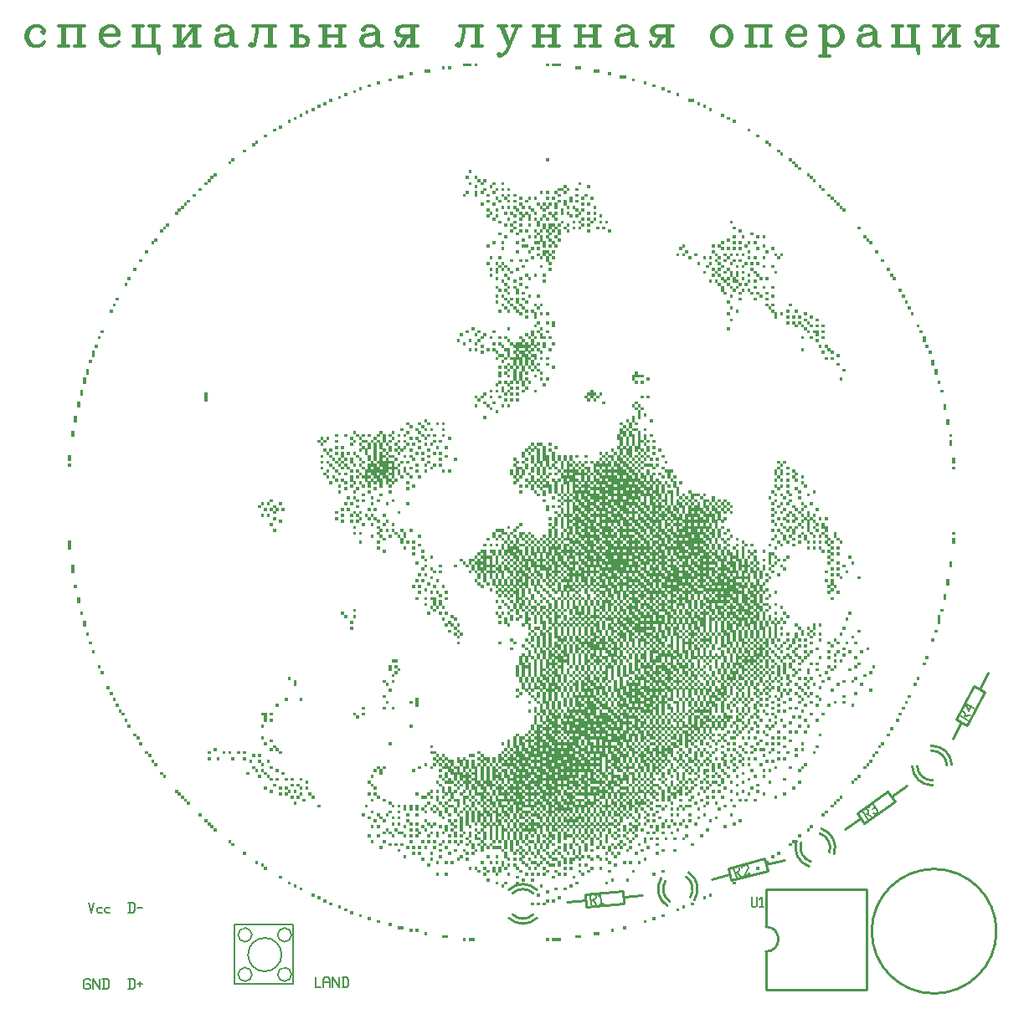
<source format=gto>
G04 start of page 2 for group 1 layer_idx 8 *
G04 Title: (unknown), top_silk *
G04 Creator: pcb-rnd 3.1.4-dev *
G04 CreationDate: 2024-01-01 06:15:13 UTC *
G04 For: STEM4ukraine *
G04 Format: Gerber/RS-274X *
G04 PCB-Dimensions: 393701 393701 *
G04 PCB-Coordinate-Origin: lower left *
%MOIN*%
%FSLAX25Y25*%
%LNTOP_SILK_NONE_1*%
%ADD59C,0.0070*%
%ADD58C,0.0140*%
%ADD57C,0.0100*%
%ADD56C,0.0079*%
%ADD55C,0.0001*%
G54D55*G36*
X180925Y374626D02*Y373406D01*
X177343D01*
Y374626D01*
X180925D01*
G37*
G36*
X170295Y373445D02*Y372224D01*
X169075D01*
Y373445D01*
X170295D01*
G37*
G36*
X172658D02*Y372224D01*
X171437D01*
Y373445D01*
X172658D01*
G37*
G36*
X180925Y332106D02*Y330886D01*
X179705D01*
Y332106D01*
X180925D01*
G37*
G36*
X179744Y329744D02*Y328524D01*
X178524D01*
Y329744D01*
X179744D01*
G37*
G36*
X183287D02*Y328524D01*
X182067D01*
Y329744D01*
X183287D01*
G37*
G36*
X184469Y328563D02*Y327342D01*
X183248D01*
Y328563D01*
X184469D01*
G37*
G36*
X186831D02*Y327342D01*
X185610D01*
Y328563D01*
X186831D01*
G37*
G36*
Y325020D02*Y323799D01*
X185610D01*
Y325020D01*
X186831D01*
G37*
G36*
X188012Y322657D02*Y321437D01*
X186791D01*
Y322657D01*
X188012D01*
G37*
G36*
Y320295D02*Y319075D01*
X186791D01*
Y320295D01*
X188012D01*
G37*
G36*
Y316752D02*Y315531D01*
X186791D01*
Y316752D01*
X188012D01*
G37*
G36*
X189193Y315571D02*Y314350D01*
X187972D01*
Y315571D01*
X189193D01*
G37*
G36*
X188012Y314390D02*Y313169D01*
X186791D01*
Y314390D01*
X188012D01*
G37*
G36*
Y302579D02*Y301358D01*
X186791D01*
Y302579D01*
X188012D01*
G37*
G36*
X189193Y297854D02*Y296634D01*
X187972D01*
Y297854D01*
X189193D01*
G37*
G36*
X188012Y295492D02*Y294272D01*
X186791D01*
Y295492D01*
X188012D01*
G37*
G36*
X186831Y243524D02*Y242303D01*
X185610D01*
Y243524D01*
X186831D01*
G37*
G36*
Y239980D02*Y238760D01*
X185610D01*
Y239980D01*
X186831D01*
G37*
G36*
Y234075D02*Y232855D01*
X185610D01*
Y234075D01*
X186831D01*
G37*
G36*
X188012Y185650D02*Y184429D01*
X186791D01*
Y185650D01*
X188012D01*
G37*
G36*
X186831Y183288D02*Y182067D01*
X185610D01*
Y183288D01*
X186831D01*
G37*
G36*
Y180925D02*Y179705D01*
X184429D01*
Y180925D01*
X186831D01*
G37*
G36*
X184469Y179744D02*Y178524D01*
X183248D01*
Y179744D01*
X184469D01*
G37*
G36*
Y171477D02*Y170256D01*
X183248D01*
Y171477D01*
X184469D01*
G37*
G36*
Y170295D02*Y169075D01*
X183248D01*
Y170295D01*
X184469D01*
G37*
G36*
Y167933D02*Y166713D01*
X183248D01*
Y167933D01*
X184469D01*
G37*
G36*
Y100610D02*Y99390D01*
X183248D01*
Y100610D01*
X184469D01*
G37*
G36*
X186831Y179744D02*Y178524D01*
X185610D01*
Y179744D01*
X186831D01*
G37*
G36*
X190374Y98248D02*Y97028D01*
X189154D01*
Y98248D01*
X190374D01*
G37*
G36*
Y97067D02*Y95847D01*
X189154D01*
Y97067D01*
X190374D01*
G37*
G36*
X189193Y95886D02*Y94665D01*
X187972D01*
Y95886D01*
X189193D01*
G37*
G36*
X190374Y94705D02*Y93484D01*
X189154D01*
Y94705D01*
X190374D01*
G37*
G36*
Y92343D02*Y91122D01*
X189154D01*
Y92343D01*
X190374D01*
G37*
G36*
Y89980D02*Y88760D01*
X189154D01*
Y89980D01*
X190374D01*
G37*
G36*
X189193Y88799D02*Y87579D01*
X185610D01*
Y88799D01*
X189193D01*
G37*
G36*
X190374Y87618D02*Y86398D01*
X186791D01*
Y87618D01*
X190374D01*
G37*
G36*
X189193Y86437D02*Y85217D01*
X187972D01*
Y86437D01*
X189193D01*
G37*
G36*
Y82894D02*Y81673D01*
X187972D01*
Y82894D01*
X189193D01*
G37*
G36*
Y81713D02*Y80492D01*
X186791D01*
Y81713D01*
X189193D01*
G37*
G36*
X190374Y80532D02*Y79311D01*
X187972D01*
Y80532D01*
X190374D01*
G37*
G36*
Y79350D02*Y78130D01*
X189154D01*
Y79350D01*
X190374D01*
G37*
G36*
X189193Y78169D02*Y76949D01*
X187972D01*
Y78169D01*
X189193D01*
G37*
G36*
Y75807D02*Y74587D01*
X186791D01*
Y75807D01*
X189193D01*
G37*
G36*
Y74626D02*Y73406D01*
X187972D01*
Y74626D01*
X189193D01*
G37*
G36*
Y73445D02*Y72224D01*
X187972D01*
Y73445D01*
X189193D01*
G37*
G36*
X190374Y72264D02*Y71043D01*
X189154D01*
Y72264D01*
X190374D01*
G37*
G36*
Y65177D02*Y63957D01*
X189154D01*
Y65177D01*
X190374D01*
G37*
G36*
X189193Y71083D02*Y69862D01*
X187972D01*
Y71083D01*
X189193D01*
G37*
G36*
Y69902D02*Y68681D01*
X187972D01*
Y69902D01*
X189193D01*
G37*
G36*
Y68721D02*Y67500D01*
X187972D01*
Y68721D01*
X189193D01*
G37*
G36*
Y67539D02*Y66319D01*
X187972D01*
Y67539D01*
X189193D01*
G37*
G36*
Y66358D02*Y65138D01*
X187972D01*
Y66358D01*
X189193D01*
G37*
G36*
Y63996D02*Y62776D01*
X187972D01*
Y63996D01*
X189193D01*
G37*
G36*
X190374Y85256D02*Y84036D01*
X189154D01*
Y85256D01*
X190374D01*
G37*
G36*
Y84075D02*Y82854D01*
X189154D01*
Y84075D01*
X190374D01*
G37*
G36*
X183287Y178563D02*Y177343D01*
X182067D01*
Y178563D01*
X183287D01*
G37*
G36*
X189193D02*Y177343D01*
X184429D01*
Y178563D01*
X189193D01*
G37*
G36*
X190374Y175020D02*Y173799D01*
X185610D01*
Y175020D01*
X190374D01*
G37*
G36*
X186831Y171477D02*Y170256D01*
X185610D01*
Y171477D01*
X186831D01*
G37*
G36*
X190374Y172658D02*Y171437D01*
X186791D01*
Y172658D01*
X190374D01*
G37*
G36*
X189193Y171477D02*Y170256D01*
X187972D01*
Y171477D01*
X189193D01*
G37*
G36*
X186831Y170295D02*Y169075D01*
X185610D01*
Y170295D01*
X186831D01*
G37*
G36*
X189193D02*Y169075D01*
X187972D01*
Y170295D01*
X189193D01*
G37*
G36*
X190374Y169114D02*Y167894D01*
X189154D01*
Y169114D01*
X190374D01*
G37*
G36*
X188012Y167933D02*Y166713D01*
X186791D01*
Y167933D01*
X188012D01*
G37*
G36*
X190374D02*Y166713D01*
X189154D01*
Y167933D01*
X190374D01*
G37*
G36*
X189193Y293130D02*Y291909D01*
X187972D01*
Y293130D01*
X189193D01*
G37*
G36*
Y290768D02*Y289547D01*
X187972D01*
Y290768D01*
X189193D01*
G37*
G36*
Y242343D02*Y241122D01*
X187972D01*
Y242343D01*
X189193D01*
G37*
G36*
Y237618D02*Y236398D01*
X187972D01*
Y237618D01*
X189193D01*
G37*
G36*
Y183288D02*Y182067D01*
X187972D01*
Y183288D01*
X189193D01*
G37*
G36*
Y177382D02*Y176162D01*
X187972D01*
Y177382D01*
X189193D01*
G37*
G36*
Y176201D02*Y174980D01*
X187972D01*
Y176201D01*
X189193D01*
G37*
G36*
Y173839D02*Y172618D01*
X187972D01*
Y173839D01*
X189193D01*
G37*
G36*
Y165571D02*Y164351D01*
X187972D01*
Y165571D01*
X189193D01*
G37*
G36*
X180925Y327382D02*Y326161D01*
X179705D01*
Y327382D01*
X180925D01*
G37*
G36*
X183287Y326201D02*Y324980D01*
X182067D01*
Y326201D01*
X183287D01*
G37*
G36*
X179744Y323839D02*Y322618D01*
X178524D01*
Y323839D01*
X179744D01*
G37*
G36*
X183287D02*Y322618D01*
X182067D01*
Y323839D01*
X183287D01*
G37*
G36*
X178563Y322657D02*Y321437D01*
X177343D01*
Y322657D01*
X178563D01*
G37*
G36*
X183287D02*Y321437D01*
X182067D01*
Y322657D01*
X183287D01*
G37*
G36*
X185650Y327382D02*Y326161D01*
X184429D01*
Y327382D01*
X185650D01*
G37*
G36*
Y323839D02*Y322618D01*
X184429D01*
Y323839D01*
X185650D01*
G37*
G36*
Y319114D02*Y317894D01*
X184429D01*
Y319114D01*
X185650D01*
G37*
G36*
X182106Y269508D02*Y268288D01*
X180886D01*
Y269508D01*
X182106D01*
G37*
G36*
X179744Y268327D02*Y267106D01*
X178524D01*
Y268327D01*
X179744D01*
G37*
G36*
X184469D02*Y267106D01*
X183248D01*
Y268327D01*
X184469D01*
G37*
G36*
X177382Y267146D02*Y265925D01*
X176161D01*
Y267146D01*
X177382D01*
G37*
G36*
X183287D02*Y265925D01*
X182067D01*
Y267146D01*
X183287D01*
G37*
G36*
X186831D02*Y265925D01*
X185610D01*
Y267146D01*
X186831D01*
G37*
G36*
X188012Y261240D02*Y260020D01*
X186791D01*
Y261240D01*
X188012D01*
G37*
G36*
Y238799D02*Y237579D01*
X186791D01*
Y238799D01*
X188012D01*
G37*
G36*
X186831Y177382D02*Y176162D01*
X185610D01*
Y177382D01*
X186831D01*
G37*
G36*
X188012Y98248D02*Y97028D01*
X185610D01*
Y98248D01*
X188012D01*
G37*
G36*
Y97067D02*Y95847D01*
X186791D01*
Y97067D01*
X188012D01*
G37*
G36*
Y94705D02*Y93484D01*
X186791D01*
Y94705D01*
X188012D01*
G37*
G36*
Y93524D02*Y92303D01*
X186791D01*
Y93524D01*
X188012D01*
G37*
G36*
Y92343D02*Y91122D01*
X186791D01*
Y92343D01*
X188012D01*
G37*
G36*
Y91162D02*Y89941D01*
X186791D01*
Y91162D01*
X188012D01*
G37*
G36*
Y89980D02*Y88760D01*
X186791D01*
Y89980D01*
X188012D01*
G37*
G36*
Y84075D02*Y82854D01*
X186791D01*
Y84075D01*
X188012D01*
G37*
G36*
Y79350D02*Y78130D01*
X186791D01*
Y79350D01*
X188012D01*
G37*
G36*
Y76988D02*Y75768D01*
X185610D01*
Y76988D01*
X188012D01*
G37*
G36*
Y72264D02*Y71043D01*
X186791D01*
Y72264D01*
X188012D01*
G37*
G36*
Y62815D02*Y61595D01*
X186791D01*
Y62815D01*
X188012D01*
G37*
G36*
Y59272D02*Y58051D01*
X186791D01*
Y59272D01*
X188012D01*
G37*
G36*
Y53366D02*Y52146D01*
X186791D01*
Y53366D01*
X188012D01*
G37*
G36*
Y49823D02*Y48602D01*
X186791D01*
Y49823D01*
X188012D01*
G37*
G36*
X185650Y265965D02*Y264744D01*
X184429D01*
Y265965D01*
X185650D01*
G37*
G36*
X184469Y264784D02*Y263563D01*
X183248D01*
Y264784D01*
X184469D01*
G37*
G36*
X185650Y262421D02*Y261201D01*
X184429D01*
Y262421D01*
X185650D01*
G37*
G36*
Y260059D02*Y258839D01*
X184429D01*
Y260059D01*
X185650D01*
G37*
G36*
X183287Y242343D02*Y241122D01*
X182067D01*
Y242343D01*
X183287D01*
G37*
G36*
X185650D02*Y241122D01*
X184429D01*
Y242343D01*
X185650D01*
G37*
G36*
X184469Y241162D02*Y239941D01*
X183248D01*
Y241162D01*
X184469D01*
G37*
G36*
X183287Y238799D02*Y237579D01*
X182067D01*
Y238799D01*
X183287D01*
G37*
G36*
X176201Y264784D02*Y263563D01*
X174980D01*
Y264784D01*
X176201D01*
G37*
G36*
X167933Y231713D02*Y230492D01*
X166713D01*
Y231713D01*
X167933D01*
G37*
G36*
X170295D02*Y230492D01*
X169075D01*
Y231713D01*
X170295D01*
G37*
G36*
Y229351D02*Y228130D01*
X169075D01*
Y229351D01*
X170295D01*
G37*
G36*
Y226988D02*Y225768D01*
X169075D01*
Y226988D01*
X170295D01*
G37*
G36*
X172658Y225807D02*Y224587D01*
X171437D01*
Y225807D01*
X172658D01*
G37*
G36*
X169114Y224626D02*Y223406D01*
X167894D01*
Y224626D01*
X169114D01*
G37*
G36*
X167933Y222264D02*Y221043D01*
X166713D01*
Y222264D01*
X167933D01*
G37*
G36*
X169114Y175020D02*Y173799D01*
X167894D01*
Y175020D01*
X169114D01*
G37*
G36*
Y172658D02*Y171437D01*
X167894D01*
Y172658D01*
X169114D01*
G37*
G36*
X167933Y169114D02*Y167894D01*
X166713D01*
Y169114D01*
X167933D01*
G37*
G36*
X170295Y166752D02*Y165532D01*
X169075D01*
Y166752D01*
X170295D01*
G37*
G36*
X167933Y164390D02*Y163169D01*
X166713D01*
Y164390D01*
X167933D01*
G37*
G36*
X169114Y163209D02*Y161988D01*
X167894D01*
Y163209D01*
X169114D01*
G37*
G36*
Y160847D02*Y159626D01*
X167894D01*
Y160847D01*
X169114D01*
G37*
G36*
Y159665D02*Y158445D01*
X167894D01*
Y159665D01*
X169114D01*
G37*
G36*
Y156122D02*Y154902D01*
X167894D01*
Y156122D01*
X169114D01*
G37*
G36*
Y98248D02*Y97028D01*
X167894D01*
Y98248D01*
X169114D01*
G37*
G36*
Y95886D02*Y94665D01*
X167894D01*
Y95886D01*
X169114D01*
G37*
G36*
Y93524D02*Y92303D01*
X167894D01*
Y93524D01*
X169114D01*
G37*
G36*
Y91162D02*Y89941D01*
X167894D01*
Y91162D01*
X169114D01*
G37*
G36*
Y87618D02*Y86398D01*
X167894D01*
Y87618D01*
X169114D01*
G37*
G36*
Y80532D02*Y79311D01*
X167894D01*
Y80532D01*
X169114D01*
G37*
G36*
Y76988D02*Y75768D01*
X167894D01*
Y76988D01*
X169114D01*
G37*
G36*
Y75807D02*Y74587D01*
X167894D01*
Y75807D01*
X169114D01*
G37*
G36*
Y71083D02*Y69862D01*
X167894D01*
Y71083D01*
X169114D01*
G37*
G36*
Y63996D02*Y62776D01*
X167894D01*
Y63996D01*
X169114D01*
G37*
G36*
Y61634D02*Y60413D01*
X167894D01*
Y61634D01*
X169114D01*
G37*
G36*
Y59272D02*Y58051D01*
X167894D01*
Y59272D01*
X169114D01*
G37*
G36*
X167933Y158484D02*Y157264D01*
X166713D01*
Y158484D01*
X167933D01*
G37*
G36*
Y99429D02*Y98209D01*
X166713D01*
Y99429D01*
X167933D01*
G37*
G36*
Y97067D02*Y95847D01*
X166713D01*
Y97067D01*
X167933D01*
G37*
G36*
Y88799D02*Y87579D01*
X166713D01*
Y88799D01*
X167933D01*
G37*
G36*
Y85256D02*Y84036D01*
X166713D01*
Y85256D01*
X167933D01*
G37*
G36*
Y82894D02*Y81673D01*
X166713D01*
Y82894D01*
X167933D01*
G37*
G36*
Y81713D02*Y80492D01*
X166713D01*
Y81713D01*
X167933D01*
G37*
G36*
Y78169D02*Y76949D01*
X166713D01*
Y78169D01*
X167933D01*
G37*
G36*
Y68721D02*Y67500D01*
X166713D01*
Y68721D01*
X167933D01*
G37*
G36*
Y67539D02*Y66319D01*
X166713D01*
Y67539D01*
X167933D01*
G37*
G36*
Y56910D02*Y55689D01*
X166713D01*
Y56910D01*
X167933D01*
G37*
G36*
Y52185D02*Y50965D01*
X166713D01*
Y52185D01*
X167933D01*
G37*
G36*
X170295Y158484D02*Y157264D01*
X169075D01*
Y158484D01*
X170295D01*
G37*
G36*
X171476Y156122D02*Y154902D01*
X170256D01*
Y156122D01*
X171476D01*
G37*
G36*
X170295Y153760D02*Y152540D01*
X169075D01*
Y153760D01*
X170295D01*
G37*
G36*
X171476Y151398D02*Y150177D01*
X170256D01*
Y151398D01*
X171476D01*
G37*
G36*
X170295Y99429D02*Y98209D01*
X169075D01*
Y99429D01*
X170295D01*
G37*
G36*
X171476Y98248D02*Y97028D01*
X170256D01*
Y98248D01*
X171476D01*
G37*
G36*
X170295Y97067D02*Y95847D01*
X169075D01*
Y97067D01*
X170295D01*
G37*
G36*
X171476Y95886D02*Y94665D01*
X170256D01*
Y95886D01*
X171476D01*
G37*
G36*
X172658Y94705D02*Y93484D01*
X169075D01*
Y94705D01*
X172658D01*
G37*
G36*
X171476Y92343D02*Y91122D01*
X170256D01*
Y92343D01*
X171476D01*
G37*
G36*
Y91162D02*Y89941D01*
X170256D01*
Y91162D01*
X171476D01*
G37*
G36*
X170295Y89980D02*Y88760D01*
X169075D01*
Y89980D01*
X170295D01*
G37*
G36*
X172658D02*Y88760D01*
X171437D01*
Y89980D01*
X172658D01*
G37*
G36*
X170295Y86437D02*Y85217D01*
X169075D01*
Y86437D01*
X170295D01*
G37*
G36*
X172658D02*Y85217D01*
X171437D01*
Y86437D01*
X172658D01*
G37*
G36*
X170295Y85256D02*Y84036D01*
X169075D01*
Y85256D01*
X170295D01*
G37*
G36*
X172658D02*Y84036D01*
X171437D01*
Y85256D01*
X172658D01*
G37*
G36*
X171476Y84075D02*Y82854D01*
X170256D01*
Y84075D01*
X171476D01*
G37*
G36*
X170295Y82894D02*Y81673D01*
X169075D01*
Y82894D01*
X170295D01*
G37*
G36*
X172658Y81713D02*Y80492D01*
X171437D01*
Y81713D01*
X172658D01*
G37*
G36*
Y75807D02*Y74587D01*
X171437D01*
Y75807D01*
X172658D01*
G37*
G36*
Y73445D02*Y72224D01*
X171437D01*
Y73445D01*
X172658D01*
G37*
G36*
Y67539D02*Y66319D01*
X171437D01*
Y67539D01*
X172658D01*
G37*
G36*
Y65177D02*Y63957D01*
X171437D01*
Y65177D01*
X172658D01*
G37*
G36*
Y60453D02*Y59232D01*
X171437D01*
Y60453D01*
X172658D01*
G37*
G36*
X171476Y80532D02*Y79311D01*
X170256D01*
Y80532D01*
X171476D01*
G37*
G36*
X170295Y79350D02*Y78130D01*
X169075D01*
Y79350D01*
X170295D01*
G37*
G36*
X171476Y78169D02*Y76949D01*
X170256D01*
Y78169D01*
X171476D01*
G37*
G36*
Y76988D02*Y75768D01*
X170256D01*
Y76988D01*
X171476D01*
G37*
G36*
X170295Y74626D02*Y73406D01*
X169075D01*
Y74626D01*
X170295D01*
G37*
G36*
X171476Y71083D02*Y69862D01*
X170256D01*
Y71083D01*
X171476D01*
G37*
G36*
Y69902D02*Y68681D01*
X170256D01*
Y69902D01*
X171476D01*
G37*
G36*
X170295Y68721D02*Y67500D01*
X169075D01*
Y68721D01*
X170295D01*
G37*
G36*
Y65177D02*Y63957D01*
X169075D01*
Y65177D01*
X170295D01*
G37*
G36*
X171476Y62815D02*Y61595D01*
X170256D01*
Y62815D01*
X171476D01*
G37*
G36*
Y56910D02*Y55689D01*
X170256D01*
Y56910D01*
X171476D01*
G37*
G36*
Y52185D02*Y50965D01*
X170256D01*
Y52185D01*
X171476D01*
G37*
G36*
Y27382D02*Y26161D01*
X169075D01*
Y27382D01*
X171476D01*
G37*
G36*
Y222264D02*Y221043D01*
X170256D01*
Y222264D01*
X171476D01*
G37*
G36*
X169114Y219902D02*Y218681D01*
X167894D01*
Y219902D01*
X169114D01*
G37*
G36*
Y217540D02*Y216319D01*
X167894D01*
Y217540D01*
X169114D01*
G37*
G36*
Y215177D02*Y213957D01*
X167894D01*
Y215177D01*
X169114D01*
G37*
G36*
X170295Y212815D02*Y211595D01*
X169075D01*
Y212815D01*
X170295D01*
G37*
G36*
X172658D02*Y211595D01*
X171437D01*
Y212815D01*
X172658D01*
G37*
G36*
X171476Y218721D02*Y217500D01*
X170256D01*
Y218721D01*
X171476D01*
G37*
G36*
X175020Y217540D02*Y216319D01*
X173799D01*
Y217540D01*
X175020D01*
G37*
G36*
X177382Y177382D02*Y176162D01*
X176161D01*
Y177382D01*
X177382D01*
G37*
G36*
X182106D02*Y176162D01*
X179705D01*
Y177382D01*
X182106D01*
G37*
G36*
X184469D02*Y176162D01*
X183248D01*
Y177382D01*
X184469D01*
G37*
G36*
X178563Y176201D02*Y174980D01*
X177343D01*
Y176201D01*
X178563D01*
G37*
G36*
X180925D02*Y174980D01*
X179705D01*
Y176201D01*
X180925D01*
G37*
G36*
X186831D02*Y174980D01*
X182067D01*
Y176201D01*
X186831D01*
G37*
G36*
X175020Y175020D02*Y173799D01*
X173799D01*
Y175020D01*
X175020D01*
G37*
G36*
X171476Y164390D02*Y163169D01*
X170256D01*
Y164390D01*
X171476D01*
G37*
G36*
Y162028D02*Y160807D01*
X170256D01*
Y162028D01*
X171476D01*
G37*
G36*
X173839Y154941D02*Y153721D01*
X172618D01*
Y154941D01*
X173839D01*
G37*
G36*
X175020Y153760D02*Y152540D01*
X173799D01*
Y153760D01*
X175020D01*
G37*
G36*
X172658Y152579D02*Y151358D01*
X171437D01*
Y152579D01*
X172658D01*
G37*
G36*
X173839Y151398D02*Y150177D01*
X172618D01*
Y151398D01*
X173839D01*
G37*
G36*
X176201D02*Y150177D01*
X174980D01*
Y151398D01*
X176201D01*
G37*
G36*
X175020Y150217D02*Y148996D01*
X173799D01*
Y150217D01*
X175020D01*
G37*
G36*
Y147854D02*Y146634D01*
X173799D01*
Y147854D01*
X175020D01*
G37*
G36*
X172658Y149036D02*Y147815D01*
X171437D01*
Y149036D01*
X172658D01*
G37*
G36*
X176201D02*Y147815D01*
X174980D01*
Y149036D01*
X176201D01*
G37*
G36*
X177382Y147854D02*Y146634D01*
X176161D01*
Y147854D01*
X177382D01*
G37*
G36*
X176201Y146673D02*Y145453D01*
X174980D01*
Y146673D01*
X176201D01*
G37*
G36*
Y144311D02*Y143091D01*
X174980D01*
Y144311D01*
X176201D01*
G37*
G36*
X179744Y175020D02*Y173799D01*
X178524D01*
Y175020D01*
X179744D01*
G37*
G36*
X180925Y172658D02*Y171437D01*
X179705D01*
Y172658D01*
X180925D01*
G37*
G36*
X178563Y98248D02*Y97028D01*
X177343D01*
Y98248D01*
X178563D01*
G37*
G36*
X182106Y99429D02*Y98209D01*
X179705D01*
Y99429D01*
X182106D01*
G37*
G36*
X185650D02*Y98209D01*
X184429D01*
Y99429D01*
X185650D01*
G37*
G36*
X176201Y98248D02*Y97028D01*
X174980D01*
Y98248D01*
X176201D01*
G37*
G36*
X184469D02*Y97028D01*
X183248D01*
Y98248D01*
X184469D01*
G37*
G36*
X173839Y97067D02*Y95847D01*
X171437D01*
Y97067D01*
X173839D01*
G37*
G36*
Y95886D02*Y94665D01*
X172618D01*
Y95886D01*
X173839D01*
G37*
G36*
Y93524D02*Y92303D01*
X171437D01*
Y93524D01*
X173839D01*
G37*
G36*
Y88799D02*Y87579D01*
X170256D01*
Y88799D01*
X173839D01*
G37*
G36*
X177382Y97067D02*Y95847D01*
X174980D01*
Y97067D01*
X177382D01*
G37*
G36*
Y95886D02*Y94665D01*
X176161D01*
Y95886D01*
X177382D01*
G37*
G36*
X176201Y94705D02*Y93484D01*
X173799D01*
Y94705D01*
X176201D01*
G37*
G36*
Y93524D02*Y92303D01*
X174980D01*
Y93524D01*
X176201D01*
G37*
G36*
X177382Y92343D02*Y91122D01*
X172618D01*
Y92343D01*
X177382D01*
G37*
G36*
X175020Y91162D02*Y89941D01*
X173799D01*
Y91162D01*
X175020D01*
G37*
G36*
Y89980D02*Y88760D01*
X173799D01*
Y89980D01*
X175020D01*
G37*
G36*
X177382D02*Y88760D01*
X176161D01*
Y89980D01*
X177382D01*
G37*
G36*
X176201Y88799D02*Y87579D01*
X174980D01*
Y88799D01*
X176201D01*
G37*
G36*
X175020Y87618D02*Y86398D01*
X173799D01*
Y87618D01*
X175020D01*
G37*
G36*
Y85256D02*Y84036D01*
X173799D01*
Y85256D01*
X175020D01*
G37*
G36*
X173839Y84075D02*Y82854D01*
X172618D01*
Y84075D01*
X173839D01*
G37*
G36*
Y82894D02*Y81673D01*
X172618D01*
Y82894D01*
X173839D01*
G37*
G36*
X176201Y81713D02*Y80492D01*
X173799D01*
Y81713D01*
X176201D01*
G37*
G36*
Y80532D02*Y79311D01*
X174980D01*
Y80532D01*
X176201D01*
G37*
G36*
X173839Y79350D02*Y78130D01*
X171437D01*
Y79350D01*
X173839D01*
G37*
G36*
X176201D02*Y78130D01*
X174980D01*
Y79350D01*
X176201D01*
G37*
G36*
X175020Y78169D02*Y76949D01*
X173799D01*
Y78169D01*
X175020D01*
G37*
G36*
Y76988D02*Y75768D01*
X173799D01*
Y76988D01*
X175020D01*
G37*
G36*
X176201Y75807D02*Y74587D01*
X174980D01*
Y75807D01*
X176201D01*
G37*
G36*
Y63996D02*Y62776D01*
X174980D01*
Y63996D01*
X176201D01*
G37*
G36*
Y58091D02*Y56870D01*
X174980D01*
Y58091D01*
X176201D01*
G37*
G36*
X175020Y73445D02*Y72224D01*
X173799D01*
Y73445D01*
X175020D01*
G37*
G36*
X173839Y72264D02*Y71043D01*
X172618D01*
Y72264D01*
X173839D01*
G37*
G36*
X175020Y71083D02*Y69862D01*
X173799D01*
Y71083D01*
X175020D01*
G37*
G36*
X173839Y69902D02*Y68681D01*
X172618D01*
Y69902D01*
X173839D01*
G37*
G36*
X175020Y68721D02*Y67500D01*
X173799D01*
Y68721D01*
X175020D01*
G37*
G36*
Y67539D02*Y66319D01*
X173799D01*
Y67539D01*
X175020D01*
G37*
G36*
Y65177D02*Y63957D01*
X173799D01*
Y65177D01*
X175020D01*
G37*
G36*
Y61634D02*Y60413D01*
X173799D01*
Y61634D01*
X175020D01*
G37*
G36*
X173839Y56910D02*Y55689D01*
X172618D01*
Y56910D01*
X173839D01*
G37*
G36*
X177382Y87618D02*Y86398D01*
X176161D01*
Y87618D01*
X177382D01*
G37*
G36*
Y84075D02*Y82854D01*
X176161D01*
Y84075D01*
X177382D01*
G37*
G36*
Y76988D02*Y75768D01*
X176161D01*
Y76988D01*
X177382D01*
G37*
G36*
Y73445D02*Y72224D01*
X176161D01*
Y73445D01*
X177382D01*
G37*
G36*
Y72264D02*Y71043D01*
X176161D01*
Y72264D01*
X177382D01*
G37*
G36*
Y71083D02*Y69862D01*
X176161D01*
Y71083D01*
X177382D01*
G37*
G36*
Y69902D02*Y68681D01*
X176161D01*
Y69902D01*
X177382D01*
G37*
G36*
Y67539D02*Y66319D01*
X176161D01*
Y67539D01*
X177382D01*
G37*
G36*
Y65177D02*Y63957D01*
X176161D01*
Y65177D01*
X177382D01*
G37*
G36*
X176201Y86437D02*Y85217D01*
X174980D01*
Y86437D01*
X176201D01*
G37*
G36*
X179744Y97067D02*Y95847D01*
X178524D01*
Y97067D01*
X179744D01*
G37*
G36*
Y95886D02*Y94665D01*
X178524D01*
Y95886D01*
X179744D01*
G37*
G36*
Y94705D02*Y93484D01*
X177343D01*
Y94705D01*
X179744D01*
G37*
G36*
X178563Y93524D02*Y92303D01*
X177343D01*
Y93524D01*
X178563D01*
G37*
G36*
X180925D02*Y92303D01*
X179705D01*
Y93524D01*
X180925D01*
G37*
G36*
X179744Y92343D02*Y91122D01*
X178524D01*
Y92343D01*
X179744D01*
G37*
G36*
X180925Y91162D02*Y89941D01*
X176161D01*
Y91162D01*
X180925D01*
G37*
G36*
X179744Y89980D02*Y88760D01*
X178524D01*
Y89980D01*
X179744D01*
G37*
G36*
X180925Y88799D02*Y87579D01*
X177343D01*
Y88799D01*
X180925D01*
G37*
G36*
X179744Y87618D02*Y86398D01*
X178524D01*
Y87618D01*
X179744D01*
G37*
G36*
Y86437D02*Y85217D01*
X178524D01*
Y86437D01*
X179744D01*
G37*
G36*
X178563Y85256D02*Y84036D01*
X177343D01*
Y85256D01*
X178563D01*
G37*
G36*
X179744Y82894D02*Y81673D01*
X177343D01*
Y82894D01*
X179744D01*
G37*
G36*
X180925Y85256D02*Y84036D01*
X179705D01*
Y85256D01*
X180925D01*
G37*
G36*
Y84075D02*Y82854D01*
X179705D01*
Y84075D01*
X180925D01*
G37*
G36*
X178563Y81713D02*Y80492D01*
X177343D01*
Y81713D01*
X178563D01*
G37*
G36*
X180925D02*Y80492D01*
X179705D01*
Y81713D01*
X180925D01*
G37*
G36*
X178563Y80532D02*Y79311D01*
X177343D01*
Y80532D01*
X178563D01*
G37*
G36*
Y26201D02*Y24980D01*
X177343D01*
Y26201D01*
X178563D01*
G37*
G36*
X179744Y79350D02*Y78130D01*
X178524D01*
Y79350D01*
X179744D01*
G37*
G36*
Y76988D02*Y75768D01*
X178524D01*
Y76988D01*
X179744D01*
G37*
G36*
Y75807D02*Y74587D01*
X178524D01*
Y75807D01*
X179744D01*
G37*
G36*
Y74626D02*Y73406D01*
X178524D01*
Y74626D01*
X179744D01*
G37*
G36*
Y73445D02*Y72224D01*
X178524D01*
Y73445D01*
X179744D01*
G37*
G36*
Y72264D02*Y71043D01*
X178524D01*
Y72264D01*
X179744D01*
G37*
G36*
Y66358D02*Y65138D01*
X178524D01*
Y66358D01*
X179744D01*
G37*
G36*
Y63996D02*Y62776D01*
X178524D01*
Y63996D01*
X179744D01*
G37*
G36*
Y60453D02*Y59232D01*
X178524D01*
Y60453D01*
X179744D01*
G37*
G36*
Y58091D02*Y56870D01*
X178524D01*
Y58091D01*
X179744D01*
G37*
G36*
X178563Y78169D02*Y76949D01*
X177343D01*
Y78169D01*
X178563D01*
G37*
G36*
X177382Y74626D02*Y73406D01*
X176161D01*
Y74626D01*
X177382D01*
G37*
G36*
X178563Y68721D02*Y67500D01*
X177343D01*
Y68721D01*
X178563D01*
G37*
G36*
Y61634D02*Y60413D01*
X177343D01*
Y61634D01*
X178563D01*
G37*
G36*
X177382Y59272D02*Y58051D01*
X176161D01*
Y59272D01*
X177382D01*
G37*
G36*
X180925Y78169D02*Y76949D01*
X179705D01*
Y78169D01*
X180925D01*
G37*
G36*
Y71083D02*Y69862D01*
X179705D01*
Y71083D01*
X180925D01*
G37*
G36*
Y68721D02*Y67500D01*
X179705D01*
Y68721D01*
X180925D01*
G37*
G36*
Y67539D02*Y66319D01*
X179705D01*
Y67539D01*
X180925D01*
G37*
G36*
Y65177D02*Y63957D01*
X179705D01*
Y65177D01*
X180925D01*
G37*
G36*
Y54547D02*Y53327D01*
X179705D01*
Y54547D01*
X180925D01*
G37*
G36*
X182106Y26201D02*Y24980D01*
X179705D01*
Y26201D01*
X182106D01*
G37*
G36*
Y97067D02*Y95847D01*
X180886D01*
Y97067D01*
X182106D01*
G37*
G36*
Y95886D02*Y94665D01*
X180886D01*
Y95886D01*
X182106D01*
G37*
G36*
X183287Y94705D02*Y93484D01*
X180886D01*
Y94705D01*
X183287D01*
G37*
G36*
X185650Y97067D02*Y95847D01*
X184429D01*
Y97067D01*
X185650D01*
G37*
G36*
X184469Y95886D02*Y94665D01*
X183248D01*
Y95886D01*
X184469D01*
G37*
G36*
X186831D02*Y94665D01*
X185610D01*
Y95886D01*
X186831D01*
G37*
G36*
X185650Y94705D02*Y93484D01*
X184429D01*
Y94705D01*
X185650D01*
G37*
G36*
X183287Y93524D02*Y92303D01*
X182067D01*
Y93524D01*
X183287D01*
G37*
G36*
X185650D02*Y92303D01*
X184429D01*
Y93524D01*
X185650D01*
G37*
G36*
X183287Y92343D02*Y91122D01*
X180886D01*
Y92343D01*
X183287D01*
G37*
G36*
Y91162D02*Y89941D01*
X182067D01*
Y91162D01*
X183287D01*
G37*
G36*
Y89980D02*Y88760D01*
X180886D01*
Y89980D01*
X183287D01*
G37*
G36*
X184469Y88799D02*Y87579D01*
X182067D01*
Y88799D01*
X184469D01*
G37*
G36*
X182106Y87618D02*Y86398D01*
X180886D01*
Y87618D01*
X182106D01*
G37*
G36*
X185650D02*Y86398D01*
X183248D01*
Y87618D01*
X185650D01*
G37*
G36*
X183287Y86437D02*Y85217D01*
X180886D01*
Y86437D01*
X183287D01*
G37*
G36*
X186831D02*Y85217D01*
X184429D01*
Y86437D01*
X186831D01*
G37*
G36*
X183287Y85256D02*Y84036D01*
X182067D01*
Y85256D01*
X183287D01*
G37*
G36*
Y81713D02*Y80492D01*
X182067D01*
Y81713D01*
X183287D01*
G37*
G36*
Y78169D02*Y76949D01*
X182067D01*
Y78169D01*
X183287D01*
G37*
G36*
X186831Y85256D02*Y84036D01*
X185610D01*
Y85256D01*
X186831D01*
G37*
G36*
X185650Y84075D02*Y82854D01*
X182067D01*
Y84075D01*
X185650D01*
G37*
G36*
X182106Y82894D02*Y81673D01*
X180886D01*
Y82894D01*
X182106D01*
G37*
G36*
Y80532D02*Y79311D01*
X180886D01*
Y80532D01*
X182106D01*
G37*
G36*
X186831Y82894D02*Y81673D01*
X184429D01*
Y82894D01*
X186831D01*
G37*
G36*
X185650Y81713D02*Y80492D01*
X184429D01*
Y81713D01*
X185650D01*
G37*
G36*
X184469Y80532D02*Y79311D01*
X183248D01*
Y80532D01*
X184469D01*
G37*
G36*
X186831D02*Y79311D01*
X185610D01*
Y80532D01*
X186831D01*
G37*
G36*
X182106Y79350D02*Y78130D01*
X180886D01*
Y79350D01*
X182106D01*
G37*
G36*
X185650D02*Y78130D01*
X184429D01*
Y79350D01*
X185650D01*
G37*
G36*
X186831Y78169D02*Y76949D01*
X185610D01*
Y78169D01*
X186831D01*
G37*
G36*
X182106Y76988D02*Y75768D01*
X180886D01*
Y76988D01*
X182106D01*
G37*
G36*
Y75807D02*Y74587D01*
X180886D01*
Y75807D01*
X182106D01*
G37*
G36*
Y74626D02*Y73406D01*
X180886D01*
Y74626D01*
X182106D01*
G37*
G36*
X184469Y76988D02*Y75768D01*
X183248D01*
Y76988D01*
X184469D01*
G37*
G36*
X185650Y75807D02*Y74587D01*
X183248D01*
Y75807D01*
X185650D01*
G37*
G36*
X184469Y74626D02*Y73406D01*
X183248D01*
Y74626D01*
X184469D01*
G37*
G36*
X186831D02*Y73406D01*
X185610D01*
Y74626D01*
X186831D01*
G37*
G36*
X182106Y73445D02*Y72224D01*
X180886D01*
Y73445D01*
X182106D01*
G37*
G36*
Y63996D02*Y62776D01*
X180886D01*
Y63996D01*
X182106D01*
G37*
G36*
Y62815D02*Y61595D01*
X180886D01*
Y62815D01*
X182106D01*
G37*
G36*
Y60453D02*Y59232D01*
X180886D01*
Y60453D01*
X182106D01*
G37*
G36*
X184469Y73445D02*Y72224D01*
X183248D01*
Y73445D01*
X184469D01*
G37*
G36*
X186831D02*Y72224D01*
X185610D01*
Y73445D01*
X186831D01*
G37*
G36*
Y71083D02*Y69862D01*
X185610D01*
Y71083D01*
X186831D01*
G37*
G36*
Y68721D02*Y67500D01*
X185610D01*
Y68721D01*
X186831D01*
G37*
G36*
Y67539D02*Y66319D01*
X185610D01*
Y67539D01*
X186831D01*
G37*
G36*
Y66358D02*Y65138D01*
X185610D01*
Y66358D01*
X186831D01*
G37*
G36*
Y63996D02*Y62776D01*
X185610D01*
Y63996D01*
X186831D01*
G37*
G36*
Y54547D02*Y53327D01*
X185610D01*
Y54547D01*
X186831D01*
G37*
G36*
Y52185D02*Y50965D01*
X185610D01*
Y52185D01*
X186831D01*
G37*
G36*
X183287Y72264D02*Y71043D01*
X182067D01*
Y72264D01*
X183287D01*
G37*
G36*
X185650D02*Y71043D01*
X184429D01*
Y72264D01*
X185650D01*
G37*
G36*
X183287Y69902D02*Y68681D01*
X182067D01*
Y69902D01*
X183287D01*
G37*
G36*
X185650D02*Y68681D01*
X184429D01*
Y69902D01*
X185650D01*
G37*
G36*
X184469Y68721D02*Y67500D01*
X183248D01*
Y68721D01*
X184469D01*
G37*
G36*
X183287Y67539D02*Y66319D01*
X182067D01*
Y67539D01*
X183287D01*
G37*
G36*
X184469Y66358D02*Y65138D01*
X182067D01*
Y66358D01*
X184469D01*
G37*
G36*
X185650Y65177D02*Y63957D01*
X184429D01*
Y65177D01*
X185650D01*
G37*
G36*
X184469Y63996D02*Y62776D01*
X183248D01*
Y63996D01*
X184469D01*
G37*
G36*
X185650Y62815D02*Y61595D01*
X184429D01*
Y62815D01*
X185650D01*
G37*
G36*
Y61634D02*Y60413D01*
X184429D01*
Y61634D01*
X185650D01*
G37*
G36*
Y56910D02*Y55689D01*
X184429D01*
Y56910D01*
X185650D01*
G37*
G36*
X183287Y61634D02*Y60413D01*
X182067D01*
Y61634D01*
X183287D01*
G37*
G36*
Y54547D02*Y53327D01*
X182067D01*
Y54547D01*
X183287D01*
G37*
G36*
X184469Y53366D02*Y52146D01*
X183248D01*
Y53366D01*
X184469D01*
G37*
G36*
X185650Y92343D02*Y91122D01*
X184429D01*
Y92343D01*
X185650D01*
G37*
G36*
Y91162D02*Y89941D01*
X184429D01*
Y91162D01*
X185650D01*
G37*
G36*
Y89980D02*Y88760D01*
X184429D01*
Y89980D01*
X185650D01*
G37*
G36*
X182106Y175020D02*Y173799D01*
X180886D01*
Y175020D01*
X182106D01*
G37*
G36*
X184469D02*Y173799D01*
X183248D01*
Y175020D01*
X184469D01*
G37*
G36*
X182106Y173839D02*Y172618D01*
X180886D01*
Y173839D01*
X182106D01*
G37*
G36*
X183287Y172658D02*Y171437D01*
X182067D01*
Y172658D01*
X183287D01*
G37*
G36*
Y169114D02*Y167894D01*
X182067D01*
Y169114D01*
X183287D01*
G37*
G36*
X186831Y173839D02*Y172618D01*
X183248D01*
Y173839D01*
X186831D01*
G37*
G36*
X185650Y172658D02*Y171437D01*
X184429D01*
Y172658D01*
X185650D01*
G37*
G36*
X186831Y169114D02*Y167894D01*
X185610D01*
Y169114D01*
X186831D01*
G37*
G36*
X185650Y166752D02*Y165532D01*
X184429D01*
Y166752D01*
X185650D01*
G37*
G36*
X180925Y264784D02*Y263563D01*
X179705D01*
Y264784D01*
X180925D01*
G37*
G36*
X178563Y263603D02*Y262382D01*
X177343D01*
Y263603D01*
X178563D01*
G37*
G36*
X183287D02*Y262382D01*
X182067D01*
Y263603D01*
X183287D01*
G37*
G36*
X180925Y261240D02*Y260020D01*
X179705D01*
Y261240D01*
X180925D01*
G37*
G36*
X183287D02*Y260020D01*
X182067D01*
Y261240D01*
X183287D01*
G37*
G36*
X190374Y327382D02*Y326161D01*
X189154D01*
Y327382D01*
X190374D01*
G37*
G36*
X189193Y326201D02*Y324980D01*
X187972D01*
Y326201D01*
X189193D01*
G37*
G36*
X191555Y325020D02*Y323799D01*
X190335D01*
Y325020D01*
X191555D01*
G37*
G36*
X190374Y323839D02*Y322618D01*
X189154D01*
Y323839D01*
X190374D01*
G37*
G36*
X193917Y327382D02*Y326161D01*
X192697D01*
Y327382D01*
X193917D01*
G37*
G36*
Y325020D02*Y323799D01*
X192697D01*
Y325020D01*
X193917D01*
G37*
G36*
X196280D02*Y323799D01*
X195059D01*
Y325020D01*
X196280D01*
G37*
G36*
X193917Y322657D02*Y321437D01*
X192697D01*
Y322657D01*
X193917D01*
G37*
G36*
X195098Y321476D02*Y320256D01*
X193878D01*
Y321476D01*
X195098D01*
G37*
G36*
X193917Y317933D02*Y316713D01*
X192697D01*
Y317933D01*
X193917D01*
G37*
G36*
X196280D02*Y316713D01*
X195059D01*
Y317933D01*
X196280D01*
G37*
G36*
X195098Y315571D02*Y314350D01*
X193878D01*
Y315571D01*
X195098D01*
G37*
G36*
Y310846D02*Y309626D01*
X193878D01*
Y310846D01*
X195098D01*
G37*
G36*
Y306122D02*Y304902D01*
X193878D01*
Y306122D01*
X195098D01*
G37*
G36*
X193917Y303760D02*Y302539D01*
X192697D01*
Y303760D01*
X193917D01*
G37*
G36*
Y301398D02*Y300177D01*
X192697D01*
Y301398D01*
X193917D01*
G37*
G36*
Y295492D02*Y294272D01*
X192697D01*
Y295492D01*
X193917D01*
G37*
G36*
Y293130D02*Y291909D01*
X192697D01*
Y293130D01*
X193917D01*
G37*
G36*
Y288405D02*Y287185D01*
X192697D01*
Y288405D01*
X193917D01*
G37*
G36*
Y282500D02*Y281279D01*
X192697D01*
Y282500D01*
X193917D01*
G37*
G36*
Y278957D02*Y277736D01*
X192697D01*
Y278957D01*
X193917D01*
G37*
G36*
Y262421D02*Y261201D01*
X192697D01*
Y262421D01*
X193917D01*
G37*
G36*
Y256516D02*Y255295D01*
X192697D01*
Y256516D01*
X193917D01*
G37*
G36*
Y245886D02*Y244666D01*
X192697D01*
Y245886D01*
X193917D01*
G37*
G36*
Y104154D02*Y102933D01*
X192697D01*
Y104154D01*
X193917D01*
G37*
G36*
Y100610D02*Y99390D01*
X192697D01*
Y100610D01*
X193917D01*
G37*
G36*
X195098Y294311D02*Y293091D01*
X193878D01*
Y294311D01*
X195098D01*
G37*
G36*
X196280Y293130D02*Y291909D01*
X195059D01*
Y293130D01*
X196280D01*
G37*
G36*
X195098Y290768D02*Y289547D01*
X193878D01*
Y290768D01*
X195098D01*
G37*
G36*
X196280Y289587D02*Y288366D01*
X195059D01*
Y289587D01*
X196280D01*
G37*
G36*
X195098Y287224D02*Y286004D01*
X193878D01*
Y287224D01*
X195098D01*
G37*
G36*
X196280Y286043D02*Y284823D01*
X195059D01*
Y286043D01*
X196280D01*
G37*
G36*
X195098Y284862D02*Y283642D01*
X193878D01*
Y284862D01*
X195098D01*
G37*
G36*
X196280Y283681D02*Y282461D01*
X195059D01*
Y283681D01*
X196280D01*
G37*
G36*
Y190374D02*Y189154D01*
X195059D01*
Y190374D01*
X196280D01*
G37*
G36*
Y186831D02*Y185610D01*
X195059D01*
Y186831D01*
X196280D01*
G37*
G36*
Y185650D02*Y184429D01*
X195059D01*
Y185650D01*
X196280D01*
G37*
G36*
Y183288D02*Y182067D01*
X195059D01*
Y183288D01*
X196280D01*
G37*
G36*
Y104154D02*Y102933D01*
X195059D01*
Y104154D01*
X196280D01*
G37*
G36*
Y102973D02*Y101752D01*
X195059D01*
Y102973D01*
X196280D01*
G37*
G36*
X195098Y101791D02*Y100571D01*
X193878D01*
Y101791D01*
X195098D01*
G37*
G36*
Y97067D02*Y95847D01*
X193878D01*
Y97067D01*
X195098D01*
G37*
G36*
Y92343D02*Y91122D01*
X193878D01*
Y92343D01*
X195098D01*
G37*
G36*
Y87618D02*Y86398D01*
X193878D01*
Y87618D01*
X195098D01*
G37*
G36*
Y85256D02*Y84036D01*
X193878D01*
Y85256D01*
X195098D01*
G37*
G36*
Y82894D02*Y81673D01*
X193878D01*
Y82894D01*
X195098D01*
G37*
G36*
X197461Y101791D02*Y100571D01*
X196240D01*
Y101791D01*
X197461D01*
G37*
G36*
Y97067D02*Y95847D01*
X196240D01*
Y97067D01*
X197461D01*
G37*
G36*
X196280Y100610D02*Y99390D01*
X195059D01*
Y100610D01*
X196280D01*
G37*
G36*
X195098Y99429D02*Y98209D01*
X193878D01*
Y99429D01*
X195098D01*
G37*
G36*
X197461D02*Y98209D01*
X196240D01*
Y99429D01*
X197461D01*
G37*
G36*
X198642Y95886D02*Y94665D01*
X192697D01*
Y95886D01*
X198642D01*
G37*
G36*
X196280Y94705D02*Y93484D01*
X195059D01*
Y94705D01*
X196280D01*
G37*
G36*
X195098Y93524D02*Y92303D01*
X192697D01*
Y93524D01*
X195098D01*
G37*
G36*
X197461D02*Y92303D01*
X196240D01*
Y93524D01*
X197461D01*
G37*
G36*
X198642Y92343D02*Y91122D01*
X196240D01*
Y92343D01*
X198642D01*
G37*
G36*
X196280Y91162D02*Y89941D01*
X193878D01*
Y91162D01*
X196280D01*
G37*
G36*
X198642Y89980D02*Y88760D01*
X195059D01*
Y89980D01*
X198642D01*
G37*
G36*
X196280Y88799D02*Y87579D01*
X195059D01*
Y88799D01*
X196280D01*
G37*
G36*
X197461Y87618D02*Y86398D01*
X196240D01*
Y87618D01*
X197461D01*
G37*
G36*
Y85256D02*Y84036D01*
X196240D01*
Y85256D01*
X197461D01*
G37*
G36*
X196280Y84075D02*Y82854D01*
X191516D01*
Y84075D01*
X196280D01*
G37*
G36*
X192736Y80532D02*Y79311D01*
X191516D01*
Y80532D01*
X192736D01*
G37*
G36*
X196280D02*Y79311D01*
X195059D01*
Y80532D01*
X196280D01*
G37*
G36*
X197461Y82894D02*Y81673D01*
X196240D01*
Y82894D01*
X197461D01*
G37*
G36*
X198642Y81713D02*Y80492D01*
X190335D01*
Y81713D01*
X198642D01*
G37*
G36*
X195098Y79350D02*Y78130D01*
X191516D01*
Y79350D01*
X195098D01*
G37*
G36*
X197461D02*Y78130D01*
X196240D01*
Y79350D01*
X197461D01*
G37*
G36*
Y78169D02*Y76949D01*
X195059D01*
Y78169D01*
X197461D01*
G37*
G36*
Y76988D02*Y75768D01*
X196240D01*
Y76988D01*
X197461D01*
G37*
G36*
X196280Y74626D02*Y73406D01*
X195059D01*
Y74626D01*
X196280D01*
G37*
G36*
X198642D02*Y73406D01*
X197421D01*
Y74626D01*
X198642D01*
G37*
G36*
X195098Y73445D02*Y72224D01*
X193878D01*
Y73445D01*
X195098D01*
G37*
G36*
X197461D02*Y72224D01*
X196240D01*
Y73445D01*
X197461D01*
G37*
G36*
X196280Y72264D02*Y71043D01*
X195059D01*
Y72264D01*
X196280D01*
G37*
G36*
Y68721D02*Y67500D01*
X195059D01*
Y68721D01*
X196280D01*
G37*
G36*
Y67539D02*Y66319D01*
X195059D01*
Y67539D01*
X196280D01*
G37*
G36*
Y66358D02*Y65138D01*
X195059D01*
Y66358D01*
X196280D01*
G37*
G36*
X195098Y65177D02*Y63957D01*
X193878D01*
Y65177D01*
X195098D01*
G37*
G36*
X197461D02*Y63957D01*
X196240D01*
Y65177D01*
X197461D01*
G37*
G36*
X195098Y63996D02*Y62776D01*
X193878D01*
Y63996D01*
X195098D01*
G37*
G36*
X197461D02*Y62776D01*
X196240D01*
Y63996D01*
X197461D01*
G37*
G36*
X195098Y62815D02*Y61595D01*
X193878D01*
Y62815D01*
X195098D01*
G37*
G36*
X197461D02*Y61595D01*
X196240D01*
Y62815D01*
X197461D01*
G37*
G36*
Y61634D02*Y60413D01*
X196240D01*
Y61634D01*
X197461D01*
G37*
G36*
X195098Y60453D02*Y59232D01*
X193878D01*
Y60453D01*
X195098D01*
G37*
G36*
Y59272D02*Y58051D01*
X193878D01*
Y59272D01*
X195098D01*
G37*
G36*
X196280Y58091D02*Y56870D01*
X195059D01*
Y58091D01*
X196280D01*
G37*
G36*
Y55728D02*Y54508D01*
X195059D01*
Y55728D01*
X196280D01*
G37*
G36*
X195098Y54547D02*Y53327D01*
X193878D01*
Y54547D01*
X195098D01*
G37*
G36*
X196280Y52185D02*Y50965D01*
X195059D01*
Y52185D01*
X196280D01*
G37*
G36*
X195098Y48642D02*Y47421D01*
X193878D01*
Y48642D01*
X195098D01*
G37*
G36*
X198642Y72264D02*Y71043D01*
X197421D01*
Y72264D01*
X198642D01*
G37*
G36*
X196280Y71083D02*Y69862D01*
X195059D01*
Y71083D01*
X196280D01*
G37*
G36*
X195098Y69902D02*Y68681D01*
X192697D01*
Y69902D01*
X195098D01*
G37*
G36*
X197461D02*Y68681D01*
X196240D01*
Y69902D01*
X197461D01*
G37*
G36*
X198642Y71083D02*Y69862D01*
X197421D01*
Y71083D01*
X198642D01*
G37*
G36*
Y68721D02*Y67500D01*
X197421D01*
Y68721D01*
X198642D01*
G37*
G36*
Y67539D02*Y66319D01*
X197421D01*
Y67539D01*
X198642D01*
G37*
G36*
Y66358D02*Y65138D01*
X197421D01*
Y66358D01*
X198642D01*
G37*
G36*
Y60453D02*Y59232D01*
X197421D01*
Y60453D01*
X198642D01*
G37*
G36*
Y58091D02*Y56870D01*
X197421D01*
Y58091D01*
X198642D01*
G37*
G36*
Y55728D02*Y54508D01*
X197421D01*
Y55728D01*
X198642D01*
G37*
G36*
X191555Y78169D02*Y76949D01*
X190335D01*
Y78169D01*
X191555D01*
G37*
G36*
Y59272D02*Y58051D01*
X190335D01*
Y59272D01*
X191555D01*
G37*
G36*
X193917Y78169D02*Y76949D01*
X192697D01*
Y78169D01*
X193917D01*
G37*
G36*
X195098Y76988D02*Y75768D01*
X192697D01*
Y76988D01*
X195098D01*
G37*
G36*
X196280Y75807D02*Y74587D01*
X193878D01*
Y75807D01*
X196280D01*
G37*
G36*
X198642D02*Y74587D01*
X197421D01*
Y75807D01*
X198642D01*
G37*
G36*
X195098Y281319D02*Y280098D01*
X193878D01*
Y281319D01*
X195098D01*
G37*
G36*
Y265965D02*Y264744D01*
X193878D01*
Y265965D01*
X195098D01*
G37*
G36*
Y188012D02*Y186791D01*
X192697D01*
Y188012D01*
X195098D01*
G37*
G36*
Y184469D02*Y183248D01*
X193878D01*
Y184469D01*
X195098D01*
G37*
G36*
X193917Y182106D02*Y180886D01*
X192697D01*
Y182106D01*
X193917D01*
G37*
G36*
X197461Y180925D02*Y179705D01*
X193878D01*
Y180925D01*
X197461D01*
G37*
G36*
X195098Y179744D02*Y178524D01*
X193878D01*
Y179744D01*
X195098D01*
G37*
G36*
X196280Y178563D02*Y177343D01*
X195059D01*
Y178563D01*
X196280D01*
G37*
G36*
X195098Y177382D02*Y176162D01*
X193878D01*
Y177382D01*
X195098D01*
G37*
G36*
Y175020D02*Y173799D01*
X193878D01*
Y175020D01*
X195098D01*
G37*
G36*
X196280Y173839D02*Y172618D01*
X193878D01*
Y173839D01*
X196280D01*
G37*
G36*
X197461Y172658D02*Y171437D01*
X195059D01*
Y172658D01*
X197461D01*
G37*
G36*
Y171477D02*Y170256D01*
X196240D01*
Y171477D01*
X197461D01*
G37*
G36*
X196280Y170295D02*Y169075D01*
X195059D01*
Y170295D01*
X196280D01*
G37*
G36*
X195098Y169114D02*Y167894D01*
X193878D01*
Y169114D01*
X195098D01*
G37*
G36*
X197461D02*Y167894D01*
X196240D01*
Y169114D01*
X197461D01*
G37*
G36*
X195098Y167933D02*Y166713D01*
X193878D01*
Y167933D01*
X195098D01*
G37*
G36*
Y163209D02*Y161988D01*
X193878D01*
Y163209D01*
X195098D01*
G37*
G36*
Y159665D02*Y158445D01*
X193878D01*
Y159665D01*
X195098D01*
G37*
G36*
Y153760D02*Y152540D01*
X193878D01*
Y153760D01*
X195098D01*
G37*
G36*
Y152579D02*Y151358D01*
X193878D01*
Y152579D01*
X195098D01*
G37*
G36*
X197461Y167933D02*Y166713D01*
X196240D01*
Y167933D01*
X197461D01*
G37*
G36*
Y163209D02*Y161988D01*
X196240D01*
Y163209D01*
X197461D01*
G37*
G36*
Y160847D02*Y159626D01*
X196240D01*
Y160847D01*
X197461D01*
G37*
G36*
Y157303D02*Y156083D01*
X196240D01*
Y157303D01*
X197461D01*
G37*
G36*
Y154941D02*Y153721D01*
X196240D01*
Y154941D01*
X197461D01*
G37*
G36*
Y153760D02*Y152540D01*
X196240D01*
Y153760D01*
X197461D01*
G37*
G36*
X196280Y166752D02*Y165532D01*
X195059D01*
Y166752D01*
X196280D01*
G37*
G36*
Y164390D02*Y163169D01*
X195059D01*
Y164390D01*
X196280D01*
G37*
G36*
Y162028D02*Y160807D01*
X195059D01*
Y162028D01*
X196280D01*
G37*
G36*
Y158484D02*Y157264D01*
X195059D01*
Y158484D01*
X196280D01*
G37*
G36*
Y156122D02*Y154902D01*
X195059D01*
Y156122D01*
X196280D01*
G37*
G36*
Y151398D02*Y150177D01*
X195059D01*
Y151398D01*
X196280D01*
G37*
G36*
X195098Y165571D02*Y164351D01*
X193878D01*
Y165571D01*
X195098D01*
G37*
G36*
X197461D02*Y164351D01*
X196240D01*
Y165571D01*
X197461D01*
G37*
G36*
Y177382D02*Y176162D01*
X196240D01*
Y177382D01*
X197461D01*
G37*
G36*
Y175020D02*Y173799D01*
X196240D01*
Y175020D01*
X197461D01*
G37*
G36*
X196280Y176201D02*Y174980D01*
X195059D01*
Y176201D01*
X196280D01*
G37*
G36*
Y280138D02*Y278917D01*
X195059D01*
Y280138D01*
X196280D01*
G37*
G36*
Y269508D02*Y268288D01*
X195059D01*
Y269508D01*
X196280D01*
G37*
G36*
Y264784D02*Y263563D01*
X195059D01*
Y264784D01*
X196280D01*
G37*
G36*
Y261240D02*Y260020D01*
X193878D01*
Y261240D01*
X196280D01*
G37*
G36*
Y260059D02*Y258839D01*
X195059D01*
Y260059D01*
X196280D01*
G37*
G36*
Y258878D02*Y257658D01*
X195059D01*
Y258878D01*
X196280D01*
G37*
G36*
X195098Y257697D02*Y256477D01*
X193878D01*
Y257697D01*
X195098D01*
G37*
G36*
X196280Y255335D02*Y254114D01*
X195059D01*
Y255335D01*
X196280D01*
G37*
G36*
X195098Y254154D02*Y252933D01*
X193878D01*
Y254154D01*
X195098D01*
G37*
G36*
X196280Y252973D02*Y251752D01*
X195059D01*
Y252973D01*
X196280D01*
G37*
G36*
Y250610D02*Y249390D01*
X195059D01*
Y250610D01*
X196280D01*
G37*
G36*
Y247067D02*Y245847D01*
X195059D01*
Y247067D01*
X196280D01*
G37*
G36*
Y244705D02*Y243484D01*
X195059D01*
Y244705D01*
X196280D01*
G37*
G36*
Y238799D02*Y237579D01*
X195059D01*
Y238799D01*
X196280D01*
G37*
G36*
X195098Y251792D02*Y250571D01*
X193878D01*
Y251792D01*
X195098D01*
G37*
G36*
Y248248D02*Y247028D01*
X193878D01*
Y248248D01*
X195098D01*
G37*
G36*
Y243524D02*Y242303D01*
X193878D01*
Y243524D01*
X195098D01*
G37*
G36*
Y241162D02*Y239941D01*
X193878D01*
Y241162D01*
X195098D01*
G37*
G36*
Y277776D02*Y276555D01*
X193878D01*
Y277776D01*
X195098D01*
G37*
G36*
X196280Y276594D02*Y275374D01*
X195059D01*
Y276594D01*
X196280D01*
G37*
G36*
Y322657D02*Y321437D01*
X195059D01*
Y322657D01*
X196280D01*
G37*
G36*
Y320295D02*Y319075D01*
X195059D01*
Y320295D01*
X196280D01*
G37*
G36*
X198642D02*Y319075D01*
X197421D01*
Y320295D01*
X198642D01*
G37*
G36*
Y317933D02*Y316713D01*
X197421D01*
Y317933D01*
X198642D01*
G37*
G36*
X197461Y315571D02*Y314350D01*
X196240D01*
Y315571D01*
X197461D01*
G37*
G36*
X198642Y314390D02*Y313169D01*
X197421D01*
Y314390D01*
X198642D01*
G37*
G36*
X196280Y313209D02*Y311988D01*
X195059D01*
Y313209D01*
X196280D01*
G37*
G36*
X198642Y312028D02*Y310807D01*
X197421D01*
Y312028D01*
X198642D01*
G37*
G36*
X197461Y310846D02*Y309626D01*
X196240D01*
Y310846D01*
X197461D01*
G37*
G36*
X198642Y309665D02*Y308445D01*
X197421D01*
Y309665D01*
X198642D01*
G37*
G36*
Y277776D02*Y276555D01*
X197421D01*
Y277776D01*
X198642D01*
G37*
G36*
Y260059D02*Y258839D01*
X197421D01*
Y260059D01*
X198642D01*
G37*
G36*
Y256516D02*Y255295D01*
X197421D01*
Y256516D01*
X198642D01*
G37*
G36*
Y255335D02*Y254114D01*
X197421D01*
Y255335D01*
X198642D01*
G37*
G36*
Y252973D02*Y251752D01*
X197421D01*
Y252973D01*
X198642D01*
G37*
G36*
Y251792D02*Y250571D01*
X197421D01*
Y251792D01*
X198642D01*
G37*
G36*
Y250610D02*Y249390D01*
X197421D01*
Y250610D01*
X198642D01*
G37*
G36*
Y249429D02*Y248209D01*
X197421D01*
Y249429D01*
X198642D01*
G37*
G36*
X197461Y308484D02*Y307264D01*
X196240D01*
Y308484D01*
X197461D01*
G37*
G36*
Y296673D02*Y295453D01*
X196240D01*
Y296673D01*
X197461D01*
G37*
G36*
Y291949D02*Y290728D01*
X196240D01*
Y291949D01*
X197461D01*
G37*
G36*
Y281319D02*Y280098D01*
X196240D01*
Y281319D01*
X197461D01*
G37*
G36*
Y278957D02*Y277736D01*
X196240D01*
Y278957D01*
X197461D01*
G37*
G36*
Y263603D02*Y262382D01*
X196240D01*
Y263603D01*
X197461D01*
G37*
G36*
Y254154D02*Y252933D01*
X196240D01*
Y254154D01*
X197461D01*
G37*
G36*
Y248248D02*Y247028D01*
X196240D01*
Y248248D01*
X197461D01*
G37*
G36*
Y245886D02*Y244666D01*
X196240D01*
Y245886D01*
X197461D01*
G37*
G36*
Y243524D02*Y242303D01*
X196240D01*
Y243524D01*
X197461D01*
G37*
G36*
Y241162D02*Y239941D01*
X196240D01*
Y241162D01*
X197461D01*
G37*
G36*
X198642Y322657D02*Y321437D01*
X197421D01*
Y322657D01*
X198642D01*
G37*
G36*
X201004Y321476D02*Y320256D01*
X199784D01*
Y321476D01*
X201004D01*
G37*
G36*
Y319114D02*Y317894D01*
X199784D01*
Y319114D01*
X201004D01*
G37*
G36*
X204547Y321476D02*Y320256D01*
X203327D01*
Y321476D01*
X204547D01*
G37*
G36*
X206910D02*Y320256D01*
X205689D01*
Y321476D01*
X206910D01*
G37*
G36*
X203366Y320295D02*Y319075D01*
X202146D01*
Y320295D01*
X203366D01*
G37*
G36*
X208091Y319114D02*Y317894D01*
X206870D01*
Y319114D01*
X208091D01*
G37*
G36*
X202185Y317933D02*Y316713D01*
X200965D01*
Y317933D01*
X202185D01*
G37*
G36*
Y314390D02*Y313169D01*
X200965D01*
Y314390D01*
X202185D01*
G37*
G36*
X201004Y313209D02*Y311988D01*
X199784D01*
Y313209D01*
X201004D01*
G37*
G36*
Y310846D02*Y309626D01*
X199784D01*
Y310846D01*
X201004D01*
G37*
G36*
Y308484D02*Y307264D01*
X199784D01*
Y308484D01*
X201004D01*
G37*
G36*
X203366D02*Y307264D01*
X202146D01*
Y308484D01*
X203366D01*
G37*
G36*
X199823Y307303D02*Y306083D01*
X198602D01*
Y307303D01*
X199823D01*
G37*
G36*
X202185Y304941D02*Y303720D01*
X200965D01*
Y304941D01*
X202185D01*
G37*
G36*
X199823Y303760D02*Y302539D01*
X198602D01*
Y303760D01*
X199823D01*
G37*
G36*
X203366Y302579D02*Y301358D01*
X200965D01*
Y302579D01*
X203366D01*
G37*
G36*
X199823Y300216D02*Y298996D01*
X198602D01*
Y300216D01*
X199823D01*
G37*
G36*
X201004Y296673D02*Y295453D01*
X199784D01*
Y296673D01*
X201004D01*
G37*
G36*
X203366D02*Y295453D01*
X202146D01*
Y296673D01*
X203366D01*
G37*
G36*
X202185Y294311D02*Y293091D01*
X200965D01*
Y294311D01*
X202185D01*
G37*
G36*
X199823Y293130D02*Y291909D01*
X198602D01*
Y293130D01*
X199823D01*
G37*
G36*
X203366Y290768D02*Y289547D01*
X202146D01*
Y290768D01*
X203366D01*
G37*
G36*
X201004Y289587D02*Y288366D01*
X199784D01*
Y289587D01*
X201004D01*
G37*
G36*
X198642Y288405D02*Y287185D01*
X197421D01*
Y288405D01*
X198642D01*
G37*
G36*
Y217540D02*Y216319D01*
X197421D01*
Y217540D01*
X198642D01*
G37*
G36*
Y215177D02*Y213957D01*
X197421D01*
Y215177D01*
X198642D01*
G37*
G36*
X197461Y212815D02*Y211595D01*
X196240D01*
Y212815D01*
X197461D01*
G37*
G36*
Y211634D02*Y210414D01*
X196240D01*
Y211634D01*
X197461D01*
G37*
G36*
X198642Y210453D02*Y209232D01*
X197421D01*
Y210453D01*
X198642D01*
G37*
G36*
Y208091D02*Y206870D01*
X197421D01*
Y208091D01*
X198642D01*
G37*
G36*
Y189193D02*Y187973D01*
X197421D01*
Y189193D01*
X198642D01*
G37*
G36*
X197461Y188012D02*Y186791D01*
X196240D01*
Y188012D01*
X197461D01*
G37*
G36*
X198642Y186831D02*Y185610D01*
X197421D01*
Y186831D01*
X198642D01*
G37*
G36*
Y106516D02*Y105295D01*
X197421D01*
Y106516D01*
X198642D01*
G37*
G36*
Y104154D02*Y102933D01*
X197421D01*
Y104154D01*
X198642D01*
G37*
G36*
X197461Y184469D02*Y183248D01*
X196240D01*
Y184469D01*
X197461D01*
G37*
G36*
X198642Y183288D02*Y182067D01*
X197421D01*
Y183288D01*
X198642D01*
G37*
G36*
X199823Y182106D02*Y180886D01*
X195059D01*
Y182106D01*
X199823D01*
G37*
G36*
X198642Y179744D02*Y178524D01*
X196240D01*
Y179744D01*
X198642D01*
G37*
G36*
X199823Y178563D02*Y177343D01*
X197421D01*
Y178563D01*
X199823D01*
G37*
G36*
Y177382D02*Y176162D01*
X198602D01*
Y177382D01*
X199823D01*
G37*
G36*
X198642Y176201D02*Y174980D01*
X197421D01*
Y176201D01*
X198642D01*
G37*
G36*
X199823Y175020D02*Y173799D01*
X198602D01*
Y175020D01*
X199823D01*
G37*
G36*
X198642Y173839D02*Y172618D01*
X197421D01*
Y173839D01*
X198642D01*
G37*
G36*
Y170295D02*Y169075D01*
X197421D01*
Y170295D01*
X198642D01*
G37*
G36*
Y166752D02*Y165532D01*
X197421D01*
Y166752D01*
X198642D01*
G37*
G36*
X199823Y165571D02*Y164351D01*
X198602D01*
Y165571D01*
X199823D01*
G37*
G36*
Y164390D02*Y163169D01*
X197421D01*
Y164390D01*
X199823D01*
G37*
G36*
Y163209D02*Y161988D01*
X198602D01*
Y163209D01*
X199823D01*
G37*
G36*
X198642Y159665D02*Y158445D01*
X197421D01*
Y159665D01*
X198642D01*
G37*
G36*
Y158484D02*Y157264D01*
X197421D01*
Y158484D01*
X198642D01*
G37*
G36*
X199823Y157303D02*Y156083D01*
X198602D01*
Y157303D01*
X199823D01*
G37*
G36*
Y156122D02*Y154902D01*
X198602D01*
Y156122D01*
X199823D01*
G37*
G36*
X197461Y145492D02*Y144272D01*
X196240D01*
Y145492D01*
X197461D01*
G37*
G36*
X198642Y144311D02*Y143091D01*
X197421D01*
Y144311D01*
X198642D01*
G37*
G36*
X197461Y141949D02*Y140728D01*
X196240D01*
Y141949D01*
X197461D01*
G37*
G36*
X196280Y105335D02*Y104114D01*
X195059D01*
Y105335D01*
X196280D01*
G37*
G36*
X198642D02*Y104114D01*
X197421D01*
Y105335D01*
X198642D01*
G37*
G36*
X199823Y102973D02*Y101752D01*
X197421D01*
Y102973D01*
X199823D01*
G37*
G36*
Y101791D02*Y100571D01*
X198602D01*
Y101791D01*
X199823D01*
G37*
G36*
X201004Y100610D02*Y99390D01*
X197421D01*
Y100610D01*
X201004D01*
G37*
G36*
X198642Y98248D02*Y97028D01*
X195059D01*
Y98248D01*
X198642D01*
G37*
G36*
X201004Y97067D02*Y95847D01*
X198602D01*
Y97067D01*
X201004D01*
G37*
G36*
X199823Y94705D02*Y93484D01*
X197421D01*
Y94705D01*
X199823D01*
G37*
G36*
X201004Y86437D02*Y85217D01*
X195059D01*
Y86437D01*
X201004D01*
G37*
G36*
X199823Y85256D02*Y84036D01*
X198602D01*
Y85256D01*
X199823D01*
G37*
G36*
X201004Y84075D02*Y82854D01*
X197421D01*
Y84075D01*
X201004D01*
G37*
G36*
Y287224D02*Y286004D01*
X199784D01*
Y287224D01*
X201004D01*
G37*
G36*
Y278957D02*Y277736D01*
X199784D01*
Y278957D01*
X201004D01*
G37*
G36*
Y275413D02*Y274193D01*
X199784D01*
Y275413D01*
X201004D01*
G37*
G36*
Y265965D02*Y264744D01*
X199784D01*
Y265965D01*
X201004D01*
G37*
G36*
Y263603D02*Y262382D01*
X198602D01*
Y263603D01*
X201004D01*
G37*
G36*
X199823Y261240D02*Y260020D01*
X198602D01*
Y261240D01*
X199823D01*
G37*
G36*
Y258878D02*Y257658D01*
X198602D01*
Y258878D01*
X199823D01*
G37*
G36*
X201004Y256516D02*Y255295D01*
X199784D01*
Y256516D01*
X201004D01*
G37*
G36*
Y255335D02*Y254114D01*
X199784D01*
Y255335D01*
X201004D01*
G37*
G36*
X203366Y217540D02*Y216319D01*
X202146D01*
Y217540D01*
X203366D01*
G37*
G36*
X202185Y216358D02*Y215138D01*
X200965D01*
Y216358D01*
X202185D01*
G37*
G36*
X203366Y215177D02*Y213957D01*
X202146D01*
Y215177D01*
X203366D01*
G37*
G36*
Y213996D02*Y212776D01*
X202146D01*
Y213996D01*
X203366D01*
G37*
G36*
X202185Y212815D02*Y211595D01*
X200965D01*
Y212815D01*
X202185D01*
G37*
G36*
Y211634D02*Y210414D01*
X200965D01*
Y211634D01*
X202185D01*
G37*
G36*
X204547D02*Y210414D01*
X203327D01*
Y211634D01*
X204547D01*
G37*
G36*
X203366Y209272D02*Y208051D01*
X202146D01*
Y209272D01*
X203366D01*
G37*
G36*
Y206910D02*Y205689D01*
X202146D01*
Y206910D01*
X203366D01*
G37*
G36*
Y186831D02*Y185610D01*
X202146D01*
Y186831D01*
X203366D01*
G37*
G36*
Y184469D02*Y183248D01*
X202146D01*
Y184469D01*
X203366D01*
G37*
G36*
Y182106D02*Y180886D01*
X202146D01*
Y182106D01*
X203366D01*
G37*
G36*
Y180925D02*Y179705D01*
X202146D01*
Y180925D01*
X203366D01*
G37*
G36*
Y179744D02*Y178524D01*
X202146D01*
Y179744D01*
X203366D01*
G37*
G36*
Y176201D02*Y174980D01*
X202146D01*
Y176201D01*
X203366D01*
G37*
G36*
Y175020D02*Y173799D01*
X200965D01*
Y175020D01*
X203366D01*
G37*
G36*
X204547Y173839D02*Y172618D01*
X202146D01*
Y173839D01*
X204547D01*
G37*
G36*
Y172658D02*Y171437D01*
X203327D01*
Y172658D01*
X204547D01*
G37*
G36*
X203366Y171477D02*Y170256D01*
X200965D01*
Y171477D01*
X203366D01*
G37*
G36*
X204547Y170295D02*Y169075D01*
X202146D01*
Y170295D01*
X204547D01*
G37*
G36*
X203366Y169114D02*Y167894D01*
X202146D01*
Y169114D01*
X203366D01*
G37*
G36*
Y167933D02*Y166713D01*
X200965D01*
Y167933D01*
X203366D01*
G37*
G36*
Y166752D02*Y165532D01*
X202146D01*
Y166752D01*
X203366D01*
G37*
G36*
X202185Y165571D02*Y164351D01*
X200965D01*
Y165571D01*
X202185D01*
G37*
G36*
X204547D02*Y164351D01*
X203327D01*
Y165571D01*
X204547D01*
G37*
G36*
X202185Y164390D02*Y163169D01*
X200965D01*
Y164390D01*
X202185D01*
G37*
G36*
X204547D02*Y163169D01*
X203327D01*
Y164390D01*
X204547D01*
G37*
G36*
Y160847D02*Y159626D01*
X203327D01*
Y160847D01*
X204547D01*
G37*
G36*
Y159665D02*Y158445D01*
X203327D01*
Y159665D01*
X204547D01*
G37*
G36*
Y157303D02*Y156083D01*
X203327D01*
Y157303D01*
X204547D01*
G37*
G36*
X202185Y163209D02*Y161988D01*
X200965D01*
Y163209D01*
X202185D01*
G37*
G36*
X203366Y162028D02*Y160807D01*
X202146D01*
Y162028D01*
X203366D01*
G37*
G36*
Y158484D02*Y157264D01*
X202146D01*
Y158484D01*
X203366D01*
G37*
G36*
X202185Y157303D02*Y156083D01*
X200965D01*
Y157303D01*
X202185D01*
G37*
G36*
X203366Y156122D02*Y154902D01*
X202146D01*
Y156122D01*
X203366D01*
G37*
G36*
Y154941D02*Y153721D01*
X202146D01*
Y154941D01*
X203366D01*
G37*
G36*
X204547Y153760D02*Y152540D01*
X202146D01*
Y153760D01*
X204547D01*
G37*
G36*
X203366Y152579D02*Y151358D01*
X202146D01*
Y152579D01*
X203366D01*
G37*
G36*
Y145492D02*Y144272D01*
X202146D01*
Y145492D01*
X203366D01*
G37*
G36*
Y141949D02*Y140728D01*
X202146D01*
Y141949D01*
X203366D01*
G37*
G36*
Y138406D02*Y137185D01*
X202146D01*
Y138406D01*
X203366D01*
G37*
G36*
Y137225D02*Y136004D01*
X202146D01*
Y137225D01*
X203366D01*
G37*
G36*
X202185Y151398D02*Y150177D01*
X200965D01*
Y151398D01*
X202185D01*
G37*
G36*
Y143130D02*Y141910D01*
X200965D01*
Y143130D01*
X202185D01*
G37*
G36*
Y139587D02*Y138366D01*
X200965D01*
Y139587D01*
X202185D01*
G37*
G36*
X204547Y151398D02*Y150177D01*
X203327D01*
Y151398D01*
X204547D01*
G37*
G36*
Y150217D02*Y148996D01*
X203327D01*
Y150217D01*
X204547D01*
G37*
G36*
Y147854D02*Y146634D01*
X203327D01*
Y147854D01*
X204547D01*
G37*
G36*
Y144311D02*Y143091D01*
X203327D01*
Y144311D01*
X204547D01*
G37*
G36*
Y140768D02*Y139547D01*
X203327D01*
Y140768D01*
X204547D01*
G37*
G36*
Y139587D02*Y138366D01*
X203327D01*
Y139587D01*
X204547D01*
G37*
G36*
Y136043D02*Y134823D01*
X203327D01*
Y136043D01*
X204547D01*
G37*
G36*
Y134862D02*Y133642D01*
X200965D01*
Y134862D01*
X204547D01*
G37*
G36*
Y133681D02*Y132461D01*
X203327D01*
Y133681D01*
X204547D01*
G37*
G36*
Y132500D02*Y131280D01*
X203327D01*
Y132500D01*
X204547D01*
G37*
G36*
Y131319D02*Y130099D01*
X203327D01*
Y131319D01*
X204547D01*
G37*
G36*
Y108878D02*Y107658D01*
X203327D01*
Y108878D01*
X204547D01*
G37*
G36*
X203366Y107697D02*Y106476D01*
X202146D01*
Y107697D01*
X203366D01*
G37*
G36*
X204547Y106516D02*Y105295D01*
X203327D01*
Y106516D01*
X204547D01*
G37*
G36*
X205728Y105335D02*Y104114D01*
X202146D01*
Y105335D01*
X205728D01*
G37*
G36*
X204547Y104154D02*Y102933D01*
X203327D01*
Y104154D01*
X204547D01*
G37*
G36*
X205728Y102973D02*Y101752D01*
X203327D01*
Y102973D01*
X205728D01*
G37*
G36*
X203366Y101791D02*Y100571D01*
X200965D01*
Y101791D01*
X203366D01*
G37*
G36*
X205728Y100610D02*Y99390D01*
X202146D01*
Y100610D01*
X205728D01*
G37*
G36*
X204547Y98248D02*Y97028D01*
X199784D01*
Y98248D01*
X204547D01*
G37*
G36*
X203366Y97067D02*Y95847D01*
X202146D01*
Y97067D01*
X203366D01*
G37*
G36*
X204547Y95886D02*Y94665D01*
X199784D01*
Y95886D01*
X204547D01*
G37*
G36*
X202185Y94705D02*Y93484D01*
X200965D01*
Y94705D01*
X202185D01*
G37*
G36*
X203366Y93524D02*Y92303D01*
X198602D01*
Y93524D01*
X203366D01*
G37*
G36*
X205728D02*Y92303D01*
X204508D01*
Y93524D01*
X205728D01*
G37*
G36*
X201004Y92343D02*Y91122D01*
X199784D01*
Y92343D01*
X201004D01*
G37*
G36*
X206910D02*Y91122D01*
X202146D01*
Y92343D01*
X206910D01*
G37*
G36*
X204547Y91162D02*Y89941D01*
X197421D01*
Y91162D01*
X204547D01*
G37*
G36*
X201004Y89980D02*Y88760D01*
X199784D01*
Y89980D01*
X201004D01*
G37*
G36*
X202185Y88799D02*Y87579D01*
X197421D01*
Y88799D01*
X202185D01*
G37*
G36*
X199823Y87618D02*Y86398D01*
X198602D01*
Y87618D01*
X199823D01*
G37*
G36*
X204547D02*Y86398D01*
X200965D01*
Y87618D01*
X204547D01*
G37*
G36*
X205728Y86437D02*Y85217D01*
X202146D01*
Y86437D01*
X205728D01*
G37*
G36*
X202185Y85256D02*Y84036D01*
X200965D01*
Y85256D01*
X202185D01*
G37*
G36*
X204547D02*Y84036D01*
X203327D01*
Y85256D01*
X204547D01*
G37*
G36*
X206910D02*Y84036D01*
X205689D01*
Y85256D01*
X206910D01*
G37*
G36*
Y82894D02*Y81673D01*
X205689D01*
Y82894D01*
X206910D01*
G37*
G36*
X208091Y84075D02*Y82854D01*
X202146D01*
Y84075D01*
X208091D01*
G37*
G36*
X202185Y82894D02*Y81673D01*
X198602D01*
Y82894D01*
X202185D01*
G37*
G36*
X201004Y81713D02*Y80492D01*
X199784D01*
Y81713D01*
X201004D01*
G37*
G36*
X199823Y79350D02*Y78130D01*
X198602D01*
Y79350D01*
X199823D01*
G37*
G36*
X202185Y80532D02*Y79311D01*
X197421D01*
Y80532D01*
X202185D01*
G37*
G36*
X201004Y78169D02*Y76949D01*
X198602D01*
Y78169D01*
X201004D01*
G37*
G36*
X199823Y76988D02*Y75768D01*
X198602D01*
Y76988D01*
X199823D01*
G37*
G36*
X201004Y75807D02*Y74587D01*
X199784D01*
Y75807D01*
X201004D01*
G37*
G36*
X202185Y74626D02*Y73406D01*
X199784D01*
Y74626D01*
X202185D01*
G37*
G36*
X199823Y73445D02*Y72224D01*
X198602D01*
Y73445D01*
X199823D01*
G37*
G36*
X202185Y72264D02*Y71043D01*
X199784D01*
Y72264D01*
X202185D01*
G37*
G36*
X201004Y71083D02*Y69862D01*
X199784D01*
Y71083D01*
X201004D01*
G37*
G36*
X199823Y69902D02*Y68681D01*
X198602D01*
Y69902D01*
X199823D01*
G37*
G36*
X201004Y68721D02*Y67500D01*
X199784D01*
Y68721D01*
X201004D01*
G37*
G36*
Y67539D02*Y66319D01*
X199784D01*
Y67539D01*
X201004D01*
G37*
G36*
Y66358D02*Y65138D01*
X199784D01*
Y66358D01*
X201004D01*
G37*
G36*
X199823Y65177D02*Y63957D01*
X198602D01*
Y65177D01*
X199823D01*
G37*
G36*
X202185D02*Y63957D01*
X200965D01*
Y65177D01*
X202185D01*
G37*
G36*
X199823Y63996D02*Y62776D01*
X198602D01*
Y63996D01*
X199823D01*
G37*
G36*
X201004Y62815D02*Y61595D01*
X199784D01*
Y62815D01*
X201004D01*
G37*
G36*
Y60453D02*Y59232D01*
X199784D01*
Y60453D01*
X201004D01*
G37*
G36*
Y58091D02*Y56870D01*
X199784D01*
Y58091D01*
X201004D01*
G37*
G36*
Y53366D02*Y52146D01*
X199784D01*
Y53366D01*
X201004D01*
G37*
G36*
X199823Y61634D02*Y60413D01*
X198602D01*
Y61634D01*
X199823D01*
G37*
G36*
Y54547D02*Y53327D01*
X198602D01*
Y54547D01*
X199823D01*
G37*
G36*
Y51004D02*Y49784D01*
X198602D01*
Y51004D01*
X199823D01*
G37*
G36*
Y48642D02*Y47421D01*
X198602D01*
Y48642D01*
X199823D01*
G37*
G36*
X202185Y61634D02*Y60413D01*
X200965D01*
Y61634D01*
X202185D01*
G37*
G36*
Y59272D02*Y58051D01*
X200965D01*
Y59272D01*
X202185D01*
G37*
G36*
Y56910D02*Y55689D01*
X200965D01*
Y56910D01*
X202185D01*
G37*
G36*
Y49823D02*Y48602D01*
X200965D01*
Y49823D01*
X202185D01*
G37*
G36*
X204547Y82894D02*Y81673D01*
X203327D01*
Y82894D01*
X204547D01*
G37*
G36*
X205728Y81713D02*Y80492D01*
X202146D01*
Y81713D01*
X205728D01*
G37*
G36*
X204547Y80532D02*Y79311D01*
X203327D01*
Y80532D01*
X204547D01*
G37*
G36*
X208091Y81713D02*Y80492D01*
X206870D01*
Y81713D01*
X208091D01*
G37*
G36*
X206910Y79350D02*Y78130D01*
X200965D01*
Y79350D01*
X206910D01*
G37*
G36*
X205728Y78169D02*Y76949D01*
X204508D01*
Y78169D01*
X205728D01*
G37*
G36*
X208091D02*Y76949D01*
X206870D01*
Y78169D01*
X208091D01*
G37*
G36*
X204547Y76988D02*Y75768D01*
X200965D01*
Y76988D01*
X204547D01*
G37*
G36*
X206910D02*Y75768D01*
X205689D01*
Y76988D01*
X206910D01*
G37*
G36*
X203366Y75807D02*Y74587D01*
X202146D01*
Y75807D01*
X203366D01*
G37*
G36*
X204547Y74626D02*Y73406D01*
X203327D01*
Y74626D01*
X204547D01*
G37*
G36*
X203366Y73445D02*Y72224D01*
X202146D01*
Y73445D01*
X203366D01*
G37*
G36*
X205728D02*Y72224D01*
X204508D01*
Y73445D01*
X205728D01*
G37*
G36*
X208091Y72264D02*Y71043D01*
X203327D01*
Y72264D01*
X208091D01*
G37*
G36*
X203366Y71083D02*Y69862D01*
X202146D01*
Y71083D01*
X203366D01*
G37*
G36*
X205728D02*Y69862D01*
X204508D01*
Y71083D01*
X205728D01*
G37*
G36*
X206910Y69902D02*Y68681D01*
X200965D01*
Y69902D01*
X206910D01*
G37*
G36*
X204547Y68721D02*Y67500D01*
X203327D01*
Y68721D01*
X204547D01*
G37*
G36*
X206910D02*Y67500D01*
X205689D01*
Y68721D01*
X206910D01*
G37*
G36*
X203366Y67539D02*Y66319D01*
X202146D01*
Y67539D01*
X203366D01*
G37*
G36*
X205728D02*Y66319D01*
X204508D01*
Y67539D01*
X205728D01*
G37*
G36*
X203366Y66358D02*Y65138D01*
X202146D01*
Y66358D01*
X203366D01*
G37*
G36*
X208091Y67539D02*Y66319D01*
X206870D01*
Y67539D01*
X208091D01*
G37*
G36*
Y66358D02*Y65138D01*
X206870D01*
Y66358D01*
X208091D01*
G37*
G36*
X205728Y65177D02*Y63957D01*
X203327D01*
Y65177D01*
X205728D01*
G37*
G36*
X208091D02*Y63957D01*
X206870D01*
Y65177D01*
X208091D01*
G37*
G36*
X203366Y63996D02*Y62776D01*
X202146D01*
Y63996D01*
X203366D01*
G37*
G36*
Y60453D02*Y59232D01*
X202146D01*
Y60453D01*
X203366D01*
G37*
G36*
Y55728D02*Y54508D01*
X202146D01*
Y55728D01*
X203366D01*
G37*
G36*
Y52185D02*Y50965D01*
X202146D01*
Y52185D01*
X203366D01*
G37*
G36*
X206910Y63996D02*Y62776D01*
X205689D01*
Y63996D01*
X206910D01*
G37*
G36*
X204547Y62815D02*Y61595D01*
X203327D01*
Y62815D01*
X204547D01*
G37*
G36*
Y61634D02*Y60413D01*
X203327D01*
Y61634D01*
X204547D01*
G37*
G36*
X205728Y60453D02*Y59232D01*
X204508D01*
Y60453D01*
X205728D01*
G37*
G36*
X204547Y58091D02*Y56870D01*
X203327D01*
Y58091D01*
X204547D01*
G37*
G36*
X206910Y56910D02*Y55689D01*
X204508D01*
Y56910D01*
X206910D01*
G37*
G36*
X204547Y54547D02*Y53327D01*
X203327D01*
Y54547D01*
X204547D01*
G37*
G36*
X206910D02*Y53327D01*
X205689D01*
Y54547D01*
X206910D01*
G37*
G36*
X205728Y52185D02*Y50965D01*
X204508D01*
Y52185D01*
X205728D01*
G37*
G36*
Y49823D02*Y48602D01*
X204508D01*
Y49823D01*
X205728D01*
G37*
G36*
X206910Y62815D02*Y61595D01*
X205689D01*
Y62815D01*
X206910D01*
G37*
G36*
X208091Y61634D02*Y60413D01*
X206870D01*
Y61634D01*
X208091D01*
G37*
G36*
Y60453D02*Y59232D01*
X206870D01*
Y60453D01*
X208091D01*
G37*
G36*
X206910Y59272D02*Y58051D01*
X205689D01*
Y59272D01*
X206910D01*
G37*
G36*
X208091Y55728D02*Y54508D01*
X206870D01*
Y55728D01*
X208091D01*
G37*
G36*
Y52185D02*Y50965D01*
X206870D01*
Y52185D01*
X208091D01*
G37*
G36*
Y75807D02*Y74587D01*
X204508D01*
Y75807D01*
X208091D01*
G37*
G36*
X203366Y89980D02*Y88760D01*
X202146D01*
Y89980D01*
X203366D01*
G37*
G36*
X205728D02*Y88760D01*
X204508D01*
Y89980D01*
X205728D01*
G37*
G36*
X203366Y130138D02*Y128917D01*
X202146D01*
Y130138D01*
X203366D01*
G37*
G36*
Y128957D02*Y127736D01*
X202146D01*
Y128957D01*
X203366D01*
G37*
G36*
X202185Y127776D02*Y126555D01*
X200965D01*
Y127776D01*
X202185D01*
G37*
G36*
X204547D02*Y126555D01*
X203327D01*
Y127776D01*
X204547D01*
G37*
G36*
X202185Y126595D02*Y125374D01*
X200965D01*
Y126595D01*
X202185D01*
G37*
G36*
X204547D02*Y125374D01*
X203327D01*
Y126595D01*
X204547D01*
G37*
G36*
X203366Y125414D02*Y124193D01*
X202146D01*
Y125414D01*
X203366D01*
G37*
G36*
X204547Y124232D02*Y123012D01*
X203327D01*
Y124232D01*
X204547D01*
G37*
G36*
Y120689D02*Y119469D01*
X203327D01*
Y120689D01*
X204547D01*
G37*
G36*
Y117146D02*Y115925D01*
X203327D01*
Y117146D01*
X204547D01*
G37*
G36*
Y208091D02*Y206870D01*
X203327D01*
Y208091D01*
X204547D01*
G37*
G36*
Y188012D02*Y186791D01*
X203327D01*
Y188012D01*
X204547D01*
G37*
G36*
Y185650D02*Y184429D01*
X203327D01*
Y185650D01*
X204547D01*
G37*
G36*
Y183288D02*Y182067D01*
X203327D01*
Y183288D01*
X204547D01*
G37*
G36*
Y178563D02*Y177343D01*
X203327D01*
Y178563D01*
X204547D01*
G37*
G36*
X201004Y206910D02*Y205689D01*
X199784D01*
Y206910D01*
X201004D01*
G37*
G36*
Y204547D02*Y203327D01*
X199784D01*
Y204547D01*
X201004D01*
G37*
G36*
X202185Y188012D02*Y186791D01*
X199784D01*
Y188012D01*
X202185D01*
G37*
G36*
X201004Y186831D02*Y185610D01*
X199784D01*
Y186831D01*
X201004D01*
G37*
G36*
X202185Y185650D02*Y184429D01*
X200965D01*
Y185650D01*
X202185D01*
G37*
G36*
Y183288D02*Y182067D01*
X199784D01*
Y183288D01*
X202185D01*
G37*
G36*
Y178563D02*Y177343D01*
X200965D01*
Y178563D01*
X202185D01*
G37*
G36*
X201004Y173839D02*Y172618D01*
X199784D01*
Y173839D01*
X201004D01*
G37*
G36*
Y138406D02*Y137185D01*
X199784D01*
Y138406D01*
X201004D01*
G37*
G36*
Y137225D02*Y136004D01*
X199784D01*
Y137225D01*
X201004D01*
G37*
G36*
X202185Y136043D02*Y134823D01*
X199784D01*
Y136043D01*
X202185D01*
G37*
G36*
Y133681D02*Y132461D01*
X200965D01*
Y133681D01*
X202185D01*
G37*
G36*
Y132500D02*Y131280D01*
X200965D01*
Y132500D01*
X202185D01*
G37*
G36*
Y131319D02*Y130099D01*
X200965D01*
Y131319D01*
X202185D01*
G37*
G36*
X201004Y130138D02*Y128917D01*
X199784D01*
Y130138D01*
X201004D01*
G37*
G36*
Y128957D02*Y127736D01*
X199784D01*
Y128957D01*
X201004D01*
G37*
G36*
Y124232D02*Y123012D01*
X199784D01*
Y124232D01*
X201004D01*
G37*
G36*
X202185Y106516D02*Y105295D01*
X199784D01*
Y106516D01*
X202185D01*
G37*
G36*
X201004Y105335D02*Y104114D01*
X199784D01*
Y105335D01*
X201004D01*
G37*
G36*
X202185Y104154D02*Y102933D01*
X199784D01*
Y104154D01*
X202185D01*
G37*
G36*
Y102973D02*Y101752D01*
X200965D01*
Y102973D01*
X202185D01*
G37*
G36*
Y99429D02*Y98209D01*
X198602D01*
Y99429D01*
X202185D01*
G37*
G36*
Y172658D02*Y171437D01*
X198602D01*
Y172658D01*
X202185D01*
G37*
G36*
X199823Y171477D02*Y170256D01*
X198602D01*
Y171477D01*
X199823D01*
G37*
G36*
Y134862D02*Y133642D01*
X198602D01*
Y134862D01*
X199823D01*
G37*
G36*
Y133681D02*Y132461D01*
X198602D01*
Y133681D01*
X199823D01*
G37*
G36*
Y132500D02*Y131280D01*
X198602D01*
Y132500D01*
X199823D01*
G37*
G36*
Y131319D02*Y130099D01*
X198602D01*
Y131319D01*
X199823D01*
G37*
G36*
Y125414D02*Y124193D01*
X198602D01*
Y125414D01*
X199823D01*
G37*
G36*
Y123051D02*Y121831D01*
X198602D01*
Y123051D01*
X199823D01*
G37*
G36*
Y107697D02*Y106476D01*
X198602D01*
Y107697D01*
X199823D01*
G37*
G36*
X201004Y170295D02*Y169075D01*
X199784D01*
Y170295D01*
X201004D01*
G37*
G36*
Y169114D02*Y167894D01*
X198602D01*
Y169114D01*
X201004D01*
G37*
G36*
X199823Y167933D02*Y166713D01*
X198602D01*
Y167933D01*
X199823D01*
G37*
G36*
X201004Y166752D02*Y165532D01*
X199784D01*
Y166752D01*
X201004D01*
G37*
G36*
Y162028D02*Y160807D01*
X198602D01*
Y162028D01*
X201004D01*
G37*
G36*
X199823Y160847D02*Y159626D01*
X198602D01*
Y160847D01*
X199823D01*
G37*
G36*
X202185D02*Y159626D01*
X200965D01*
Y160847D01*
X202185D01*
G37*
G36*
Y159665D02*Y158445D01*
X199784D01*
Y159665D01*
X202185D01*
G37*
G36*
X201004Y158484D02*Y157264D01*
X199784D01*
Y158484D01*
X201004D01*
G37*
G36*
Y154941D02*Y153721D01*
X199784D01*
Y154941D01*
X201004D01*
G37*
G36*
X199823Y153760D02*Y152540D01*
X198602D01*
Y153760D01*
X199823D01*
G37*
G36*
Y254154D02*Y252933D01*
X198602D01*
Y254154D01*
X199823D01*
G37*
G36*
Y216358D02*Y215138D01*
X198602D01*
Y216358D01*
X199823D01*
G37*
G36*
X201004Y213996D02*Y212776D01*
X198602D01*
Y213996D01*
X201004D01*
G37*
G36*
X199823Y212815D02*Y211595D01*
X198602D01*
Y212815D01*
X199823D01*
G37*
G36*
Y211634D02*Y210414D01*
X198602D01*
Y211634D01*
X199823D01*
G37*
G36*
X201004Y210453D02*Y209232D01*
X199784D01*
Y210453D01*
X201004D01*
G37*
G36*
X199823Y209272D02*Y208051D01*
X198602D01*
Y209272D01*
X199823D01*
G37*
G36*
X201004Y191555D02*Y190335D01*
X199784D01*
Y191555D01*
X201004D01*
G37*
G36*
X199823Y190374D02*Y189154D01*
X198602D01*
Y190374D01*
X199823D01*
G37*
G36*
Y185650D02*Y184429D01*
X198602D01*
Y185650D01*
X199823D01*
G37*
G36*
Y184469D02*Y183248D01*
X198602D01*
Y184469D01*
X199823D01*
G37*
G36*
X201004Y180925D02*Y179705D01*
X198602D01*
Y180925D01*
X201004D01*
G37*
G36*
Y179744D02*Y178524D01*
X199784D01*
Y179744D01*
X201004D01*
G37*
G36*
Y176201D02*Y174980D01*
X199784D01*
Y176201D01*
X201004D01*
G37*
G36*
Y251792D02*Y250571D01*
X199784D01*
Y251792D01*
X201004D01*
G37*
G36*
Y250610D02*Y249390D01*
X199784D01*
Y250610D01*
X201004D01*
G37*
G36*
Y249429D02*Y248209D01*
X199784D01*
Y249429D01*
X201004D01*
G37*
G36*
X199823Y248248D02*Y247028D01*
X198602D01*
Y248248D01*
X199823D01*
G37*
G36*
Y245886D02*Y244666D01*
X198602D01*
Y245886D01*
X199823D01*
G37*
G36*
Y243524D02*Y242303D01*
X198602D01*
Y243524D01*
X199823D01*
G37*
G36*
Y241162D02*Y239941D01*
X198602D01*
Y241162D01*
X199823D01*
G37*
G36*
X198642Y286043D02*Y284823D01*
X197421D01*
Y286043D01*
X198642D01*
G37*
G36*
X199823Y284862D02*Y283642D01*
X198602D01*
Y284862D01*
X199823D01*
G37*
G36*
Y283681D02*Y282461D01*
X198602D01*
Y283681D01*
X199823D01*
G37*
G36*
Y281319D02*Y280098D01*
X198602D01*
Y281319D01*
X199823D01*
G37*
G36*
Y280138D02*Y278917D01*
X198602D01*
Y280138D01*
X199823D01*
G37*
G36*
Y276594D02*Y275374D01*
X198602D01*
Y276594D01*
X199823D01*
G37*
G36*
X203366Y286043D02*Y284823D01*
X202146D01*
Y286043D01*
X203366D01*
G37*
G36*
X202185Y283681D02*Y282461D01*
X200965D01*
Y283681D01*
X202185D01*
G37*
G36*
Y281319D02*Y280098D01*
X200965D01*
Y281319D01*
X202185D01*
G37*
G36*
X203366Y280138D02*Y278917D01*
X202146D01*
Y280138D01*
X203366D01*
G37*
G36*
X202185Y277776D02*Y276555D01*
X200965D01*
Y277776D01*
X202185D01*
G37*
G36*
X203366Y276594D02*Y275374D01*
X202146D01*
Y276594D01*
X203366D01*
G37*
G36*
Y274232D02*Y273012D01*
X202146D01*
Y274232D01*
X203366D01*
G37*
G36*
Y267146D02*Y265925D01*
X202146D01*
Y267146D01*
X203366D01*
G37*
G36*
X202185Y264784D02*Y263563D01*
X200965D01*
Y264784D01*
X202185D01*
G37*
G36*
X203366Y263603D02*Y262382D01*
X202146D01*
Y263603D01*
X203366D01*
G37*
G36*
Y261240D02*Y260020D01*
X202146D01*
Y261240D01*
X203366D01*
G37*
G36*
X202185Y260059D02*Y258839D01*
X199784D01*
Y260059D01*
X202185D01*
G37*
G36*
X201004Y257697D02*Y256477D01*
X196240D01*
Y257697D01*
X201004D01*
G37*
G36*
X204547Y260059D02*Y258839D01*
X203327D01*
Y260059D01*
X204547D01*
G37*
G36*
X203366Y258878D02*Y257658D01*
X200965D01*
Y258878D01*
X203366D01*
G37*
G36*
X204547Y257697D02*Y256477D01*
X202146D01*
Y257697D01*
X204547D01*
G37*
G36*
X203366Y256516D02*Y255295D01*
X202146D01*
Y256516D01*
X203366D01*
G37*
G36*
Y255335D02*Y254114D01*
X202146D01*
Y255335D01*
X203366D01*
G37*
G36*
Y251792D02*Y250571D01*
X202146D01*
Y251792D01*
X203366D01*
G37*
G36*
Y249429D02*Y248209D01*
X202146D01*
Y249429D01*
X203366D01*
G37*
G36*
Y245886D02*Y244666D01*
X202146D01*
Y245886D01*
X203366D01*
G37*
G36*
X202185Y254154D02*Y252933D01*
X200965D01*
Y254154D01*
X202185D01*
G37*
G36*
Y252973D02*Y251752D01*
X200965D01*
Y252973D01*
X202185D01*
G37*
G36*
Y248248D02*Y247028D01*
X200965D01*
Y248248D01*
X202185D01*
G37*
G36*
Y247067D02*Y245847D01*
X200965D01*
Y247067D01*
X202185D01*
G37*
G36*
Y244705D02*Y243484D01*
X200965D01*
Y244705D01*
X202185D01*
G37*
G36*
X204547Y254154D02*Y252933D01*
X203327D01*
Y254154D01*
X204547D01*
G37*
G36*
Y248248D02*Y247028D01*
X203327D01*
Y248248D01*
X204547D01*
G37*
G36*
Y262421D02*Y261201D01*
X197421D01*
Y262421D01*
X204547D01*
G37*
G36*
Y317933D02*Y316713D01*
X203327D01*
Y317933D01*
X204547D01*
G37*
G36*
Y314390D02*Y313169D01*
X203327D01*
Y314390D01*
X204547D01*
G37*
G36*
Y313209D02*Y311988D01*
X203327D01*
Y313209D01*
X204547D01*
G37*
G36*
Y310846D02*Y309626D01*
X203327D01*
Y310846D01*
X204547D01*
G37*
G36*
Y306122D02*Y304902D01*
X203327D01*
Y306122D01*
X204547D01*
G37*
G36*
Y300216D02*Y298996D01*
X203327D01*
Y300216D01*
X204547D01*
G37*
G36*
Y289587D02*Y288366D01*
X203327D01*
Y289587D01*
X204547D01*
G37*
G36*
Y282500D02*Y281279D01*
X203327D01*
Y282500D01*
X204547D01*
G37*
G36*
Y265965D02*Y264744D01*
X203327D01*
Y265965D01*
X204547D01*
G37*
G36*
X205728Y223445D02*Y222225D01*
X204508D01*
Y223445D01*
X205728D01*
G37*
G36*
X204547Y222264D02*Y221043D01*
X203327D01*
Y222264D01*
X204547D01*
G37*
G36*
X203366Y221083D02*Y219862D01*
X202146D01*
Y221083D01*
X203366D01*
G37*
G36*
X202185Y219902D02*Y218681D01*
X200965D01*
Y219902D01*
X202185D01*
G37*
G36*
X205728Y221083D02*Y219862D01*
X204508D01*
Y221083D01*
X205728D01*
G37*
G36*
X204547Y219902D02*Y218681D01*
X203327D01*
Y219902D01*
X204547D01*
G37*
G36*
X202185Y218721D02*Y217500D01*
X200965D01*
Y218721D01*
X202185D01*
G37*
G36*
X205728D02*Y217500D01*
X204508D01*
Y218721D01*
X205728D01*
G37*
G36*
Y217540D02*Y216319D01*
X204508D01*
Y217540D01*
X205728D01*
G37*
G36*
Y216358D02*Y215138D01*
X204508D01*
Y216358D01*
X205728D01*
G37*
G36*
Y213996D02*Y212776D01*
X204508D01*
Y213996D01*
X205728D01*
G37*
G36*
Y212815D02*Y211595D01*
X204508D01*
Y212815D01*
X205728D01*
G37*
G36*
Y210453D02*Y209232D01*
X204508D01*
Y210453D01*
X205728D01*
G37*
G36*
Y209272D02*Y208051D01*
X204508D01*
Y209272D01*
X205728D01*
G37*
G36*
Y206910D02*Y205689D01*
X204508D01*
Y206910D01*
X205728D01*
G37*
G36*
Y205729D02*Y204508D01*
X204508D01*
Y205729D01*
X205728D01*
G37*
G36*
Y177382D02*Y176162D01*
X200965D01*
Y177382D01*
X205728D01*
G37*
G36*
X199823Y316752D02*Y315531D01*
X198602D01*
Y316752D01*
X199823D01*
G37*
G36*
X201004Y315571D02*Y314350D01*
X199784D01*
Y315571D01*
X201004D01*
G37*
G36*
X203366D02*Y314350D01*
X202146D01*
Y315571D01*
X203366D01*
G37*
G36*
X205728Y316752D02*Y315531D01*
X204508D01*
Y316752D01*
X205728D01*
G37*
G36*
X206910Y315571D02*Y314350D01*
X205689D01*
Y315571D01*
X206910D01*
G37*
G36*
Y313209D02*Y311988D01*
X205689D01*
Y313209D01*
X206910D01*
G37*
G36*
X208091Y312028D02*Y310807D01*
X206870D01*
Y312028D01*
X208091D01*
G37*
G36*
Y310846D02*Y309626D01*
X206870D01*
Y310846D01*
X208091D01*
G37*
G36*
X206910Y308484D02*Y307264D01*
X205689D01*
Y308484D01*
X206910D01*
G37*
G36*
X208091Y307303D02*Y306083D01*
X206870D01*
Y307303D01*
X208091D01*
G37*
G36*
X206910Y306122D02*Y304902D01*
X205689D01*
Y306122D01*
X206910D01*
G37*
G36*
Y290768D02*Y289547D01*
X205689D01*
Y290768D01*
X206910D01*
G37*
G36*
Y278957D02*Y277736D01*
X205689D01*
Y278957D01*
X206910D01*
G37*
G36*
Y275413D02*Y274193D01*
X205689D01*
Y275413D01*
X206910D01*
G37*
G36*
Y274232D02*Y273012D01*
X205689D01*
Y274232D01*
X206910D01*
G37*
G36*
Y270689D02*Y269469D01*
X205689D01*
Y270689D01*
X206910D01*
G37*
G36*
Y265965D02*Y264744D01*
X205689D01*
Y265965D01*
X206910D01*
G37*
G36*
Y262421D02*Y261201D01*
X205689D01*
Y262421D01*
X206910D01*
G37*
G36*
Y222264D02*Y221043D01*
X205689D01*
Y222264D01*
X206910D01*
G37*
G36*
Y215177D02*Y213957D01*
X205689D01*
Y215177D01*
X206910D01*
G37*
G36*
Y208091D02*Y206870D01*
X205689D01*
Y208091D01*
X206910D01*
G37*
G36*
Y204547D02*Y203327D01*
X205689D01*
Y204547D01*
X206910D01*
G37*
G36*
X208091Y303760D02*Y302539D01*
X205689D01*
Y303760D01*
X208091D01*
G37*
G36*
X205728Y301398D02*Y300177D01*
X204508D01*
Y301398D01*
X205728D01*
G37*
G36*
Y297854D02*Y296634D01*
X204508D01*
Y297854D01*
X205728D01*
G37*
G36*
Y276594D02*Y275374D01*
X204508D01*
Y276594D01*
X205728D01*
G37*
G36*
Y268327D02*Y267106D01*
X204508D01*
Y268327D01*
X205728D01*
G37*
G36*
Y267146D02*Y265925D01*
X204508D01*
Y267146D01*
X205728D01*
G37*
G36*
Y264784D02*Y263563D01*
X204508D01*
Y264784D01*
X205728D01*
G37*
G36*
Y263603D02*Y262382D01*
X204508D01*
Y263603D01*
X205728D01*
G37*
G36*
Y261240D02*Y260020D01*
X204508D01*
Y261240D01*
X205728D01*
G37*
G36*
X206910Y258878D02*Y257658D01*
X204508D01*
Y258878D01*
X206910D01*
G37*
G36*
Y257697D02*Y256477D01*
X205689D01*
Y257697D01*
X206910D01*
G37*
G36*
Y254154D02*Y252933D01*
X205689D01*
Y254154D01*
X206910D01*
G37*
G36*
Y250610D02*Y249390D01*
X205689D01*
Y250610D01*
X206910D01*
G37*
G36*
Y244705D02*Y243484D01*
X205689D01*
Y244705D01*
X206910D01*
G37*
G36*
Y185650D02*Y184429D01*
X205689D01*
Y185650D01*
X206910D01*
G37*
G36*
Y183288D02*Y182067D01*
X205689D01*
Y183288D01*
X206910D01*
G37*
G36*
X205728Y256516D02*Y255295D01*
X204508D01*
Y256516D01*
X205728D01*
G37*
G36*
Y255335D02*Y254114D01*
X204508D01*
Y255335D01*
X205728D01*
G37*
G36*
Y252973D02*Y251752D01*
X204508D01*
Y252973D01*
X205728D01*
G37*
G36*
Y186831D02*Y185610D01*
X204508D01*
Y186831D01*
X205728D01*
G37*
G36*
Y184469D02*Y183248D01*
X204508D01*
Y184469D01*
X205728D01*
G37*
G36*
Y182106D02*Y180886D01*
X204508D01*
Y182106D01*
X205728D01*
G37*
G36*
Y180925D02*Y179705D01*
X204508D01*
Y180925D01*
X205728D01*
G37*
G36*
X206910Y179744D02*Y178524D01*
X204508D01*
Y179744D01*
X206910D01*
G37*
G36*
Y178563D02*Y177343D01*
X205689D01*
Y178563D01*
X206910D01*
G37*
G36*
Y176201D02*Y174980D01*
X204508D01*
Y176201D01*
X206910D01*
G37*
G36*
Y173839D02*Y172618D01*
X205689D01*
Y173839D01*
X206910D01*
G37*
G36*
X205728Y171477D02*Y170256D01*
X204508D01*
Y171477D01*
X205728D01*
G37*
G36*
X206910Y170295D02*Y169075D01*
X205689D01*
Y170295D01*
X206910D01*
G37*
G36*
X205728Y169114D02*Y167894D01*
X204508D01*
Y169114D01*
X205728D01*
G37*
G36*
Y167933D02*Y166713D01*
X204508D01*
Y167933D01*
X205728D01*
G37*
G36*
X206910Y166752D02*Y165532D01*
X205689D01*
Y166752D01*
X206910D01*
G37*
G36*
Y165571D02*Y164351D01*
X205689D01*
Y165571D01*
X206910D01*
G37*
G36*
X205728Y163209D02*Y161988D01*
X204508D01*
Y163209D01*
X205728D01*
G37*
G36*
Y162028D02*Y160807D01*
X204508D01*
Y162028D01*
X205728D01*
G37*
G36*
X206910Y160847D02*Y159626D01*
X205689D01*
Y160847D01*
X206910D01*
G37*
G36*
Y158484D02*Y157264D01*
X204508D01*
Y158484D01*
X206910D01*
G37*
G36*
Y157303D02*Y156083D01*
X205689D01*
Y157303D01*
X206910D01*
G37*
G36*
X205728Y156122D02*Y154902D01*
X204508D01*
Y156122D01*
X205728D01*
G37*
G36*
X206910Y154941D02*Y153721D01*
X205689D01*
Y154941D01*
X206910D01*
G37*
G36*
Y153760D02*Y152540D01*
X205689D01*
Y153760D01*
X206910D01*
G37*
G36*
Y152579D02*Y151358D01*
X205689D01*
Y152579D01*
X206910D01*
G37*
G36*
X205728Y149036D02*Y147815D01*
X204508D01*
Y149036D01*
X205728D01*
G37*
G36*
X206910Y147854D02*Y146634D01*
X205689D01*
Y147854D01*
X206910D01*
G37*
G36*
X205728Y146673D02*Y145453D01*
X204508D01*
Y146673D01*
X205728D01*
G37*
G36*
Y145492D02*Y144272D01*
X204508D01*
Y145492D01*
X205728D01*
G37*
G36*
Y143130D02*Y141910D01*
X204508D01*
Y143130D01*
X205728D01*
G37*
G36*
X206910Y141949D02*Y140728D01*
X205689D01*
Y141949D01*
X206910D01*
G37*
G36*
Y140768D02*Y139547D01*
X205689D01*
Y140768D01*
X206910D01*
G37*
G36*
X205728Y138406D02*Y137185D01*
X204508D01*
Y138406D01*
X205728D01*
G37*
G36*
X206910Y137225D02*Y136004D01*
X205689D01*
Y137225D01*
X206910D01*
G37*
G36*
Y136043D02*Y134823D01*
X205689D01*
Y136043D01*
X206910D01*
G37*
G36*
Y134862D02*Y133642D01*
X205689D01*
Y134862D01*
X206910D01*
G37*
G36*
Y133681D02*Y132461D01*
X205689D01*
Y133681D01*
X206910D01*
G37*
G36*
Y132500D02*Y131280D01*
X205689D01*
Y132500D01*
X206910D01*
G37*
G36*
Y131319D02*Y130099D01*
X205689D01*
Y131319D01*
X206910D01*
G37*
G36*
Y127776D02*Y126555D01*
X205689D01*
Y127776D01*
X206910D01*
G37*
G36*
Y121870D02*Y120650D01*
X205689D01*
Y121870D01*
X206910D01*
G37*
G36*
Y118327D02*Y117106D01*
X205689D01*
Y118327D01*
X206910D01*
G37*
G36*
Y117146D02*Y115925D01*
X205689D01*
Y117146D01*
X206910D01*
G37*
G36*
Y114784D02*Y113563D01*
X205689D01*
Y114784D01*
X206910D01*
G37*
G36*
Y113602D02*Y112382D01*
X205689D01*
Y113602D01*
X206910D01*
G37*
G36*
Y112421D02*Y111201D01*
X205689D01*
Y112421D01*
X206910D01*
G37*
G36*
X205728Y130138D02*Y128917D01*
X204508D01*
Y130138D01*
X205728D01*
G37*
G36*
Y128957D02*Y127736D01*
X204508D01*
Y128957D01*
X205728D01*
G37*
G36*
Y125414D02*Y124193D01*
X204508D01*
Y125414D01*
X205728D01*
G37*
G36*
Y123051D02*Y121831D01*
X204508D01*
Y123051D01*
X205728D01*
G37*
G36*
Y111240D02*Y110020D01*
X204508D01*
Y111240D01*
X205728D01*
G37*
G36*
Y110059D02*Y108839D01*
X204508D01*
Y110059D01*
X205728D01*
G37*
G36*
Y107697D02*Y106476D01*
X204508D01*
Y107697D01*
X205728D01*
G37*
G36*
X208091Y301398D02*Y300177D01*
X206870D01*
Y301398D01*
X208091D01*
G37*
G36*
Y299035D02*Y297815D01*
X206870D01*
Y299035D01*
X208091D01*
G37*
G36*
Y282500D02*Y281279D01*
X206870D01*
Y282500D01*
X208091D01*
G37*
G36*
X209272Y278957D02*Y277736D01*
X208051D01*
Y278957D01*
X209272D01*
G37*
G36*
X208091Y277776D02*Y276555D01*
X206870D01*
Y277776D01*
X208091D01*
G37*
G36*
X209272Y275413D02*Y274193D01*
X208051D01*
Y275413D01*
X209272D01*
G37*
G36*
X211634D02*Y274193D01*
X210413D01*
Y275413D01*
X211634D01*
G37*
G36*
X208091Y271870D02*Y270650D01*
X206870D01*
Y271870D01*
X208091D01*
G37*
G36*
X209272Y269508D02*Y268288D01*
X208051D01*
Y269508D01*
X209272D01*
G37*
G36*
X208091Y268327D02*Y267106D01*
X206870D01*
Y268327D01*
X208091D01*
G37*
G36*
X209272Y267146D02*Y265925D01*
X208051D01*
Y267146D01*
X209272D01*
G37*
G36*
X210453Y265965D02*Y264744D01*
X208051D01*
Y265965D01*
X210453D01*
G37*
G36*
X208091Y263603D02*Y262382D01*
X206870D01*
Y263603D01*
X208091D01*
G37*
G36*
X210453D02*Y262382D01*
X209232D01*
Y263603D01*
X210453D01*
G37*
G36*
Y262421D02*Y261201D01*
X209232D01*
Y262421D01*
X210453D01*
G37*
G36*
Y247067D02*Y245847D01*
X209232D01*
Y247067D01*
X210453D01*
G37*
G36*
Y222264D02*Y221043D01*
X209232D01*
Y222264D01*
X210453D01*
G37*
G36*
Y221083D02*Y219862D01*
X209232D01*
Y221083D01*
X210453D01*
G37*
G36*
Y219902D02*Y218681D01*
X209232D01*
Y219902D01*
X210453D01*
G37*
G36*
X211634Y218721D02*Y217500D01*
X209232D01*
Y218721D01*
X211634D01*
G37*
G36*
Y217540D02*Y216319D01*
X209232D01*
Y217540D01*
X211634D01*
G37*
G36*
Y216358D02*Y215138D01*
X210413D01*
Y216358D01*
X211634D01*
G37*
G36*
Y215177D02*Y213957D01*
X210413D01*
Y215177D01*
X211634D01*
G37*
G36*
X210453Y213996D02*Y212776D01*
X209232D01*
Y213996D01*
X210453D01*
G37*
G36*
Y186831D02*Y185610D01*
X209232D01*
Y186831D01*
X210453D01*
G37*
G36*
Y184469D02*Y183248D01*
X209232D01*
Y184469D01*
X210453D01*
G37*
G36*
Y182106D02*Y180886D01*
X209232D01*
Y182106D01*
X210453D01*
G37*
G36*
Y180925D02*Y179705D01*
X209232D01*
Y180925D01*
X210453D01*
G37*
G36*
Y212815D02*Y211595D01*
X209232D01*
Y212815D01*
X210453D01*
G37*
G36*
Y211634D02*Y210414D01*
X209232D01*
Y211634D01*
X210453D01*
G37*
G36*
X211634Y210453D02*Y209232D01*
X210413D01*
Y210453D01*
X211634D01*
G37*
G36*
X210453Y209272D02*Y208051D01*
X209232D01*
Y209272D01*
X210453D01*
G37*
G36*
X211634Y208091D02*Y206870D01*
X210413D01*
Y208091D01*
X211634D01*
G37*
G36*
X212815Y206910D02*Y205689D01*
X209232D01*
Y206910D01*
X212815D01*
G37*
G36*
Y205729D02*Y204508D01*
X211595D01*
Y205729D01*
X212815D01*
G37*
G36*
X210453Y204547D02*Y203327D01*
X209232D01*
Y204547D01*
X210453D01*
G37*
G36*
X212815D02*Y203327D01*
X211595D01*
Y204547D01*
X212815D01*
G37*
G36*
X210453Y203366D02*Y202146D01*
X209232D01*
Y203366D01*
X210453D01*
G37*
G36*
X212815Y186831D02*Y185610D01*
X211595D01*
Y186831D01*
X212815D01*
G37*
G36*
X211634Y185650D02*Y184429D01*
X210413D01*
Y185650D01*
X211634D01*
G37*
G36*
X212815Y184469D02*Y183248D01*
X211595D01*
Y184469D01*
X212815D01*
G37*
G36*
X211634Y183288D02*Y182067D01*
X210413D01*
Y183288D01*
X211634D01*
G37*
G36*
X212815Y180925D02*Y179705D01*
X211595D01*
Y180925D01*
X212815D01*
G37*
G36*
Y179744D02*Y178524D01*
X210413D01*
Y179744D01*
X212815D01*
G37*
G36*
X211634Y178563D02*Y177343D01*
X210413D01*
Y178563D01*
X211634D01*
G37*
G36*
X213996Y177382D02*Y176162D01*
X211595D01*
Y177382D01*
X213996D01*
G37*
G36*
X211634Y176201D02*Y174980D01*
X210413D01*
Y176201D01*
X211634D01*
G37*
G36*
Y172658D02*Y171437D01*
X210413D01*
Y172658D01*
X211634D01*
G37*
G36*
X212815Y171477D02*Y170256D01*
X210413D01*
Y171477D01*
X212815D01*
G37*
G36*
Y169114D02*Y167894D01*
X211595D01*
Y169114D01*
X212815D01*
G37*
G36*
X211634Y167933D02*Y166713D01*
X210413D01*
Y167933D01*
X211634D01*
G37*
G36*
X213996D02*Y166713D01*
X212776D01*
Y167933D01*
X213996D01*
G37*
G36*
X212815Y175020D02*Y173799D01*
X211595D01*
Y175020D01*
X212815D01*
G37*
G36*
Y173839D02*Y172618D01*
X208051D01*
Y173839D01*
X212815D01*
G37*
G36*
X209272Y170295D02*Y169075D01*
X208051D01*
Y170295D01*
X209272D01*
G37*
G36*
X211634D02*Y169075D01*
X210413D01*
Y170295D01*
X211634D01*
G37*
G36*
X213996D02*Y169075D01*
X212776D01*
Y170295D01*
X213996D01*
G37*
G36*
X209272Y166752D02*Y165532D01*
X208051D01*
Y166752D01*
X209272D01*
G37*
G36*
X212815D02*Y165532D01*
X211595D01*
Y166752D01*
X212815D01*
G37*
G36*
X210453Y165571D02*Y164351D01*
X209232D01*
Y165571D01*
X210453D01*
G37*
G36*
X213996D02*Y164351D01*
X212776D01*
Y165571D01*
X213996D01*
G37*
G36*
X211634Y164390D02*Y163169D01*
X210413D01*
Y164390D01*
X211634D01*
G37*
G36*
Y26201D02*Y24980D01*
X210413D01*
Y26201D01*
X211634D01*
G37*
G36*
X209272Y163209D02*Y161988D01*
X208051D01*
Y163209D01*
X209272D01*
G37*
G36*
Y160847D02*Y159626D01*
X208051D01*
Y160847D01*
X209272D01*
G37*
G36*
X210453Y158484D02*Y157264D01*
X208051D01*
Y158484D01*
X210453D01*
G37*
G36*
X209272Y157303D02*Y156083D01*
X208051D01*
Y157303D01*
X209272D01*
G37*
G36*
X211634D02*Y156083D01*
X210413D01*
Y157303D01*
X211634D01*
G37*
G36*
X209272Y154941D02*Y153721D01*
X208051D01*
Y154941D01*
X209272D01*
G37*
G36*
X211634D02*Y153721D01*
X210413D01*
Y154941D01*
X211634D01*
G37*
G36*
X209272Y153760D02*Y152540D01*
X208051D01*
Y153760D01*
X209272D01*
G37*
G36*
Y141949D02*Y140728D01*
X208051D01*
Y141949D01*
X209272D01*
G37*
G36*
Y137225D02*Y136004D01*
X208051D01*
Y137225D01*
X209272D01*
G37*
G36*
Y136043D02*Y134823D01*
X208051D01*
Y136043D01*
X209272D01*
G37*
G36*
Y134862D02*Y133642D01*
X208051D01*
Y134862D01*
X209272D01*
G37*
G36*
Y132500D02*Y131280D01*
X208051D01*
Y132500D01*
X209272D01*
G37*
G36*
X210453Y152579D02*Y151358D01*
X208051D01*
Y152579D01*
X210453D01*
G37*
G36*
Y151398D02*Y150177D01*
X209232D01*
Y151398D01*
X210453D01*
G37*
G36*
X209272Y149036D02*Y147815D01*
X208051D01*
Y149036D01*
X209272D01*
G37*
G36*
X211634D02*Y147815D01*
X210413D01*
Y149036D01*
X211634D01*
G37*
G36*
X210453Y147854D02*Y146634D01*
X208051D01*
Y147854D01*
X210453D01*
G37*
G36*
X211634Y141949D02*Y140728D01*
X210413D01*
Y141949D01*
X211634D01*
G37*
G36*
X210453Y140768D02*Y139547D01*
X208051D01*
Y140768D01*
X210453D01*
G37*
G36*
X211634Y137225D02*Y136004D01*
X210413D01*
Y137225D01*
X211634D01*
G37*
G36*
Y134862D02*Y133642D01*
X210413D01*
Y134862D01*
X211634D01*
G37*
G36*
X210453Y133681D02*Y132461D01*
X208051D01*
Y133681D01*
X210453D01*
G37*
G36*
X211634Y132500D02*Y131280D01*
X210413D01*
Y132500D01*
X211634D01*
G37*
G36*
X210453Y131319D02*Y130099D01*
X208051D01*
Y131319D01*
X210453D01*
G37*
G36*
X211634Y130138D02*Y128917D01*
X209232D01*
Y130138D01*
X211634D01*
G37*
G36*
Y128957D02*Y127736D01*
X210413D01*
Y128957D01*
X211634D01*
G37*
G36*
Y120689D02*Y119469D01*
X209232D01*
Y120689D01*
X211634D01*
G37*
G36*
Y118327D02*Y117106D01*
X210413D01*
Y118327D01*
X211634D01*
G37*
G36*
X212815Y163209D02*Y161988D01*
X211595D01*
Y163209D01*
X212815D01*
G37*
G36*
X213996Y162028D02*Y160807D01*
X212776D01*
Y162028D01*
X213996D01*
G37*
G36*
X212815Y159665D02*Y158445D01*
X211595D01*
Y159665D01*
X212815D01*
G37*
G36*
Y158484D02*Y157264D01*
X211595D01*
Y158484D01*
X212815D01*
G37*
G36*
X213996Y157303D02*Y156083D01*
X212776D01*
Y157303D01*
X213996D01*
G37*
G36*
X212815Y156122D02*Y154902D01*
X211595D01*
Y156122D01*
X212815D01*
G37*
G36*
Y153760D02*Y152540D01*
X211595D01*
Y153760D01*
X212815D01*
G37*
G36*
Y152579D02*Y151358D01*
X211595D01*
Y152579D01*
X212815D01*
G37*
G36*
X213996Y151398D02*Y150177D01*
X212776D01*
Y151398D01*
X213996D01*
G37*
G36*
X212815Y150217D02*Y148996D01*
X211595D01*
Y150217D01*
X212815D01*
G37*
G36*
Y147854D02*Y146634D01*
X211595D01*
Y147854D01*
X212815D01*
G37*
G36*
Y146673D02*Y145453D01*
X211595D01*
Y146673D01*
X212815D01*
G37*
G36*
Y145492D02*Y144272D01*
X211595D01*
Y145492D01*
X212815D01*
G37*
G36*
Y144311D02*Y143091D01*
X211595D01*
Y144311D01*
X212815D01*
G37*
G36*
Y143130D02*Y141910D01*
X211595D01*
Y143130D01*
X212815D01*
G37*
G36*
X213996Y141949D02*Y140728D01*
X212776D01*
Y141949D01*
X213996D01*
G37*
G36*
X212815Y140768D02*Y139547D01*
X211595D01*
Y140768D01*
X212815D01*
G37*
G36*
X213996Y139587D02*Y138366D01*
X211595D01*
Y139587D01*
X213996D01*
G37*
G36*
X212815Y138406D02*Y137185D01*
X211595D01*
Y138406D01*
X212815D01*
G37*
G36*
Y133681D02*Y132461D01*
X211595D01*
Y133681D01*
X212815D01*
G37*
G36*
Y131319D02*Y130099D01*
X211595D01*
Y131319D01*
X212815D01*
G37*
G36*
X213996Y137225D02*Y136004D01*
X212776D01*
Y137225D01*
X213996D01*
G37*
G36*
Y134862D02*Y133642D01*
X212776D01*
Y134862D01*
X213996D01*
G37*
G36*
X215177Y133681D02*Y132461D01*
X213957D01*
Y133681D01*
X215177D01*
G37*
G36*
Y132500D02*Y131280D01*
X212776D01*
Y132500D01*
X215177D01*
G37*
G36*
X213996Y130138D02*Y128917D01*
X212776D01*
Y130138D01*
X213996D01*
G37*
G36*
Y128957D02*Y127736D01*
X212776D01*
Y128957D01*
X213996D01*
G37*
G36*
X215177Y127776D02*Y126555D01*
X211595D01*
Y127776D01*
X215177D01*
G37*
G36*
X212815Y126595D02*Y125374D01*
X211595D01*
Y126595D01*
X212815D01*
G37*
G36*
X213996Y125414D02*Y124193D01*
X210413D01*
Y125414D01*
X213996D01*
G37*
G36*
X212815Y124232D02*Y123012D01*
X211595D01*
Y124232D01*
X212815D01*
G37*
G36*
Y123051D02*Y121831D01*
X211595D01*
Y123051D01*
X212815D01*
G37*
G36*
Y121870D02*Y120650D01*
X211595D01*
Y121870D01*
X212815D01*
G37*
G36*
X213996Y120689D02*Y119469D01*
X212776D01*
Y120689D01*
X213996D01*
G37*
G36*
Y118327D02*Y117106D01*
X212776D01*
Y118327D01*
X213996D01*
G37*
G36*
X212815Y117146D02*Y115925D01*
X211595D01*
Y117146D01*
X212815D01*
G37*
G36*
X213996Y115965D02*Y114744D01*
X211595D01*
Y115965D01*
X213996D01*
G37*
G36*
X211634Y114784D02*Y113563D01*
X210413D01*
Y114784D01*
X211634D01*
G37*
G36*
X212815Y113602D02*Y112382D01*
X210413D01*
Y113602D01*
X212815D01*
G37*
G36*
X215177Y112421D02*Y111201D01*
X211595D01*
Y112421D01*
X215177D01*
G37*
G36*
X211634Y111240D02*Y110020D01*
X210413D01*
Y111240D01*
X211634D01*
G37*
G36*
X212815Y110059D02*Y108839D01*
X209232D01*
Y110059D01*
X212815D01*
G37*
G36*
X211634Y108878D02*Y107658D01*
X210413D01*
Y108878D01*
X211634D01*
G37*
G36*
X212815Y107697D02*Y106476D01*
X209232D01*
Y107697D01*
X212815D01*
G37*
G36*
X213996Y106516D02*Y105295D01*
X210413D01*
Y106516D01*
X213996D01*
G37*
G36*
X215177Y110059D02*Y108839D01*
X213957D01*
Y110059D01*
X215177D01*
G37*
G36*
Y107697D02*Y106476D01*
X213957D01*
Y107697D01*
X215177D01*
G37*
G36*
Y105335D02*Y104114D01*
X211595D01*
Y105335D01*
X215177D01*
G37*
G36*
X211634Y104154D02*Y102933D01*
X209232D01*
Y104154D01*
X211634D01*
G37*
G36*
X212815Y102973D02*Y101752D01*
X206870D01*
Y102973D01*
X212815D01*
G37*
G36*
Y100610D02*Y99390D01*
X206870D01*
Y100610D01*
X212815D01*
G37*
G36*
X211634Y98248D02*Y97028D01*
X208051D01*
Y98248D01*
X211634D01*
G37*
G36*
X215177Y97067D02*Y95847D01*
X210413D01*
Y97067D01*
X215177D01*
G37*
G36*
X212815Y95886D02*Y94665D01*
X208051D01*
Y95886D01*
X212815D01*
G37*
G36*
X213996Y93524D02*Y92303D01*
X211595D01*
Y93524D01*
X213996D01*
G37*
G36*
X211634Y92343D02*Y91122D01*
X208051D01*
Y92343D01*
X211634D01*
G37*
G36*
X213996Y91162D02*Y89941D01*
X210413D01*
Y91162D01*
X213996D01*
G37*
G36*
X211634Y88799D02*Y87579D01*
X210413D01*
Y88799D01*
X211634D01*
G37*
G36*
X215177D02*Y87579D01*
X212776D01*
Y88799D01*
X215177D01*
G37*
G36*
X212815Y87618D02*Y86398D01*
X209232D01*
Y87618D01*
X212815D01*
G37*
G36*
Y85256D02*Y84036D01*
X211595D01*
Y85256D01*
X212815D01*
G37*
G36*
X210453Y82894D02*Y81673D01*
X208051D01*
Y82894D01*
X210453D01*
G37*
G36*
X215177Y86437D02*Y85217D01*
X210413D01*
Y86437D01*
X215177D01*
G37*
G36*
X213996Y84075D02*Y82854D01*
X209232D01*
Y84075D01*
X213996D01*
G37*
G36*
X212815Y82894D02*Y81673D01*
X211595D01*
Y82894D01*
X212815D01*
G37*
G36*
X215177D02*Y81673D01*
X213957D01*
Y82894D01*
X215177D01*
G37*
G36*
X211634Y81713D02*Y80492D01*
X209232D01*
Y81713D01*
X211634D01*
G37*
G36*
X215177D02*Y80492D01*
X212776D01*
Y81713D01*
X215177D01*
G37*
G36*
X212815Y80532D02*Y79311D01*
X210413D01*
Y80532D01*
X212815D01*
G37*
G36*
X213996Y79350D02*Y78130D01*
X211595D01*
Y79350D01*
X213996D01*
G37*
G36*
X212815Y78169D02*Y76949D01*
X211595D01*
Y78169D01*
X212815D01*
G37*
G36*
X213996Y76988D02*Y75768D01*
X210413D01*
Y76988D01*
X213996D01*
G37*
G36*
X212815Y75807D02*Y74587D01*
X211595D01*
Y75807D01*
X212815D01*
G37*
G36*
X215177D02*Y74587D01*
X213957D01*
Y75807D01*
X215177D01*
G37*
G36*
X211634Y74626D02*Y73406D01*
X210413D01*
Y74626D01*
X211634D01*
G37*
G36*
X213996D02*Y73406D01*
X212776D01*
Y74626D01*
X213996D01*
G37*
G36*
X211634Y73445D02*Y72224D01*
X210413D01*
Y73445D01*
X211634D01*
G37*
G36*
Y71083D02*Y69862D01*
X210413D01*
Y71083D01*
X211634D01*
G37*
G36*
Y69902D02*Y68681D01*
X210413D01*
Y69902D01*
X211634D01*
G37*
G36*
Y66358D02*Y65138D01*
X210413D01*
Y66358D01*
X211634D01*
G37*
G36*
X210453Y65177D02*Y63957D01*
X209232D01*
Y65177D01*
X210453D01*
G37*
G36*
X209272Y63996D02*Y62776D01*
X208051D01*
Y63996D01*
X209272D01*
G37*
G36*
X211634D02*Y62776D01*
X210413D01*
Y63996D01*
X211634D01*
G37*
G36*
X209272Y62815D02*Y61595D01*
X208051D01*
Y62815D01*
X209272D01*
G37*
G36*
Y59272D02*Y58051D01*
X208051D01*
Y59272D01*
X209272D01*
G37*
G36*
Y56910D02*Y55689D01*
X208051D01*
Y56910D01*
X209272D01*
G37*
G36*
Y47461D02*Y46240D01*
X208051D01*
Y47461D01*
X209272D01*
G37*
G36*
X211634Y62815D02*Y61595D01*
X210413D01*
Y62815D01*
X211634D01*
G37*
G36*
X210453Y61634D02*Y60413D01*
X209232D01*
Y61634D01*
X210453D01*
G37*
G36*
Y58091D02*Y56870D01*
X209232D01*
Y58091D01*
X210453D01*
G37*
G36*
Y54547D02*Y53327D01*
X209232D01*
Y54547D01*
X210453D01*
G37*
G36*
Y52185D02*Y50965D01*
X209232D01*
Y52185D01*
X210453D01*
G37*
G36*
X211634Y60453D02*Y59232D01*
X210413D01*
Y60453D01*
X211634D01*
G37*
G36*
Y56910D02*Y55689D01*
X210413D01*
Y56910D01*
X211634D01*
G37*
G36*
Y53366D02*Y52146D01*
X210413D01*
Y53366D01*
X211634D01*
G37*
G36*
X213996Y73445D02*Y72224D01*
X212776D01*
Y73445D01*
X213996D01*
G37*
G36*
Y71083D02*Y69862D01*
X212776D01*
Y71083D01*
X213996D01*
G37*
G36*
X215177Y69902D02*Y68681D01*
X212776D01*
Y69902D01*
X215177D01*
G37*
G36*
X212815Y72264D02*Y71043D01*
X211595D01*
Y72264D01*
X212815D01*
G37*
G36*
Y68721D02*Y67500D01*
X211595D01*
Y68721D01*
X212815D01*
G37*
G36*
X213996Y67539D02*Y66319D01*
X211595D01*
Y67539D01*
X213996D01*
G37*
G36*
Y66358D02*Y65138D01*
X212776D01*
Y66358D01*
X213996D01*
G37*
G36*
X212815Y65177D02*Y63957D01*
X211595D01*
Y65177D01*
X212815D01*
G37*
G36*
X213996Y63996D02*Y62776D01*
X212776D01*
Y63996D01*
X213996D01*
G37*
G36*
Y60453D02*Y59232D01*
X212776D01*
Y60453D01*
X213996D01*
G37*
G36*
X212815Y59272D02*Y58051D01*
X211595D01*
Y59272D01*
X212815D01*
G37*
G36*
X215177Y58091D02*Y56870D01*
X212776D01*
Y58091D01*
X215177D01*
G37*
G36*
X213996Y55728D02*Y54508D01*
X211595D01*
Y55728D01*
X213996D01*
G37*
G36*
X215177Y53366D02*Y52146D01*
X213957D01*
Y53366D01*
X215177D01*
G37*
G36*
X213996Y51004D02*Y49784D01*
X212776D01*
Y51004D01*
X213996D01*
G37*
G36*
X215177Y72264D02*Y71043D01*
X213957D01*
Y72264D01*
X215177D01*
G37*
G36*
Y61634D02*Y60413D01*
X213957D01*
Y61634D01*
X215177D01*
G37*
G36*
Y102973D02*Y101752D01*
X213957D01*
Y102973D01*
X215177D01*
G37*
G36*
Y124232D02*Y123012D01*
X213957D01*
Y124232D01*
X215177D01*
G37*
G36*
Y123051D02*Y121831D01*
X213957D01*
Y123051D01*
X215177D01*
G37*
G36*
Y121870D02*Y120650D01*
X213957D01*
Y121870D01*
X215177D01*
G37*
G36*
Y117146D02*Y115925D01*
X213957D01*
Y117146D01*
X215177D01*
G37*
G36*
Y113602D02*Y112382D01*
X213957D01*
Y113602D01*
X215177D01*
G37*
G36*
Y136043D02*Y134823D01*
X210413D01*
Y136043D01*
X215177D01*
G37*
G36*
X210453Y162028D02*Y160807D01*
X209232D01*
Y162028D01*
X210453D01*
G37*
G36*
X211634Y160847D02*Y159626D01*
X210413D01*
Y160847D01*
X211634D01*
G37*
G36*
X208091Y261240D02*Y260020D01*
X206870D01*
Y261240D01*
X208091D01*
G37*
G36*
X209272Y260059D02*Y258839D01*
X208051D01*
Y260059D01*
X209272D01*
G37*
G36*
Y257697D02*Y256477D01*
X208051D01*
Y257697D01*
X209272D01*
G37*
G36*
X208091Y255335D02*Y254114D01*
X206870D01*
Y255335D01*
X208091D01*
G37*
G36*
Y252973D02*Y251752D01*
X206870D01*
Y252973D01*
X208091D01*
G37*
G36*
X209272Y251792D02*Y250571D01*
X208051D01*
Y251792D01*
X209272D01*
G37*
G36*
Y249429D02*Y248209D01*
X208051D01*
Y249429D01*
X209272D01*
G37*
G36*
Y223445D02*Y222225D01*
X206870D01*
Y223445D01*
X209272D01*
G37*
G36*
X208091Y221083D02*Y219862D01*
X206870D01*
Y221083D01*
X208091D01*
G37*
G36*
Y219902D02*Y218681D01*
X206870D01*
Y219902D01*
X208091D01*
G37*
G36*
Y218721D02*Y217500D01*
X206870D01*
Y218721D01*
X208091D01*
G37*
G36*
Y217540D02*Y216319D01*
X206870D01*
Y217540D01*
X208091D01*
G37*
G36*
X209272Y216358D02*Y215138D01*
X206870D01*
Y216358D01*
X209272D01*
G37*
G36*
Y215177D02*Y213957D01*
X208051D01*
Y215177D01*
X209272D01*
G37*
G36*
X208091Y213996D02*Y212776D01*
X206870D01*
Y213996D01*
X208091D01*
G37*
G36*
Y212815D02*Y211595D01*
X206870D01*
Y212815D01*
X208091D01*
G37*
G36*
Y211634D02*Y210414D01*
X206870D01*
Y211634D01*
X208091D01*
G37*
G36*
X209272Y210453D02*Y209232D01*
X208051D01*
Y210453D01*
X209272D01*
G37*
G36*
X208091Y209272D02*Y208051D01*
X206870D01*
Y209272D01*
X208091D01*
G37*
G36*
X209272Y208091D02*Y206870D01*
X208051D01*
Y208091D01*
X209272D01*
G37*
G36*
X208091Y206910D02*Y205689D01*
X206870D01*
Y206910D01*
X208091D01*
G37*
G36*
X209272Y205729D02*Y204508D01*
X208051D01*
Y205729D01*
X209272D01*
G37*
G36*
Y185650D02*Y184429D01*
X208051D01*
Y185650D01*
X209272D01*
G37*
G36*
Y183288D02*Y182067D01*
X208051D01*
Y183288D01*
X209272D01*
G37*
G36*
Y179744D02*Y178524D01*
X208051D01*
Y179744D01*
X209272D01*
G37*
G36*
Y178563D02*Y177343D01*
X208051D01*
Y178563D01*
X209272D01*
G37*
G36*
Y176201D02*Y174980D01*
X208051D01*
Y176201D01*
X209272D01*
G37*
G36*
X208091Y203366D02*Y202146D01*
X206870D01*
Y203366D01*
X208091D01*
G37*
G36*
Y184469D02*Y183248D01*
X206870D01*
Y184469D01*
X208091D01*
G37*
G36*
Y182106D02*Y180886D01*
X206870D01*
Y182106D01*
X208091D01*
G37*
G36*
Y180925D02*Y179705D01*
X206870D01*
Y180925D01*
X208091D01*
G37*
G36*
X210453Y177382D02*Y176162D01*
X206870D01*
Y177382D01*
X210453D01*
G37*
G36*
Y175020D02*Y173799D01*
X204508D01*
Y175020D01*
X210453D01*
G37*
G36*
X208091Y172658D02*Y171437D01*
X205689D01*
Y172658D01*
X208091D01*
G37*
G36*
X209272Y171477D02*Y170256D01*
X206870D01*
Y171477D01*
X209272D01*
G37*
G36*
X208091Y169114D02*Y167894D01*
X206870D01*
Y169114D01*
X208091D01*
G37*
G36*
X210453D02*Y167894D01*
X209232D01*
Y169114D01*
X210453D01*
G37*
G36*
Y156122D02*Y154902D01*
X209232D01*
Y156122D01*
X210453D01*
G37*
G36*
Y150217D02*Y148996D01*
X209232D01*
Y150217D01*
X210453D01*
G37*
G36*
Y146673D02*Y145453D01*
X209232D01*
Y146673D01*
X210453D01*
G37*
G36*
Y145492D02*Y144272D01*
X209232D01*
Y145492D01*
X210453D01*
G37*
G36*
Y144311D02*Y143091D01*
X209232D01*
Y144311D01*
X210453D01*
G37*
G36*
Y143130D02*Y141910D01*
X209232D01*
Y143130D01*
X210453D01*
G37*
G36*
Y139587D02*Y138366D01*
X209232D01*
Y139587D01*
X210453D01*
G37*
G36*
Y138406D02*Y137185D01*
X209232D01*
Y138406D01*
X210453D01*
G37*
G36*
X208091Y167933D02*Y166713D01*
X206870D01*
Y167933D01*
X208091D01*
G37*
G36*
Y164390D02*Y163169D01*
X206870D01*
Y164390D01*
X208091D01*
G37*
G36*
Y159665D02*Y158445D01*
X206870D01*
Y159665D01*
X208091D01*
G37*
G36*
Y156122D02*Y154902D01*
X206870D01*
Y156122D01*
X208091D01*
G37*
G36*
Y150217D02*Y148996D01*
X205689D01*
Y150217D01*
X208091D01*
G37*
G36*
Y146673D02*Y145453D01*
X206870D01*
Y146673D01*
X208091D01*
G37*
G36*
Y145492D02*Y144272D01*
X206870D01*
Y145492D01*
X208091D01*
G37*
G36*
Y144311D02*Y143091D01*
X206870D01*
Y144311D01*
X208091D01*
G37*
G36*
Y143130D02*Y141910D01*
X206870D01*
Y143130D01*
X208091D01*
G37*
G36*
Y139587D02*Y138366D01*
X206870D01*
Y139587D01*
X208091D01*
G37*
G36*
Y138406D02*Y137185D01*
X206870D01*
Y138406D01*
X208091D01*
G37*
G36*
Y130138D02*Y128917D01*
X206870D01*
Y130138D01*
X208091D01*
G37*
G36*
X209272Y128957D02*Y127736D01*
X206870D01*
Y128957D01*
X209272D01*
G37*
G36*
X210453Y127776D02*Y126555D01*
X208051D01*
Y127776D01*
X210453D01*
G37*
G36*
X208091Y126595D02*Y125374D01*
X205689D01*
Y126595D01*
X208091D01*
G37*
G36*
X210453D02*Y125374D01*
X209232D01*
Y126595D01*
X210453D01*
G37*
G36*
X209272Y125414D02*Y124193D01*
X208051D01*
Y125414D01*
X209272D01*
G37*
G36*
X208091Y124232D02*Y123012D01*
X206870D01*
Y124232D01*
X208091D01*
G37*
G36*
X210453D02*Y123012D01*
X209232D01*
Y124232D01*
X210453D01*
G37*
G36*
X208091Y123051D02*Y121831D01*
X206870D01*
Y123051D01*
X208091D01*
G37*
G36*
Y120689D02*Y119469D01*
X206870D01*
Y120689D01*
X208091D01*
G37*
G36*
X209272Y118327D02*Y117106D01*
X208051D01*
Y118327D01*
X209272D01*
G37*
G36*
X210453Y117146D02*Y115925D01*
X208051D01*
Y117146D01*
X210453D01*
G37*
G36*
X208091Y115965D02*Y114744D01*
X206870D01*
Y115965D01*
X208091D01*
G37*
G36*
X210453D02*Y114744D01*
X209232D01*
Y115965D01*
X210453D01*
G37*
G36*
X209272Y114784D02*Y113563D01*
X208051D01*
Y114784D01*
X209272D01*
G37*
G36*
Y113602D02*Y112382D01*
X208051D01*
Y113602D01*
X209272D01*
G37*
G36*
X210453Y112421D02*Y111201D01*
X209232D01*
Y112421D01*
X210453D01*
G37*
G36*
X209272Y111240D02*Y110020D01*
X206870D01*
Y111240D01*
X209272D01*
G37*
G36*
X208091Y110059D02*Y108839D01*
X206870D01*
Y110059D01*
X208091D01*
G37*
G36*
X209272Y108878D02*Y107658D01*
X205689D01*
Y108878D01*
X209272D01*
G37*
G36*
X208091Y107697D02*Y106476D01*
X206870D01*
Y107697D01*
X208091D01*
G37*
G36*
X209272Y106516D02*Y105295D01*
X205689D01*
Y106516D01*
X209272D01*
G37*
G36*
X210453Y105335D02*Y104114D01*
X206870D01*
Y105335D01*
X210453D01*
G37*
G36*
X208091Y104154D02*Y102933D01*
X205689D01*
Y104154D01*
X208091D01*
G37*
G36*
Y101791D02*Y100571D01*
X204508D01*
Y101791D01*
X208091D01*
G37*
G36*
X210453D02*Y100571D01*
X209232D01*
Y101791D01*
X210453D01*
G37*
G36*
X209272Y99429D02*Y98209D01*
X203327D01*
Y99429D01*
X209272D01*
G37*
G36*
X206910Y98248D02*Y97028D01*
X205689D01*
Y98248D01*
X206910D01*
G37*
G36*
X205728Y40374D02*Y39154D01*
X204508D01*
Y40374D01*
X205728D01*
G37*
G36*
X208091D02*Y39154D01*
X206870D01*
Y40374D01*
X208091D01*
G37*
G36*
X210453D02*Y39154D01*
X209232D01*
Y40374D01*
X210453D01*
G37*
G36*
X209272Y97067D02*Y95847D01*
X204508D01*
Y97067D01*
X209272D01*
G37*
G36*
X206910Y95886D02*Y94665D01*
X205689D01*
Y95886D01*
X206910D01*
G37*
G36*
X209272Y94705D02*Y93484D01*
X203327D01*
Y94705D01*
X209272D01*
G37*
G36*
X210453Y93524D02*Y92303D01*
X206870D01*
Y93524D01*
X210453D01*
G37*
G36*
X209272Y91162D02*Y89941D01*
X205689D01*
Y91162D01*
X209272D01*
G37*
G36*
Y88799D02*Y87579D01*
X203327D01*
Y88799D01*
X209272D01*
G37*
G36*
X208091Y87618D02*Y86398D01*
X205689D01*
Y87618D01*
X208091D01*
G37*
G36*
X209272Y86437D02*Y85217D01*
X206870D01*
Y86437D01*
X209272D01*
G37*
G36*
X210453Y85256D02*Y84036D01*
X208051D01*
Y85256D01*
X210453D01*
G37*
G36*
X209272Y80532D02*Y79311D01*
X205689D01*
Y80532D01*
X209272D01*
G37*
G36*
X210453Y79350D02*Y78130D01*
X208051D01*
Y79350D01*
X210453D01*
G37*
G36*
Y78169D02*Y76949D01*
X209232D01*
Y78169D01*
X210453D01*
G37*
G36*
X209272Y76988D02*Y75768D01*
X208051D01*
Y76988D01*
X209272D01*
G37*
G36*
X210453Y75807D02*Y74587D01*
X209232D01*
Y75807D01*
X210453D01*
G37*
G36*
X209272Y74626D02*Y73406D01*
X206870D01*
Y74626D01*
X209272D01*
G37*
G36*
Y73445D02*Y72224D01*
X208051D01*
Y73445D01*
X209272D01*
G37*
G36*
X210453Y72264D02*Y71043D01*
X209232D01*
Y72264D01*
X210453D01*
G37*
G36*
X209272Y71083D02*Y69862D01*
X206870D01*
Y71083D01*
X209272D01*
G37*
G36*
Y69902D02*Y68681D01*
X208051D01*
Y69902D01*
X209272D01*
G37*
G36*
Y68721D02*Y67500D01*
X208051D01*
Y68721D01*
X209272D01*
G37*
G36*
X210453Y67539D02*Y66319D01*
X209232D01*
Y67539D01*
X210453D01*
G37*
G36*
Y123051D02*Y121831D01*
X209232D01*
Y123051D01*
X210453D01*
G37*
G36*
Y121870D02*Y120650D01*
X209232D01*
Y121870D01*
X210453D01*
G37*
G36*
X211634Y271870D02*Y270650D01*
X210413D01*
Y271870D01*
X211634D01*
G37*
G36*
Y268327D02*Y267106D01*
X210413D01*
Y268327D01*
X211634D01*
G37*
G36*
X212815Y265965D02*Y264744D01*
X211595D01*
Y265965D01*
X212815D01*
G37*
G36*
Y261240D02*Y260020D01*
X211595D01*
Y261240D01*
X212815D01*
G37*
G36*
X211634Y257697D02*Y256477D01*
X210413D01*
Y257697D01*
X211634D01*
G37*
G36*
Y255335D02*Y254114D01*
X210413D01*
Y255335D01*
X211634D01*
G37*
G36*
Y249429D02*Y248209D01*
X210413D01*
Y249429D01*
X211634D01*
G37*
G36*
X212815Y223445D02*Y222225D01*
X211595D01*
Y223445D01*
X212815D01*
G37*
G36*
Y221083D02*Y219862D01*
X211595D01*
Y221083D01*
X212815D01*
G37*
G36*
Y213996D02*Y212776D01*
X211595D01*
Y213996D01*
X212815D01*
G37*
G36*
Y211634D02*Y210414D01*
X211595D01*
Y211634D01*
X212815D01*
G37*
G36*
Y191555D02*Y190335D01*
X211595D01*
Y191555D01*
X212815D01*
G37*
G36*
Y189193D02*Y187973D01*
X211595D01*
Y189193D01*
X212815D01*
G37*
G36*
Y188012D02*Y186791D01*
X211595D01*
Y188012D01*
X212815D01*
G37*
G36*
X213996Y271870D02*Y270650D01*
X212776D01*
Y271870D01*
X213996D01*
G37*
G36*
Y270689D02*Y269469D01*
X212776D01*
Y270689D01*
X213996D01*
G37*
G36*
Y263603D02*Y262382D01*
X212776D01*
Y263603D01*
X213996D01*
G37*
G36*
Y254154D02*Y252933D01*
X212776D01*
Y254154D01*
X213996D01*
G37*
G36*
X215177Y222264D02*Y221043D01*
X213957D01*
Y222264D01*
X215177D01*
G37*
G36*
X213996Y219902D02*Y218681D01*
X212776D01*
Y219902D01*
X213996D01*
G37*
G36*
Y218721D02*Y217500D01*
X212776D01*
Y218721D01*
X213996D01*
G37*
G36*
Y217540D02*Y216319D01*
X212776D01*
Y217540D01*
X213996D01*
G37*
G36*
X215177Y216358D02*Y215138D01*
X213957D01*
Y216358D01*
X215177D01*
G37*
G36*
X213996Y215177D02*Y213957D01*
X212776D01*
Y215177D01*
X213996D01*
G37*
G36*
Y190374D02*Y189154D01*
X212776D01*
Y190374D01*
X213996D01*
G37*
G36*
Y185650D02*Y184429D01*
X212776D01*
Y185650D01*
X213996D01*
G37*
G36*
Y183288D02*Y182067D01*
X212776D01*
Y183288D01*
X213996D01*
G37*
G36*
Y178563D02*Y177343D01*
X212776D01*
Y178563D01*
X213996D01*
G37*
G36*
X215177Y176201D02*Y174980D01*
X212776D01*
Y176201D01*
X215177D01*
G37*
G36*
Y173839D02*Y172618D01*
X213957D01*
Y173839D01*
X215177D01*
G37*
G36*
Y171477D02*Y170256D01*
X213957D01*
Y171477D01*
X215177D01*
G37*
G36*
Y169114D02*Y167894D01*
X213957D01*
Y169114D01*
X215177D01*
G37*
G36*
Y164390D02*Y163169D01*
X213957D01*
Y164390D01*
X215177D01*
G37*
G36*
Y160847D02*Y159626D01*
X213957D01*
Y160847D01*
X215177D01*
G37*
G36*
Y159665D02*Y158445D01*
X213957D01*
Y159665D01*
X215177D01*
G37*
G36*
Y158484D02*Y157264D01*
X213957D01*
Y158484D01*
X215177D01*
G37*
G36*
Y156122D02*Y154902D01*
X213957D01*
Y156122D01*
X215177D01*
G37*
G36*
Y153760D02*Y152540D01*
X213957D01*
Y153760D01*
X215177D01*
G37*
G36*
Y152579D02*Y151358D01*
X213957D01*
Y152579D01*
X215177D01*
G37*
G36*
Y150217D02*Y148996D01*
X213957D01*
Y150217D01*
X215177D01*
G37*
G36*
Y149036D02*Y147815D01*
X213957D01*
Y149036D01*
X215177D01*
G37*
G36*
Y147854D02*Y146634D01*
X213957D01*
Y147854D01*
X215177D01*
G37*
G36*
Y144311D02*Y143091D01*
X213957D01*
Y144311D01*
X215177D01*
G37*
G36*
Y140768D02*Y139547D01*
X213957D01*
Y140768D01*
X215177D01*
G37*
G36*
Y213996D02*Y212776D01*
X213957D01*
Y213996D01*
X215177D01*
G37*
G36*
Y191555D02*Y190335D01*
X213957D01*
Y191555D01*
X215177D01*
G37*
G36*
Y189193D02*Y187973D01*
X213957D01*
Y189193D01*
X215177D01*
G37*
G36*
Y188012D02*Y186791D01*
X213957D01*
Y188012D01*
X215177D01*
G37*
G36*
Y186831D02*Y185610D01*
X213957D01*
Y186831D01*
X215177D01*
G37*
G36*
Y184469D02*Y183248D01*
X213957D01*
Y184469D01*
X215177D01*
G37*
G36*
Y180925D02*Y179705D01*
X213957D01*
Y180925D01*
X215177D01*
G37*
G36*
Y211634D02*Y210414D01*
X213957D01*
Y211634D01*
X215177D01*
G37*
G36*
X213996Y209272D02*Y208051D01*
X212776D01*
Y209272D01*
X213996D01*
G37*
G36*
X215177Y208091D02*Y206870D01*
X213957D01*
Y208091D01*
X215177D01*
G37*
G36*
Y206910D02*Y205689D01*
X213957D01*
Y206910D01*
X215177D01*
G37*
G36*
Y205729D02*Y204508D01*
X213957D01*
Y205729D01*
X215177D01*
G37*
G36*
Y204547D02*Y203327D01*
X213957D01*
Y204547D01*
X215177D01*
G37*
G36*
X191555Y321476D02*Y320256D01*
X190335D01*
Y321476D01*
X191555D01*
G37*
G36*
X192736Y320295D02*Y319075D01*
X191516D01*
Y320295D01*
X192736D01*
G37*
G36*
X190374Y319114D02*Y317894D01*
X189154D01*
Y319114D01*
X190374D01*
G37*
G36*
X191555Y316752D02*Y315531D01*
X190335D01*
Y316752D01*
X191555D01*
G37*
G36*
Y314390D02*Y313169D01*
X190335D01*
Y314390D01*
X191555D01*
G37*
G36*
X190374Y313209D02*Y311988D01*
X189154D01*
Y313209D01*
X190374D01*
G37*
G36*
X192736Y312028D02*Y310807D01*
X191516D01*
Y312028D01*
X192736D01*
G37*
G36*
Y307303D02*Y306083D01*
X191516D01*
Y307303D01*
X192736D01*
G37*
G36*
X190374Y303760D02*Y302539D01*
X189154D01*
Y303760D01*
X190374D01*
G37*
G36*
Y268327D02*Y267106D01*
X189154D01*
Y268327D01*
X190374D01*
G37*
G36*
X189193Y265965D02*Y264744D01*
X187972D01*
Y265965D01*
X189193D01*
G37*
G36*
X190374Y263603D02*Y262382D01*
X189154D01*
Y263603D01*
X190374D01*
G37*
G36*
Y261240D02*Y260020D01*
X189154D01*
Y261240D01*
X190374D01*
G37*
G36*
X189193Y244705D02*Y243484D01*
X187972D01*
Y244705D01*
X189193D01*
G37*
G36*
X190374Y239980D02*Y238760D01*
X189154D01*
Y239980D01*
X190374D01*
G37*
G36*
Y188012D02*Y186791D01*
X189154D01*
Y188012D01*
X190374D01*
G37*
G36*
Y186831D02*Y185610D01*
X189154D01*
Y186831D01*
X190374D01*
G37*
G36*
Y180925D02*Y179705D01*
X187972D01*
Y180925D01*
X190374D01*
G37*
G36*
Y179744D02*Y178524D01*
X189154D01*
Y179744D01*
X190374D01*
G37*
G36*
X189193Y56910D02*Y55689D01*
X187972D01*
Y56910D01*
X189193D01*
G37*
G36*
X192736Y297854D02*Y296634D01*
X191516D01*
Y297854D01*
X192736D01*
G37*
G36*
X191555Y295492D02*Y294272D01*
X190335D01*
Y295492D01*
X191555D01*
G37*
G36*
X192736Y294311D02*Y293091D01*
X191516D01*
Y294311D01*
X192736D01*
G37*
G36*
X191555Y293130D02*Y291909D01*
X190335D01*
Y293130D01*
X191555D01*
G37*
G36*
Y291949D02*Y290728D01*
X190335D01*
Y291949D01*
X191555D01*
G37*
G36*
Y289587D02*Y288366D01*
X190335D01*
Y289587D01*
X191555D01*
G37*
G36*
Y286043D02*Y284823D01*
X190335D01*
Y286043D01*
X191555D01*
G37*
G36*
X192736Y284862D02*Y283642D01*
X191516D01*
Y284862D01*
X192736D01*
G37*
G36*
X191555Y282500D02*Y281279D01*
X190335D01*
Y282500D01*
X191555D01*
G37*
G36*
Y280138D02*Y278917D01*
X190335D01*
Y280138D01*
X191555D01*
G37*
G36*
X192736Y276594D02*Y275374D01*
X191516D01*
Y276594D01*
X192736D01*
G37*
G36*
Y265965D02*Y264744D01*
X191516D01*
Y265965D01*
X192736D01*
G37*
G36*
Y263603D02*Y262382D01*
X191516D01*
Y263603D01*
X192736D01*
G37*
G36*
X191555Y260059D02*Y258839D01*
X190335D01*
Y260059D01*
X191555D01*
G37*
G36*
X193917Y258878D02*Y257658D01*
X191516D01*
Y258878D01*
X193917D01*
G37*
G36*
X191555Y257697D02*Y256477D01*
X190335D01*
Y257697D01*
X191555D01*
G37*
G36*
X192736Y254154D02*Y252933D01*
X191516D01*
Y254154D01*
X192736D01*
G37*
G36*
Y251792D02*Y250571D01*
X191516D01*
Y251792D01*
X192736D01*
G37*
G36*
Y250610D02*Y249390D01*
X191516D01*
Y250610D01*
X192736D01*
G37*
G36*
Y248248D02*Y247028D01*
X191516D01*
Y248248D01*
X192736D01*
G37*
G36*
Y242343D02*Y241122D01*
X191516D01*
Y242343D01*
X192736D01*
G37*
G36*
X193917Y238799D02*Y237579D01*
X192697D01*
Y238799D01*
X193917D01*
G37*
G36*
Y189193D02*Y187973D01*
X190335D01*
Y189193D01*
X193917D01*
G37*
G36*
X192736Y186831D02*Y185610D01*
X191516D01*
Y186831D01*
X192736D01*
G37*
G36*
X191555Y185650D02*Y184429D01*
X190335D01*
Y185650D01*
X191555D01*
G37*
G36*
X193917D02*Y184429D01*
X192697D01*
Y185650D01*
X193917D01*
G37*
G36*
X191555Y183288D02*Y182067D01*
X190335D01*
Y183288D01*
X191555D01*
G37*
G36*
X193917D02*Y182067D01*
X192697D01*
Y183288D01*
X193917D01*
G37*
G36*
X192736Y180925D02*Y179705D01*
X191516D01*
Y180925D01*
X192736D01*
G37*
G36*
Y99429D02*Y98209D01*
X191516D01*
Y99429D01*
X192736D01*
G37*
G36*
X193917Y98248D02*Y97028D01*
X191516D01*
Y98248D01*
X193917D01*
G37*
G36*
X192736Y97067D02*Y95847D01*
X191516D01*
Y97067D01*
X192736D01*
G37*
G36*
X191555Y95886D02*Y94665D01*
X190335D01*
Y95886D01*
X191555D01*
G37*
G36*
X192736Y94705D02*Y93484D01*
X191516D01*
Y94705D01*
X192736D01*
G37*
G36*
X191555Y93524D02*Y92303D01*
X189154D01*
Y93524D01*
X191555D01*
G37*
G36*
X192736Y92343D02*Y91122D01*
X191516D01*
Y92343D01*
X192736D01*
G37*
G36*
Y91162D02*Y89941D01*
X189154D01*
Y91162D01*
X192736D01*
G37*
G36*
X193917Y89980D02*Y88760D01*
X191516D01*
Y89980D01*
X193917D01*
G37*
G36*
Y88799D02*Y87579D01*
X192697D01*
Y88799D01*
X193917D01*
G37*
G36*
X192736Y87618D02*Y86398D01*
X191516D01*
Y87618D01*
X192736D01*
G37*
G36*
X193917Y86437D02*Y85217D01*
X190335D01*
Y86437D01*
X193917D01*
G37*
G36*
X192736Y85256D02*Y84036D01*
X191516D01*
Y85256D01*
X192736D01*
G37*
G36*
X191555Y88799D02*Y87579D01*
X190335D01*
Y88799D01*
X191555D01*
G37*
G36*
Y82894D02*Y81673D01*
X190335D01*
Y82894D01*
X191555D01*
G37*
G36*
Y76988D02*Y75768D01*
X189154D01*
Y76988D01*
X191555D01*
G37*
G36*
X192736Y75807D02*Y74587D01*
X190335D01*
Y75807D01*
X192736D01*
G37*
G36*
X191555Y74626D02*Y73406D01*
X190335D01*
Y74626D01*
X191555D01*
G37*
G36*
X193917D02*Y73406D01*
X192697D01*
Y74626D01*
X193917D01*
G37*
G36*
X192736Y73445D02*Y72224D01*
X190335D01*
Y73445D01*
X192736D01*
G37*
G36*
Y72264D02*Y71043D01*
X191516D01*
Y72264D01*
X192736D01*
G37*
G36*
X191555Y71083D02*Y69862D01*
X190335D01*
Y71083D01*
X191555D01*
G37*
G36*
Y56910D02*Y55689D01*
X190335D01*
Y56910D01*
X191555D01*
G37*
G36*
X190374Y54547D02*Y53327D01*
X189154D01*
Y54547D01*
X190374D01*
G37*
G36*
X192736D02*Y53327D01*
X191516D01*
Y54547D01*
X192736D01*
G37*
G36*
X190374Y53366D02*Y52146D01*
X189154D01*
Y53366D01*
X190374D01*
G37*
G36*
X192736D02*Y52146D01*
X191516D01*
Y53366D01*
X192736D01*
G37*
G36*
X191555Y52185D02*Y50965D01*
X190335D01*
Y52185D01*
X191555D01*
G37*
G36*
Y48642D02*Y47421D01*
X190335D01*
Y48642D01*
X191555D01*
G37*
G36*
X193917Y71083D02*Y69862D01*
X192697D01*
Y71083D01*
X193917D01*
G37*
G36*
Y68721D02*Y67500D01*
X192697D01*
Y68721D01*
X193917D01*
G37*
G36*
Y67539D02*Y66319D01*
X192697D01*
Y67539D01*
X193917D01*
G37*
G36*
Y66358D02*Y65138D01*
X192697D01*
Y66358D01*
X193917D01*
G37*
G36*
Y61634D02*Y60413D01*
X192697D01*
Y61634D01*
X193917D01*
G37*
G36*
Y56910D02*Y55689D01*
X192697D01*
Y56910D01*
X193917D01*
G37*
G36*
Y55728D02*Y54508D01*
X192697D01*
Y55728D01*
X193917D01*
G37*
G36*
Y47461D02*Y46240D01*
X192697D01*
Y47461D01*
X193917D01*
G37*
G36*
X191555Y69902D02*Y68681D01*
X190335D01*
Y69902D01*
X191555D01*
G37*
G36*
Y68721D02*Y67500D01*
X190335D01*
Y68721D01*
X191555D01*
G37*
G36*
Y67539D02*Y66319D01*
X190335D01*
Y67539D01*
X191555D01*
G37*
G36*
Y66358D02*Y65138D01*
X190335D01*
Y66358D01*
X191555D01*
G37*
G36*
X192736Y65177D02*Y63957D01*
X191516D01*
Y65177D01*
X192736D01*
G37*
G36*
Y62815D02*Y61595D01*
X189154D01*
Y62815D01*
X192736D01*
G37*
G36*
Y179744D02*Y178524D01*
X191516D01*
Y179744D01*
X192736D01*
G37*
G36*
X191555Y178563D02*Y177343D01*
X190335D01*
Y178563D01*
X191555D01*
G37*
G36*
X193917D02*Y177343D01*
X192697D01*
Y178563D01*
X193917D01*
G37*
G36*
X191555Y177382D02*Y176162D01*
X190335D01*
Y177382D01*
X191555D01*
G37*
G36*
Y176201D02*Y174980D01*
X190335D01*
Y176201D01*
X191555D01*
G37*
G36*
X193917D02*Y174980D01*
X192697D01*
Y176201D01*
X193917D01*
G37*
G36*
X192736Y175020D02*Y173799D01*
X191516D01*
Y175020D01*
X192736D01*
G37*
G36*
Y173839D02*Y172618D01*
X190335D01*
Y173839D01*
X192736D01*
G37*
G36*
X193917Y172658D02*Y171437D01*
X191516D01*
Y172658D01*
X193917D01*
G37*
G36*
X191555Y171477D02*Y170256D01*
X190335D01*
Y171477D01*
X191555D01*
G37*
G36*
Y170295D02*Y169075D01*
X190335D01*
Y170295D01*
X191555D01*
G37*
G36*
X192736Y169114D02*Y167894D01*
X191516D01*
Y169114D01*
X192736D01*
G37*
G36*
Y167933D02*Y166713D01*
X191516D01*
Y167933D01*
X192736D01*
G37*
G36*
X191555Y166752D02*Y165532D01*
X190335D01*
Y166752D01*
X191555D01*
G37*
G36*
X192736Y165571D02*Y164351D01*
X191516D01*
Y165571D01*
X192736D01*
G37*
G36*
X191555Y164390D02*Y163169D01*
X190335D01*
Y164390D01*
X191555D01*
G37*
G36*
X192736Y163209D02*Y161988D01*
X191516D01*
Y163209D01*
X192736D01*
G37*
G36*
X191555Y160847D02*Y159626D01*
X190335D01*
Y160847D01*
X191555D01*
G37*
G36*
X192736Y158484D02*Y157264D01*
X191516D01*
Y158484D01*
X192736D01*
G37*
G36*
Y144311D02*Y143091D01*
X191516D01*
Y144311D01*
X192736D01*
G37*
G36*
X191555Y156122D02*Y154902D01*
X190335D01*
Y156122D01*
X191555D01*
G37*
G36*
X192736Y154941D02*Y153721D01*
X191516D01*
Y154941D01*
X192736D01*
G37*
G36*
Y152579D02*Y151358D01*
X191516D01*
Y152579D01*
X192736D01*
G37*
G36*
X193917Y171477D02*Y170256D01*
X192697D01*
Y171477D01*
X193917D01*
G37*
G36*
Y170295D02*Y169075D01*
X192697D01*
Y170295D01*
X193917D01*
G37*
G36*
Y166752D02*Y165532D01*
X192697D01*
Y166752D01*
X193917D01*
G37*
G36*
Y164390D02*Y163169D01*
X192697D01*
Y164390D01*
X193917D01*
G37*
G36*
Y160847D02*Y159626D01*
X192697D01*
Y160847D01*
X193917D01*
G37*
G36*
Y156122D02*Y154902D01*
X192697D01*
Y156122D01*
X193917D01*
G37*
G36*
X191555Y247067D02*Y245847D01*
X190335D01*
Y247067D01*
X191555D01*
G37*
G36*
Y236437D02*Y235217D01*
X190335D01*
Y236437D01*
X191555D01*
G37*
G36*
Y244705D02*Y243484D01*
X190335D01*
Y244705D01*
X191555D01*
G37*
G36*
X193917D02*Y243484D01*
X192697D01*
Y244705D01*
X193917D01*
G37*
G36*
X183287Y374626D02*Y373406D01*
X182067D01*
Y374626D01*
X183287D01*
G37*
G36*
X211634D02*Y373406D01*
X210413D01*
Y374626D01*
X211634D01*
G37*
G36*
X216358D02*Y373406D01*
X212776D01*
Y374626D01*
X216358D01*
G37*
G36*
X224626Y373445D02*Y372224D01*
X222224D01*
Y373445D01*
X224626D01*
G37*
G36*
X164390Y372264D02*Y371043D01*
X161988D01*
Y372264D01*
X164390D01*
G37*
G36*
X163209Y232894D02*Y231673D01*
X161988D01*
Y232894D01*
X163209D01*
G37*
G36*
X160846Y231713D02*Y230492D01*
X159626D01*
Y231713D01*
X160846D01*
G37*
G36*
X164390D02*Y230492D01*
X163169D01*
Y231713D01*
X164390D01*
G37*
G36*
X162028Y230532D02*Y229311D01*
X160807D01*
Y230532D01*
X162028D01*
G37*
G36*
X159665Y229351D02*Y228130D01*
X158445D01*
Y229351D01*
X159665D01*
G37*
G36*
X163209D02*Y228130D01*
X161988D01*
Y229351D01*
X163209D01*
G37*
G36*
X165571D02*Y228130D01*
X164350D01*
Y229351D01*
X165571D01*
G37*
G36*
Y178563D02*Y177343D01*
X164350D01*
Y178563D01*
X165571D01*
G37*
G36*
Y173839D02*Y172618D01*
X164350D01*
Y173839D01*
X165571D01*
G37*
G36*
X166752Y172658D02*Y171437D01*
X165532D01*
Y172658D01*
X166752D01*
G37*
G36*
X165571Y170295D02*Y169075D01*
X164350D01*
Y170295D01*
X165571D01*
G37*
G36*
X166752Y166752D02*Y165532D01*
X165532D01*
Y166752D01*
X166752D01*
G37*
G36*
X165571Y164390D02*Y163169D01*
X164350D01*
Y164390D01*
X165571D01*
G37*
G36*
X166752Y162028D02*Y160807D01*
X164350D01*
Y162028D01*
X166752D01*
G37*
G36*
Y160847D02*Y159626D01*
X165532D01*
Y160847D01*
X166752D01*
G37*
G36*
Y159665D02*Y158445D01*
X165532D01*
Y159665D01*
X166752D01*
G37*
G36*
Y157303D02*Y156083D01*
X165532D01*
Y157303D01*
X166752D01*
G37*
G36*
X165571Y158484D02*Y157264D01*
X164350D01*
Y158484D01*
X165571D01*
G37*
G36*
Y102973D02*Y101752D01*
X164350D01*
Y102973D01*
X165571D01*
G37*
G36*
X166752Y100610D02*Y99390D01*
X164350D01*
Y100610D01*
X166752D01*
G37*
G36*
Y98248D02*Y97028D01*
X165532D01*
Y98248D01*
X166752D01*
G37*
G36*
Y95886D02*Y94665D01*
X165532D01*
Y95886D01*
X166752D01*
G37*
G36*
X165571Y94705D02*Y93484D01*
X164350D01*
Y94705D01*
X165571D01*
G37*
G36*
Y85256D02*Y84036D01*
X164350D01*
Y85256D01*
X165571D01*
G37*
G36*
Y82894D02*Y81673D01*
X164350D01*
Y82894D01*
X165571D01*
G37*
G36*
X166752Y79350D02*Y78130D01*
X165532D01*
Y79350D01*
X166752D01*
G37*
G36*
X165571Y78169D02*Y76949D01*
X164350D01*
Y78169D01*
X165571D01*
G37*
G36*
Y71083D02*Y69862D01*
X164350D01*
Y71083D01*
X165571D01*
G37*
G36*
Y68721D02*Y67500D01*
X164350D01*
Y68721D01*
X165571D01*
G37*
G36*
Y60453D02*Y59232D01*
X164350D01*
Y60453D01*
X165571D01*
G37*
G36*
Y58091D02*Y56870D01*
X164350D01*
Y58091D01*
X165571D01*
G37*
G36*
X166752Y76988D02*Y75768D01*
X165532D01*
Y76988D01*
X166752D01*
G37*
G36*
Y72264D02*Y71043D01*
X165532D01*
Y72264D01*
X166752D01*
G37*
G36*
Y65177D02*Y63957D01*
X165532D01*
Y65177D01*
X166752D01*
G37*
G36*
Y62815D02*Y61595D01*
X165532D01*
Y62815D01*
X166752D01*
G37*
G36*
X160846Y228169D02*Y226949D01*
X159626D01*
Y228169D01*
X160846D01*
G37*
G36*
X159665Y225807D02*Y224587D01*
X158445D01*
Y225807D01*
X159665D01*
G37*
G36*
X160846Y224626D02*Y223406D01*
X159626D01*
Y224626D01*
X160846D01*
G37*
G36*
Y222264D02*Y221043D01*
X159626D01*
Y222264D01*
X160846D01*
G37*
G36*
X159665Y219902D02*Y218681D01*
X158445D01*
Y219902D01*
X159665D01*
G37*
G36*
Y215177D02*Y213957D01*
X158445D01*
Y215177D01*
X159665D01*
G37*
G36*
Y212815D02*Y211595D01*
X158445D01*
Y212815D01*
X159665D01*
G37*
G36*
X160846Y210453D02*Y209232D01*
X159626D01*
Y210453D01*
X160846D01*
G37*
G36*
Y186831D02*Y185610D01*
X159626D01*
Y186831D01*
X160846D01*
G37*
G36*
Y183288D02*Y182067D01*
X159626D01*
Y183288D01*
X160846D01*
G37*
G36*
X159665Y121870D02*Y120650D01*
X158445D01*
Y121870D01*
X159665D01*
G37*
G36*
Y120689D02*Y119469D01*
X158445D01*
Y120689D01*
X159665D01*
G37*
G36*
Y119508D02*Y118288D01*
X158445D01*
Y119508D01*
X159665D01*
G37*
G36*
X163209Y95886D02*Y94665D01*
X161988D01*
Y95886D01*
X163209D01*
G37*
G36*
X160846Y94705D02*Y93484D01*
X159626D01*
Y94705D01*
X160846D01*
G37*
G36*
X159665Y84075D02*Y82854D01*
X158445D01*
Y84075D01*
X159665D01*
G37*
G36*
X164390D02*Y82854D01*
X163169D01*
Y84075D01*
X164390D01*
G37*
G36*
X163209Y82894D02*Y81673D01*
X160807D01*
Y82894D01*
X163209D01*
G37*
G36*
X164390Y80532D02*Y79311D01*
X163169D01*
Y80532D01*
X164390D01*
G37*
G36*
X163209Y79350D02*Y78130D01*
X161988D01*
Y79350D01*
X163209D01*
G37*
G36*
Y76988D02*Y75768D01*
X161988D01*
Y76988D01*
X163209D01*
G37*
G36*
Y73445D02*Y72224D01*
X161988D01*
Y73445D01*
X163209D01*
G37*
G36*
X164390Y72264D02*Y71043D01*
X163169D01*
Y72264D01*
X164390D01*
G37*
G36*
X163209Y69902D02*Y68681D01*
X161988D01*
Y69902D01*
X163209D01*
G37*
G36*
X164390Y67539D02*Y66319D01*
X163169D01*
Y67539D01*
X164390D01*
G37*
G36*
Y65177D02*Y63957D01*
X163169D01*
Y65177D01*
X164390D01*
G37*
G36*
X163209Y62815D02*Y61595D01*
X161988D01*
Y62815D01*
X163209D01*
G37*
G36*
X164390Y55728D02*Y54508D01*
X163169D01*
Y55728D01*
X164390D01*
G37*
G36*
X163209Y28563D02*Y27343D01*
X161988D01*
Y28563D01*
X163209D01*
G37*
G36*
X159665Y79350D02*Y78130D01*
X158445D01*
Y79350D01*
X159665D01*
G37*
G36*
Y78169D02*Y76949D01*
X158445D01*
Y78169D01*
X159665D01*
G37*
G36*
X162028D02*Y76949D01*
X160807D01*
Y78169D01*
X162028D01*
G37*
G36*
X159665Y75807D02*Y74587D01*
X158445D01*
Y75807D01*
X159665D01*
G37*
G36*
Y72264D02*Y71043D01*
X158445D01*
Y72264D01*
X159665D01*
G37*
G36*
X162028Y71083D02*Y69862D01*
X160807D01*
Y71083D01*
X162028D01*
G37*
G36*
X159665Y69902D02*Y68681D01*
X158445D01*
Y69902D01*
X159665D01*
G37*
G36*
X160846Y68721D02*Y67500D01*
X159626D01*
Y68721D01*
X160846D01*
G37*
G36*
X159665Y67539D02*Y66319D01*
X158445D01*
Y67539D01*
X159665D01*
G37*
G36*
Y29744D02*Y28524D01*
X158445D01*
Y29744D01*
X159665D01*
G37*
G36*
X162028Y65177D02*Y63957D01*
X160807D01*
Y65177D01*
X162028D01*
G37*
G36*
Y58091D02*Y56870D01*
X160807D01*
Y58091D01*
X162028D01*
G37*
G36*
X160846Y62815D02*Y61595D01*
X159626D01*
Y62815D01*
X160846D01*
G37*
G36*
Y60453D02*Y59232D01*
X159626D01*
Y60453D01*
X160846D01*
G37*
G36*
X162028Y180925D02*Y179705D01*
X160807D01*
Y180925D01*
X162028D01*
G37*
G36*
Y178563D02*Y177343D01*
X160807D01*
Y178563D01*
X162028D01*
G37*
G36*
X163209Y177382D02*Y176162D01*
X161988D01*
Y177382D01*
X163209D01*
G37*
G36*
X159665Y176201D02*Y174980D01*
X158445D01*
Y176201D01*
X159665D01*
G37*
G36*
X163209Y175020D02*Y173799D01*
X161988D01*
Y175020D01*
X163209D01*
G37*
G36*
X162028Y173839D02*Y172618D01*
X160807D01*
Y173839D01*
X162028D01*
G37*
G36*
X160846Y171477D02*Y170256D01*
X159626D01*
Y171477D01*
X160846D01*
G37*
G36*
X163209D02*Y170256D01*
X161988D01*
Y171477D01*
X163209D01*
G37*
G36*
X159665Y169114D02*Y167894D01*
X158445D01*
Y169114D01*
X159665D01*
G37*
G36*
Y162028D02*Y160807D01*
X158445D01*
Y162028D01*
X159665D01*
G37*
G36*
X162028Y169114D02*Y167894D01*
X160807D01*
Y169114D01*
X162028D01*
G37*
G36*
X164390Y167933D02*Y166713D01*
X163169D01*
Y167933D01*
X164390D01*
G37*
G36*
X163209Y165571D02*Y164351D01*
X161988D01*
Y165571D01*
X163209D01*
G37*
G36*
Y162028D02*Y160807D01*
X161988D01*
Y162028D01*
X163209D01*
G37*
G36*
Y159665D02*Y158445D01*
X161988D01*
Y159665D01*
X163209D01*
G37*
G36*
X164390Y156122D02*Y154902D01*
X163169D01*
Y156122D01*
X164390D01*
G37*
G36*
X160846Y166752D02*Y165532D01*
X159626D01*
Y166752D01*
X160846D01*
G37*
G36*
Y164390D02*Y163169D01*
X159626D01*
Y164390D01*
X160846D01*
G37*
G36*
X162028Y226988D02*Y225768D01*
X160807D01*
Y226988D01*
X162028D01*
G37*
G36*
X163209Y225807D02*Y224587D01*
X161988D01*
Y225807D01*
X163209D01*
G37*
G36*
Y223445D02*Y222225D01*
X161988D01*
Y223445D01*
X163209D01*
G37*
G36*
X162028Y219902D02*Y218681D01*
X160807D01*
Y219902D01*
X162028D01*
G37*
G36*
Y217540D02*Y216319D01*
X160807D01*
Y217540D01*
X162028D01*
G37*
G36*
X163209Y215177D02*Y213957D01*
X161988D01*
Y215177D01*
X163209D01*
G37*
G36*
Y212815D02*Y211595D01*
X161988D01*
Y212815D01*
X163209D01*
G37*
G36*
X164390Y226988D02*Y225768D01*
X163169D01*
Y226988D01*
X164390D01*
G37*
G36*
X166752D02*Y225768D01*
X165532D01*
Y226988D01*
X166752D01*
G37*
G36*
Y224626D02*Y223406D01*
X165532D01*
Y224626D01*
X166752D01*
G37*
G36*
X165571Y223445D02*Y222225D01*
X164350D01*
Y223445D01*
X165571D01*
G37*
G36*
X164390Y221083D02*Y219862D01*
X163169D01*
Y221083D01*
X164390D01*
G37*
G36*
X166752Y219902D02*Y218681D01*
X165532D01*
Y219902D01*
X166752D01*
G37*
G36*
X164390Y218721D02*Y217500D01*
X163169D01*
Y218721D01*
X164390D01*
G37*
G36*
Y216358D02*Y215138D01*
X163169D01*
Y216358D01*
X164390D01*
G37*
G36*
X166752Y215177D02*Y213957D01*
X165532D01*
Y215177D01*
X166752D01*
G37*
G36*
X165571Y213996D02*Y212776D01*
X164350D01*
Y213996D01*
X165571D01*
G37*
G36*
X231713Y372264D02*Y371043D01*
X229311D01*
Y372264D01*
X231713D01*
G37*
G36*
X211634Y336831D02*Y335610D01*
X210413D01*
Y336831D01*
X211634D01*
G37*
G36*
X218721Y326201D02*Y324980D01*
X217500D01*
Y326201D01*
X218721D01*
G37*
G36*
X224626Y327382D02*Y326161D01*
X223406D01*
Y327382D01*
X224626D01*
G37*
G36*
X228169Y326201D02*Y324980D01*
X226949D01*
Y326201D01*
X228169D01*
G37*
G36*
X217539Y325020D02*Y323799D01*
X215138D01*
Y325020D01*
X217539D01*
G37*
G36*
X219902D02*Y323799D01*
X218681D01*
Y325020D01*
X219902D01*
G37*
G36*
X223445D02*Y323799D01*
X222224D01*
Y325020D01*
X223445D01*
G37*
G36*
X209272Y323839D02*Y322618D01*
X208051D01*
Y323839D01*
X209272D01*
G37*
G36*
Y317933D02*Y316713D01*
X208051D01*
Y317933D01*
X209272D01*
G37*
G36*
Y313209D02*Y311988D01*
X208051D01*
Y313209D01*
X209272D01*
G37*
G36*
Y308484D02*Y307264D01*
X208051D01*
Y308484D01*
X209272D01*
G37*
G36*
Y306122D02*Y304902D01*
X208051D01*
Y306122D01*
X209272D01*
G37*
G36*
Y304941D02*Y303720D01*
X208051D01*
Y304941D01*
X209272D01*
G37*
G36*
Y297854D02*Y296634D01*
X208051D01*
Y297854D01*
X209272D01*
G37*
G36*
Y294311D02*Y293091D01*
X208051D01*
Y294311D01*
X209272D01*
G37*
G36*
X210453Y201004D02*Y199784D01*
X209232D01*
Y201004D01*
X210453D01*
G37*
G36*
X209272Y119508D02*Y118288D01*
X208051D01*
Y119508D01*
X209272D01*
G37*
G36*
X211634Y198642D02*Y197421D01*
X210413D01*
Y198642D01*
X211634D01*
G37*
G36*
Y119508D02*Y118288D01*
X210413D01*
Y119508D01*
X211634D01*
G37*
G36*
Y197461D02*Y196240D01*
X210413D01*
Y197461D01*
X211634D01*
G37*
G36*
X212815Y193917D02*Y192697D01*
X211595D01*
Y193917D01*
X212815D01*
G37*
G36*
X211634Y323839D02*Y322618D01*
X210413D01*
Y323839D01*
X211634D01*
G37*
G36*
Y321476D02*Y320256D01*
X210413D01*
Y321476D01*
X211634D01*
G37*
G36*
X210453Y319114D02*Y317894D01*
X209232D01*
Y319114D01*
X210453D01*
G37*
G36*
Y316752D02*Y315531D01*
X209232D01*
Y316752D01*
X210453D01*
G37*
G36*
Y314390D02*Y313169D01*
X209232D01*
Y314390D01*
X210453D01*
G37*
G36*
X211634Y313209D02*Y311988D01*
X210413D01*
Y313209D01*
X211634D01*
G37*
G36*
X210453Y310846D02*Y309626D01*
X209232D01*
Y310846D01*
X210453D01*
G37*
G36*
Y309665D02*Y308445D01*
X209232D01*
Y309665D01*
X210453D01*
G37*
G36*
X211634Y308484D02*Y307264D01*
X210413D01*
Y308484D01*
X211634D01*
G37*
G36*
Y306122D02*Y304902D01*
X210413D01*
Y306122D01*
X211634D01*
G37*
G36*
X210453Y303760D02*Y302539D01*
X209232D01*
Y303760D01*
X210453D01*
G37*
G36*
Y302579D02*Y301358D01*
X209232D01*
Y302579D01*
X210453D01*
G37*
G36*
X211634Y300216D02*Y298996D01*
X209232D01*
Y300216D01*
X211634D01*
G37*
G36*
X210453Y299035D02*Y297815D01*
X209232D01*
Y299035D01*
X210453D01*
G37*
G36*
X211634Y297854D02*Y296634D01*
X210413D01*
Y297854D01*
X211634D01*
G37*
G36*
Y296673D02*Y295453D01*
X210413D01*
Y296673D01*
X211634D01*
G37*
G36*
X210453Y290768D02*Y289547D01*
X209232D01*
Y290768D01*
X210453D01*
G37*
G36*
Y288405D02*Y287185D01*
X209232D01*
Y288405D01*
X210453D01*
G37*
G36*
X212815Y319114D02*Y317894D01*
X211595D01*
Y319114D01*
X212815D01*
G37*
G36*
X211634Y317933D02*Y316713D01*
X210413D01*
Y317933D01*
X211634D01*
G37*
G36*
X215177D02*Y316713D01*
X213957D01*
Y317933D01*
X215177D01*
G37*
G36*
X217539Y316752D02*Y315531D01*
X216319D01*
Y316752D01*
X217539D01*
G37*
G36*
X212815Y315571D02*Y314350D01*
X211595D01*
Y315571D01*
X212815D01*
G37*
G36*
X213996Y314390D02*Y313169D01*
X212776D01*
Y314390D01*
X213996D01*
G37*
G36*
Y310846D02*Y309626D01*
X211595D01*
Y310846D01*
X213996D01*
G37*
G36*
X212815Y309665D02*Y308445D01*
X211595D01*
Y309665D01*
X212815D01*
G37*
G36*
X213996Y308484D02*Y307264D01*
X212776D01*
Y308484D01*
X213996D01*
G37*
G36*
X212815Y307303D02*Y306083D01*
X211595D01*
Y307303D01*
X212815D01*
G37*
G36*
Y304941D02*Y303720D01*
X211595D01*
Y304941D01*
X212815D01*
G37*
G36*
X213996Y303760D02*Y302539D01*
X212776D01*
Y303760D01*
X213996D01*
G37*
G36*
X212815Y302579D02*Y301358D01*
X211595D01*
Y302579D01*
X212815D01*
G37*
G36*
X213996Y300216D02*Y298996D01*
X212776D01*
Y300216D01*
X213996D01*
G37*
G36*
Y297854D02*Y296634D01*
X212776D01*
Y297854D01*
X213996D01*
G37*
G36*
X212815Y299035D02*Y297815D01*
X211595D01*
Y299035D01*
X212815D01*
G37*
G36*
Y295492D02*Y294272D01*
X211595D01*
Y295492D01*
X212815D01*
G37*
G36*
Y293130D02*Y291909D01*
X211595D01*
Y293130D01*
X212815D01*
G37*
G36*
X215177Y315571D02*Y314350D01*
X213957D01*
Y315571D01*
X215177D01*
G37*
G36*
Y313209D02*Y311988D01*
X213957D01*
Y313209D01*
X215177D01*
G37*
G36*
Y309665D02*Y308445D01*
X213957D01*
Y309665D01*
X215177D01*
G37*
G36*
Y306122D02*Y304902D01*
X213957D01*
Y306122D01*
X215177D01*
G37*
G36*
Y302579D02*Y301358D01*
X213957D01*
Y302579D01*
X215177D01*
G37*
G36*
X217539Y315571D02*Y314350D01*
X216319D01*
Y315571D01*
X217539D01*
G37*
G36*
Y312028D02*Y310807D01*
X216319D01*
Y312028D01*
X217539D01*
G37*
G36*
X216358Y310846D02*Y309626D01*
X215138D01*
Y310846D01*
X216358D01*
G37*
G36*
X218721Y309665D02*Y308445D01*
X217500D01*
Y309665D01*
X218721D01*
G37*
G36*
X216358Y308484D02*Y307264D01*
X215138D01*
Y308484D01*
X216358D01*
G37*
G36*
X219902D02*Y307264D01*
X218681D01*
Y308484D01*
X219902D01*
G37*
G36*
X216358Y307303D02*Y306083D01*
X215138D01*
Y307303D01*
X216358D01*
G37*
G36*
Y304941D02*Y303720D01*
X215138D01*
Y304941D01*
X216358D01*
G37*
G36*
X215177Y323839D02*Y322618D01*
X213957D01*
Y323839D01*
X215177D01*
G37*
G36*
X216358Y322657D02*Y321437D01*
X215138D01*
Y322657D01*
X216358D01*
G37*
G36*
X213996Y321476D02*Y320256D01*
X212776D01*
Y321476D01*
X213996D01*
G37*
G36*
X216358Y320295D02*Y319075D01*
X215138D01*
Y320295D01*
X216358D01*
G37*
G36*
X218721D02*Y319075D01*
X217500D01*
Y320295D01*
X218721D01*
G37*
G36*
X221083D02*Y319075D01*
X219862D01*
Y320295D01*
X221083D01*
G37*
G36*
X223445D02*Y319075D01*
X222224D01*
Y320295D01*
X223445D01*
G37*
G36*
X215177Y319114D02*Y317894D01*
X213957D01*
Y319114D01*
X215177D01*
G37*
G36*
X218721D02*Y317894D01*
X217500D01*
Y319114D01*
X218721D01*
G37*
G36*
X219902Y317933D02*Y316713D01*
X218681D01*
Y317933D01*
X219902D01*
G37*
G36*
X222264D02*Y316713D01*
X221043D01*
Y317933D01*
X222264D01*
G37*
G36*
X219902Y315571D02*Y314350D01*
X218681D01*
Y315571D01*
X219902D01*
G37*
G36*
X221083Y314390D02*Y313169D01*
X219862D01*
Y314390D01*
X221083D01*
G37*
G36*
X223445Y316752D02*Y315531D01*
X222224D01*
Y316752D01*
X223445D01*
G37*
G36*
X224626Y315571D02*Y314350D01*
X223406D01*
Y315571D01*
X224626D01*
G37*
G36*
X223445Y314390D02*Y313169D01*
X222224D01*
Y314390D01*
X223445D01*
G37*
G36*
X222264Y312028D02*Y310807D01*
X221043D01*
Y312028D01*
X222264D01*
G37*
G36*
Y309665D02*Y308445D01*
X221043D01*
Y309665D01*
X222264D01*
G37*
G36*
X224626Y312028D02*Y310807D01*
X223406D01*
Y312028D01*
X224626D01*
G37*
G36*
Y309665D02*Y308445D01*
X223406D01*
Y309665D01*
X224626D01*
G37*
G36*
X219902Y310846D02*Y309626D01*
X218681D01*
Y310846D01*
X219902D01*
G37*
G36*
X225807Y319114D02*Y317894D01*
X224587D01*
Y319114D01*
X225807D01*
G37*
G36*
Y316752D02*Y315531D01*
X224587D01*
Y316752D01*
X225807D01*
G37*
G36*
Y313209D02*Y311988D01*
X224587D01*
Y313209D01*
X225807D01*
G37*
G36*
Y310846D02*Y309626D01*
X224587D01*
Y310846D01*
X225807D01*
G37*
G36*
X228169Y319114D02*Y317894D01*
X226949D01*
Y319114D01*
X228169D01*
G37*
G36*
X230532Y317933D02*Y316713D01*
X229311D01*
Y317933D01*
X230532D01*
G37*
G36*
X228169Y315571D02*Y314350D01*
X226949D01*
Y315571D01*
X228169D01*
G37*
G36*
X230532D02*Y314350D01*
X229311D01*
Y315571D01*
X230532D01*
G37*
G36*
X232894Y314390D02*Y313169D01*
X231673D01*
Y314390D01*
X232894D01*
G37*
G36*
X228169Y313209D02*Y311988D01*
X226949D01*
Y313209D01*
X228169D01*
G37*
G36*
X230532D02*Y311988D01*
X229311D01*
Y313209D01*
X230532D01*
G37*
G36*
X229350Y312028D02*Y310807D01*
X228130D01*
Y312028D01*
X229350D01*
G37*
G36*
X232894D02*Y310807D01*
X231673D01*
Y312028D01*
X232894D01*
G37*
G36*
X231713Y309665D02*Y308445D01*
X230492D01*
Y309665D01*
X231713D01*
G37*
G36*
X234075D02*Y308445D01*
X232854D01*
Y309665D01*
X234075D01*
G37*
G36*
X235256Y312028D02*Y310807D01*
X234036D01*
Y312028D01*
X235256D01*
G37*
G36*
X236437Y308484D02*Y307264D01*
X235217D01*
Y308484D01*
X236437D01*
G37*
G36*
X228169Y310846D02*Y309626D01*
X226949D01*
Y310846D01*
X228169D01*
G37*
G36*
Y308484D02*Y307264D01*
X226949D01*
Y308484D01*
X228169D01*
G37*
G36*
X218721Y323839D02*Y322618D01*
X217500D01*
Y323839D01*
X218721D01*
G37*
G36*
X223445Y322657D02*Y321437D01*
X222224D01*
Y322657D01*
X223445D01*
G37*
G36*
X221083Y321476D02*Y320256D01*
X219862D01*
Y321476D01*
X221083D01*
G37*
G36*
X226988Y322657D02*Y321437D01*
X225768D01*
Y322657D01*
X226988D01*
G37*
G36*
X225807Y321476D02*Y320256D01*
X224587D01*
Y321476D01*
X225807D01*
G37*
G36*
X229350D02*Y320256D01*
X228130D01*
Y321476D01*
X229350D01*
G37*
G36*
Y244705D02*Y243484D01*
X228130D01*
Y244705D01*
X229350D01*
G37*
G36*
X230532Y243524D02*Y242303D01*
X226949D01*
Y243524D01*
X230532D01*
G37*
G36*
X232894D02*Y242303D01*
X231673D01*
Y243524D01*
X232894D01*
G37*
G36*
X234075Y239980D02*Y238760D01*
X232854D01*
Y239980D01*
X234075D01*
G37*
G36*
X232894Y219902D02*Y218681D01*
X231673D01*
Y219902D01*
X232894D01*
G37*
G36*
X235256D02*Y218681D01*
X234036D01*
Y219902D01*
X235256D01*
G37*
G36*
X234075Y218721D02*Y217500D01*
X232854D01*
Y218721D01*
X234075D01*
G37*
G36*
X232894Y217540D02*Y216319D01*
X231673D01*
Y217540D01*
X232894D01*
G37*
G36*
X235256D02*Y216319D01*
X234036D01*
Y217540D01*
X235256D01*
G37*
G36*
X231713Y216358D02*Y215138D01*
X230492D01*
Y216358D01*
X231713D01*
G37*
G36*
X230532Y213996D02*Y212776D01*
X229311D01*
Y213996D01*
X230532D01*
G37*
G36*
X232894D02*Y212776D01*
X231673D01*
Y213996D01*
X232894D01*
G37*
G36*
X231713Y212815D02*Y211595D01*
X229311D01*
Y212815D01*
X231713D01*
G37*
G36*
X232894Y211634D02*Y210414D01*
X230492D01*
Y211634D01*
X232894D01*
G37*
G36*
X230532Y210453D02*Y209232D01*
X229311D01*
Y210453D01*
X230532D01*
G37*
G36*
X231713Y209272D02*Y208051D01*
X229311D01*
Y209272D01*
X231713D01*
G37*
G36*
X235256Y208091D02*Y206870D01*
X230492D01*
Y208091D01*
X235256D01*
G37*
G36*
X230532Y206910D02*Y205689D01*
X229311D01*
Y206910D01*
X230532D01*
G37*
G36*
Y204547D02*Y203327D01*
X229311D01*
Y204547D01*
X230532D01*
G37*
G36*
Y196280D02*Y195059D01*
X229311D01*
Y196280D01*
X230532D01*
G37*
G36*
Y193917D02*Y192697D01*
X229311D01*
Y193917D01*
X230532D01*
G37*
G36*
X232894Y206910D02*Y205689D01*
X231673D01*
Y206910D01*
X232894D01*
G37*
G36*
X234075Y205729D02*Y204508D01*
X228130D01*
Y205729D01*
X234075D01*
G37*
G36*
X231713Y203366D02*Y202146D01*
X226949D01*
Y203366D01*
X231713D01*
G37*
G36*
X234075D02*Y202146D01*
X232854D01*
Y203366D01*
X234075D01*
G37*
G36*
X235256Y202185D02*Y200965D01*
X228130D01*
Y202185D01*
X235256D01*
G37*
G36*
X231713Y201004D02*Y199784D01*
X229311D01*
Y201004D01*
X231713D01*
G37*
G36*
X234075D02*Y199784D01*
X232854D01*
Y201004D01*
X234075D01*
G37*
G36*
X230532Y199823D02*Y198603D01*
X226949D01*
Y199823D01*
X230532D01*
G37*
G36*
X236437D02*Y198603D01*
X231673D01*
Y199823D01*
X236437D01*
G37*
G36*
X231713Y198642D02*Y197421D01*
X229311D01*
Y198642D01*
X231713D01*
G37*
G36*
X234075D02*Y197421D01*
X232854D01*
Y198642D01*
X234075D01*
G37*
G36*
X235256Y197461D02*Y196240D01*
X230492D01*
Y197461D01*
X235256D01*
G37*
G36*
X232894Y196280D02*Y195059D01*
X231673D01*
Y196280D01*
X232894D01*
G37*
G36*
X230532Y192736D02*Y191516D01*
X226949D01*
Y192736D01*
X230532D01*
G37*
G36*
X232894Y191555D02*Y190335D01*
X230492D01*
Y191555D01*
X232894D01*
G37*
G36*
X235256D02*Y190335D01*
X234036D01*
Y191555D01*
X235256D01*
G37*
G36*
Y195099D02*Y193878D01*
X228130D01*
Y195099D01*
X235256D01*
G37*
G36*
X232894Y193917D02*Y192697D01*
X231673D01*
Y193917D01*
X232894D01*
G37*
G36*
X236437D02*Y192697D01*
X234036D01*
Y193917D01*
X236437D01*
G37*
G36*
Y190374D02*Y189154D01*
X231673D01*
Y190374D01*
X236437D01*
G37*
G36*
X231713Y189193D02*Y187973D01*
X228130D01*
Y189193D01*
X231713D01*
G37*
G36*
X234075Y188012D02*Y186791D01*
X231673D01*
Y188012D01*
X234075D01*
G37*
G36*
X232894Y185650D02*Y184429D01*
X229311D01*
Y185650D01*
X232894D01*
G37*
G36*
Y183288D02*Y182067D01*
X231673D01*
Y183288D01*
X232894D01*
G37*
G36*
X235256Y185650D02*Y184429D01*
X234036D01*
Y185650D01*
X235256D01*
G37*
G36*
X236437Y184469D02*Y183248D01*
X232854D01*
Y184469D01*
X236437D01*
G37*
G36*
X234075Y182106D02*Y180886D01*
X230492D01*
Y182106D01*
X234075D01*
G37*
G36*
X232894Y180925D02*Y179705D01*
X231673D01*
Y180925D01*
X232894D01*
G37*
G36*
X236437D02*Y179705D01*
X234036D01*
Y180925D01*
X236437D01*
G37*
G36*
X232894Y178563D02*Y177343D01*
X230492D01*
Y178563D01*
X232894D01*
G37*
G36*
X234075Y177382D02*Y176162D01*
X226949D01*
Y177382D01*
X234075D01*
G37*
G36*
X235256Y175020D02*Y173799D01*
X234036D01*
Y175020D01*
X235256D01*
G37*
G36*
X234075Y172658D02*Y171437D01*
X232854D01*
Y172658D01*
X234075D01*
G37*
G36*
X235256Y171477D02*Y170256D01*
X231673D01*
Y171477D01*
X235256D01*
G37*
G36*
X234075Y169114D02*Y167894D01*
X231673D01*
Y169114D01*
X234075D01*
G37*
G36*
X236437D02*Y167894D01*
X235217D01*
Y169114D01*
X236437D01*
G37*
G36*
X234075Y167933D02*Y166713D01*
X232854D01*
Y167933D01*
X234075D01*
G37*
G36*
X235256Y166752D02*Y165532D01*
X231673D01*
Y166752D01*
X235256D01*
G37*
G36*
X236437Y165571D02*Y164351D01*
X234036D01*
Y165571D01*
X236437D01*
G37*
G36*
X234075Y164390D02*Y163169D01*
X231673D01*
Y164390D01*
X234075D01*
G37*
G36*
X236437D02*Y163169D01*
X235217D01*
Y164390D01*
X236437D01*
G37*
G36*
X234075Y163209D02*Y161988D01*
X232854D01*
Y163209D01*
X234075D01*
G37*
G36*
X235256Y162028D02*Y160807D01*
X234036D01*
Y162028D01*
X235256D01*
G37*
G36*
X236437Y160847D02*Y159626D01*
X232854D01*
Y160847D01*
X236437D01*
G37*
G36*
X234075Y159665D02*Y158445D01*
X232854D01*
Y159665D01*
X234075D01*
G37*
G36*
Y158484D02*Y157264D01*
X231673D01*
Y158484D01*
X234075D01*
G37*
G36*
X236437D02*Y157264D01*
X235217D01*
Y158484D01*
X236437D01*
G37*
G36*
X234075Y157303D02*Y156083D01*
X232854D01*
Y157303D01*
X234075D01*
G37*
G36*
X236437D02*Y156083D01*
X235217D01*
Y157303D01*
X236437D01*
G37*
G36*
X235256Y156122D02*Y154902D01*
X234036D01*
Y156122D01*
X235256D01*
G37*
G36*
X234075Y154941D02*Y153721D01*
X232854D01*
Y154941D01*
X234075D01*
G37*
G36*
X236437D02*Y153721D01*
X235217D01*
Y154941D01*
X236437D01*
G37*
G36*
Y151398D02*Y150177D01*
X235217D01*
Y151398D01*
X236437D01*
G37*
G36*
Y146673D02*Y145453D01*
X235217D01*
Y146673D01*
X236437D01*
G37*
G36*
Y143130D02*Y141910D01*
X235217D01*
Y143130D01*
X236437D01*
G37*
G36*
Y140768D02*Y139547D01*
X234036D01*
Y140768D01*
X236437D01*
G37*
G36*
Y136043D02*Y134823D01*
X235217D01*
Y136043D01*
X236437D01*
G37*
G36*
X235256Y133681D02*Y132461D01*
X234036D01*
Y133681D01*
X235256D01*
G37*
G36*
Y131319D02*Y130099D01*
X234036D01*
Y131319D01*
X235256D01*
G37*
G36*
X236437Y128957D02*Y127736D01*
X235217D01*
Y128957D01*
X236437D01*
G37*
G36*
X235256Y127776D02*Y126555D01*
X234036D01*
Y127776D01*
X235256D01*
G37*
G36*
Y123051D02*Y121831D01*
X234036D01*
Y123051D01*
X235256D01*
G37*
G36*
Y120689D02*Y119469D01*
X234036D01*
Y120689D01*
X235256D01*
G37*
G36*
X236437Y111240D02*Y110020D01*
X234036D01*
Y111240D01*
X236437D01*
G37*
G36*
Y104154D02*Y102933D01*
X235217D01*
Y104154D01*
X236437D01*
G37*
G36*
Y101791D02*Y100571D01*
X235217D01*
Y101791D01*
X236437D01*
G37*
G36*
Y97067D02*Y95847D01*
X234036D01*
Y97067D01*
X236437D01*
G37*
G36*
Y94705D02*Y93484D01*
X234036D01*
Y94705D01*
X236437D01*
G37*
G36*
Y126595D02*Y125374D01*
X235217D01*
Y126595D01*
X236437D01*
G37*
G36*
Y125414D02*Y124193D01*
X235217D01*
Y125414D01*
X236437D01*
G37*
G36*
Y121870D02*Y120650D01*
X235217D01*
Y121870D01*
X236437D01*
G37*
G36*
X234075Y152579D02*Y151358D01*
X232854D01*
Y152579D01*
X234075D01*
G37*
G36*
Y151398D02*Y150177D01*
X232854D01*
Y151398D01*
X234075D01*
G37*
G36*
Y150217D02*Y148996D01*
X232854D01*
Y150217D01*
X234075D01*
G37*
G36*
X235256Y149036D02*Y147815D01*
X234036D01*
Y149036D01*
X235256D01*
G37*
G36*
Y147854D02*Y146634D01*
X234036D01*
Y147854D01*
X235256D01*
G37*
G36*
X234075Y146673D02*Y145453D01*
X232854D01*
Y146673D01*
X234075D01*
G37*
G36*
Y145492D02*Y144272D01*
X231673D01*
Y145492D01*
X234075D01*
G37*
G36*
X235256Y144311D02*Y143091D01*
X230492D01*
Y144311D01*
X235256D01*
G37*
G36*
X234075Y143130D02*Y141910D01*
X232854D01*
Y143130D01*
X234075D01*
G37*
G36*
X235256Y141949D02*Y140728D01*
X228130D01*
Y141949D01*
X235256D01*
G37*
G36*
Y138406D02*Y137185D01*
X232854D01*
Y138406D01*
X235256D01*
G37*
G36*
Y137225D02*Y136004D01*
X234036D01*
Y137225D01*
X235256D01*
G37*
G36*
X234075Y136043D02*Y134823D01*
X232854D01*
Y136043D01*
X234075D01*
G37*
G36*
X235256Y132500D02*Y131280D01*
X232854D01*
Y132500D01*
X235256D01*
G37*
G36*
Y130138D02*Y128917D01*
X232854D01*
Y130138D01*
X235256D01*
G37*
G36*
X234075Y128957D02*Y127736D01*
X232854D01*
Y128957D01*
X234075D01*
G37*
G36*
Y126595D02*Y125374D01*
X229311D01*
Y126595D01*
X234075D01*
G37*
G36*
Y125414D02*Y124193D01*
X232854D01*
Y125414D01*
X234075D01*
G37*
G36*
X235256Y124232D02*Y123012D01*
X232854D01*
Y124232D01*
X235256D01*
G37*
G36*
X234075Y121870D02*Y120650D01*
X232854D01*
Y121870D01*
X234075D01*
G37*
G36*
X235256Y119508D02*Y118288D01*
X231673D01*
Y119508D01*
X235256D01*
G37*
G36*
X236437Y118327D02*Y117106D01*
X232854D01*
Y118327D01*
X236437D01*
G37*
G36*
X235256Y115965D02*Y114744D01*
X231673D01*
Y115965D01*
X235256D01*
G37*
G36*
X236437Y114784D02*Y113563D01*
X229311D01*
Y114784D01*
X236437D01*
G37*
G36*
X238799Y102973D02*Y101752D01*
X228130D01*
Y102973D01*
X238799D01*
G37*
G36*
X237618Y100610D02*Y99390D01*
X235217D01*
Y100610D01*
X237618D01*
G37*
G36*
X238799Y99429D02*Y98209D01*
X236398D01*
Y99429D01*
X238799D01*
G37*
G36*
Y95886D02*Y94665D01*
X236398D01*
Y95886D01*
X238799D01*
G37*
G36*
X237618Y93524D02*Y92303D01*
X236398D01*
Y93524D01*
X237618D01*
G37*
G36*
Y92343D02*Y91122D01*
X235217D01*
Y92343D01*
X237618D01*
G37*
G36*
Y89980D02*Y88760D01*
X236398D01*
Y89980D01*
X237618D01*
G37*
G36*
X238799Y88799D02*Y87579D01*
X235217D01*
Y88799D01*
X238799D01*
G37*
G36*
X236437Y87618D02*Y86398D01*
X234036D01*
Y87618D01*
X236437D01*
G37*
G36*
X237618Y86437D02*Y85217D01*
X235217D01*
Y86437D01*
X237618D01*
G37*
G36*
Y85256D02*Y84036D01*
X236398D01*
Y85256D01*
X237618D01*
G37*
G36*
X236437Y84075D02*Y82854D01*
X235217D01*
Y84075D01*
X236437D01*
G37*
G36*
X238799D02*Y82854D01*
X237579D01*
Y84075D01*
X238799D01*
G37*
G36*
X236437Y82894D02*Y81673D01*
X235217D01*
Y82894D01*
X236437D01*
G37*
G36*
Y76988D02*Y75768D01*
X235217D01*
Y76988D01*
X236437D01*
G37*
G36*
Y75807D02*Y74587D01*
X235217D01*
Y75807D01*
X236437D01*
G37*
G36*
X238799Y82894D02*Y81673D01*
X237579D01*
Y82894D01*
X238799D01*
G37*
G36*
Y76988D02*Y75768D01*
X237579D01*
Y76988D01*
X238799D01*
G37*
G36*
Y73445D02*Y72224D01*
X237579D01*
Y73445D01*
X238799D01*
G37*
G36*
Y71083D02*Y69862D01*
X237579D01*
Y71083D01*
X238799D01*
G37*
G36*
Y68721D02*Y67500D01*
X237579D01*
Y68721D01*
X238799D01*
G37*
G36*
Y66358D02*Y65138D01*
X237579D01*
Y66358D01*
X238799D01*
G37*
G36*
Y62815D02*Y61595D01*
X237579D01*
Y62815D01*
X238799D01*
G37*
G36*
Y59272D02*Y58051D01*
X237579D01*
Y59272D01*
X238799D01*
G37*
G36*
Y55728D02*Y54508D01*
X237579D01*
Y55728D01*
X238799D01*
G37*
G36*
X237618Y81713D02*Y80492D01*
X236398D01*
Y81713D01*
X237618D01*
G37*
G36*
Y78169D02*Y76949D01*
X236398D01*
Y78169D01*
X237618D01*
G37*
G36*
Y74626D02*Y73406D01*
X236398D01*
Y74626D01*
X237618D01*
G37*
G36*
Y72264D02*Y71043D01*
X235217D01*
Y72264D01*
X237618D01*
G37*
G36*
X236437Y69902D02*Y68681D01*
X235217D01*
Y69902D01*
X236437D01*
G37*
G36*
Y68721D02*Y67500D01*
X235217D01*
Y68721D01*
X236437D01*
G37*
G36*
X237618Y67539D02*Y66319D01*
X236398D01*
Y67539D01*
X237618D01*
G37*
G36*
Y63996D02*Y62776D01*
X236398D01*
Y63996D01*
X237618D01*
G37*
G36*
X236437Y62815D02*Y61595D01*
X235217D01*
Y62815D01*
X236437D01*
G37*
G36*
Y61634D02*Y60413D01*
X235217D01*
Y61634D01*
X236437D01*
G37*
G36*
Y56910D02*Y55689D01*
X235217D01*
Y56910D01*
X236437D01*
G37*
G36*
Y53366D02*Y52146D01*
X235217D01*
Y53366D01*
X236437D01*
G37*
G36*
X231713Y28563D02*Y27343D01*
X229311D01*
Y28563D01*
X231713D01*
G37*
G36*
X237618Y60453D02*Y59232D01*
X236398D01*
Y60453D01*
X237618D01*
G37*
G36*
Y49823D02*Y48602D01*
X236398D01*
Y49823D01*
X237618D01*
G37*
G36*
X238799Y80532D02*Y79311D01*
X236398D01*
Y80532D01*
X238799D01*
G37*
G36*
X236437Y79350D02*Y78130D01*
X232854D01*
Y79350D01*
X236437D01*
G37*
G36*
X238799D02*Y78130D01*
X237579D01*
Y79350D01*
X238799D01*
G37*
G36*
X236437Y188012D02*Y186791D01*
X235217D01*
Y188012D01*
X236437D01*
G37*
G36*
X234075Y216358D02*Y215138D01*
X232854D01*
Y216358D01*
X234075D01*
G37*
G36*
Y209272D02*Y208051D01*
X232854D01*
Y209272D01*
X234075D01*
G37*
G36*
X236437Y216358D02*Y215138D01*
X235217D01*
Y216358D01*
X236437D01*
G37*
G36*
X235256Y213996D02*Y212776D01*
X234036D01*
Y213996D01*
X235256D01*
G37*
G36*
Y211634D02*Y210414D01*
X234036D01*
Y211634D01*
X235256D01*
G37*
G36*
X236437Y215177D02*Y213957D01*
X229311D01*
Y215177D01*
X236437D01*
G37*
G36*
X226988Y242343D02*Y241122D01*
X225768D01*
Y242343D01*
X226988D01*
G37*
G36*
X228169Y241162D02*Y239941D01*
X226949D01*
Y241162D01*
X228169D01*
G37*
G36*
X218721Y218721D02*Y217500D01*
X217500D01*
Y218721D01*
X218721D01*
G37*
G36*
X226988D02*Y217500D01*
X225768D01*
Y218721D01*
X226988D01*
G37*
G36*
X216358D02*Y217500D01*
X215138D01*
Y218721D01*
X216358D01*
G37*
G36*
X221083D02*Y217500D01*
X219862D01*
Y218721D01*
X221083D01*
G37*
G36*
X223445D02*Y217500D01*
X222224D01*
Y218721D01*
X223445D01*
G37*
G36*
X216358Y217540D02*Y216319D01*
X215138D01*
Y217540D01*
X216358D01*
G37*
G36*
X217539Y215177D02*Y213957D01*
X216319D01*
Y215177D01*
X217539D01*
G37*
G36*
Y213996D02*Y212776D01*
X216319D01*
Y213996D01*
X217539D01*
G37*
G36*
X216358Y212815D02*Y211595D01*
X215138D01*
Y212815D01*
X216358D01*
G37*
G36*
X217539Y211634D02*Y210414D01*
X216319D01*
Y211634D01*
X217539D01*
G37*
G36*
X216358Y209272D02*Y208051D01*
X215138D01*
Y209272D01*
X216358D01*
G37*
G36*
X217539Y206910D02*Y205689D01*
X216319D01*
Y206910D01*
X217539D01*
G37*
G36*
Y205729D02*Y204508D01*
X216319D01*
Y205729D01*
X217539D01*
G37*
G36*
Y204547D02*Y203327D01*
X216319D01*
Y204547D01*
X217539D01*
G37*
G36*
Y202185D02*Y200965D01*
X216319D01*
Y202185D01*
X217539D01*
G37*
G36*
Y199823D02*Y198603D01*
X216319D01*
Y199823D01*
X217539D01*
G37*
G36*
Y197461D02*Y196240D01*
X216319D01*
Y197461D01*
X217539D01*
G37*
G36*
Y196280D02*Y195059D01*
X216319D01*
Y196280D01*
X217539D01*
G37*
G36*
Y193917D02*Y192697D01*
X216319D01*
Y193917D01*
X217539D01*
G37*
G36*
Y192736D02*Y191516D01*
X216319D01*
Y192736D01*
X217539D01*
G37*
G36*
Y191555D02*Y190335D01*
X216319D01*
Y191555D01*
X217539D01*
G37*
G36*
Y190374D02*Y189154D01*
X216319D01*
Y190374D01*
X217539D01*
G37*
G36*
Y188012D02*Y186791D01*
X216319D01*
Y188012D01*
X217539D01*
G37*
G36*
Y186831D02*Y185610D01*
X216319D01*
Y186831D01*
X217539D01*
G37*
G36*
Y184469D02*Y183248D01*
X216319D01*
Y184469D01*
X217539D01*
G37*
G36*
X216358Y203366D02*Y202146D01*
X215138D01*
Y203366D01*
X216358D01*
G37*
G36*
Y201004D02*Y199784D01*
X215138D01*
Y201004D01*
X216358D01*
G37*
G36*
Y198642D02*Y197421D01*
X215138D01*
Y198642D01*
X216358D01*
G37*
G36*
Y195099D02*Y193878D01*
X215138D01*
Y195099D01*
X216358D01*
G37*
G36*
Y185650D02*Y184429D01*
X215138D01*
Y185650D01*
X216358D01*
G37*
G36*
Y183288D02*Y182067D01*
X215138D01*
Y183288D01*
X216358D01*
G37*
G36*
X213996Y202185D02*Y200965D01*
X212776D01*
Y202185D01*
X213996D01*
G37*
G36*
Y198642D02*Y197421D01*
X212776D01*
Y198642D01*
X213996D01*
G37*
G36*
X215177Y196280D02*Y195059D01*
X213957D01*
Y196280D01*
X215177D01*
G37*
G36*
Y193917D02*Y192697D01*
X213957D01*
Y193917D01*
X215177D01*
G37*
G36*
Y192736D02*Y191516D01*
X213957D01*
Y192736D01*
X215177D01*
G37*
G36*
X216358Y182106D02*Y180886D01*
X211595D01*
Y182106D01*
X216358D01*
G37*
G36*
Y179744D02*Y178524D01*
X213957D01*
Y179744D01*
X216358D01*
G37*
G36*
X217539Y178563D02*Y177343D01*
X215138D01*
Y178563D01*
X217539D01*
G37*
G36*
Y177382D02*Y176162D01*
X215138D01*
Y177382D01*
X217539D01*
G37*
G36*
X216358Y175020D02*Y173799D01*
X213957D01*
Y175020D01*
X216358D01*
G37*
G36*
Y172658D02*Y171437D01*
X212776D01*
Y172658D01*
X216358D01*
G37*
G36*
X217539Y173839D02*Y172618D01*
X216319D01*
Y173839D01*
X217539D01*
G37*
G36*
Y171477D02*Y170256D01*
X216319D01*
Y171477D01*
X217539D01*
G37*
G36*
X216358Y170295D02*Y169075D01*
X215138D01*
Y170295D01*
X216358D01*
G37*
G36*
Y167933D02*Y166713D01*
X215138D01*
Y167933D01*
X216358D01*
G37*
G36*
Y166752D02*Y165532D01*
X215138D01*
Y166752D01*
X216358D01*
G37*
G36*
Y165571D02*Y164351D01*
X215138D01*
Y165571D01*
X216358D01*
G37*
G36*
X217539Y164390D02*Y163169D01*
X216319D01*
Y164390D01*
X217539D01*
G37*
G36*
Y163209D02*Y161988D01*
X216319D01*
Y163209D01*
X217539D01*
G37*
G36*
X216358Y162028D02*Y160807D01*
X215138D01*
Y162028D01*
X216358D01*
G37*
G36*
X217539Y160847D02*Y159626D01*
X216319D01*
Y160847D01*
X217539D01*
G37*
G36*
Y159665D02*Y158445D01*
X216319D01*
Y159665D01*
X217539D01*
G37*
G36*
Y158484D02*Y157264D01*
X216319D01*
Y158484D01*
X217539D01*
G37*
G36*
X216358Y157303D02*Y156083D01*
X215138D01*
Y157303D01*
X216358D01*
G37*
G36*
X217539Y156122D02*Y154902D01*
X216319D01*
Y156122D01*
X217539D01*
G37*
G36*
X216358Y154941D02*Y153721D01*
X213957D01*
Y154941D01*
X216358D01*
G37*
G36*
X217539Y152579D02*Y151358D01*
X216319D01*
Y152579D01*
X217539D01*
G37*
G36*
X216358Y151398D02*Y150177D01*
X215138D01*
Y151398D01*
X216358D01*
G37*
G36*
X217539Y150217D02*Y148996D01*
X216319D01*
Y150217D01*
X217539D01*
G37*
G36*
Y149036D02*Y147815D01*
X216319D01*
Y149036D01*
X217539D01*
G37*
G36*
Y147854D02*Y146634D01*
X216319D01*
Y147854D01*
X217539D01*
G37*
G36*
Y144311D02*Y143091D01*
X216319D01*
Y144311D01*
X217539D01*
G37*
G36*
X216358Y146673D02*Y145453D01*
X213957D01*
Y146673D01*
X216358D01*
G37*
G36*
X218721Y145492D02*Y144272D01*
X215138D01*
Y145492D01*
X218721D01*
G37*
G36*
X216358Y143130D02*Y141910D01*
X213957D01*
Y143130D01*
X216358D01*
G37*
G36*
X218721D02*Y141910D01*
X217500D01*
Y143130D01*
X218721D01*
G37*
G36*
X216358Y141949D02*Y140728D01*
X215138D01*
Y141949D01*
X216358D01*
G37*
G36*
X218721D02*Y140728D01*
X217500D01*
Y141949D01*
X218721D01*
G37*
G36*
Y140768D02*Y139547D01*
X216319D01*
Y140768D01*
X218721D01*
G37*
G36*
X216358Y139587D02*Y138366D01*
X215138D01*
Y139587D01*
X216358D01*
G37*
G36*
X217539Y138406D02*Y137185D01*
X213957D01*
Y138406D01*
X217539D01*
G37*
G36*
X219902Y137225D02*Y136004D01*
X215138D01*
Y137225D01*
X219902D01*
G37*
G36*
X217539Y136043D02*Y134823D01*
X216319D01*
Y136043D01*
X217539D01*
G37*
G36*
Y134862D02*Y133642D01*
X215138D01*
Y134862D01*
X217539D01*
G37*
G36*
Y133681D02*Y132461D01*
X216319D01*
Y133681D01*
X217539D01*
G37*
G36*
X219902Y136043D02*Y134823D01*
X218681D01*
Y136043D01*
X219902D01*
G37*
G36*
Y133681D02*Y132461D01*
X218681D01*
Y133681D01*
X219902D01*
G37*
G36*
X217539Y132500D02*Y131280D01*
X216319D01*
Y132500D01*
X217539D01*
G37*
G36*
X219902D02*Y131280D01*
X218681D01*
Y132500D01*
X219902D01*
G37*
G36*
X216358Y131319D02*Y130099D01*
X213957D01*
Y131319D01*
X216358D01*
G37*
G36*
X218721D02*Y130099D01*
X217500D01*
Y131319D01*
X218721D01*
G37*
G36*
X216358Y130138D02*Y128917D01*
X215138D01*
Y130138D01*
X216358D01*
G37*
G36*
Y128957D02*Y127736D01*
X215138D01*
Y128957D01*
X216358D01*
G37*
G36*
X217539Y127776D02*Y126555D01*
X216319D01*
Y127776D01*
X217539D01*
G37*
G36*
X216358Y126595D02*Y125374D01*
X213957D01*
Y126595D01*
X216358D01*
G37*
G36*
Y125414D02*Y124193D01*
X215138D01*
Y125414D01*
X216358D01*
G37*
G36*
X217539Y124232D02*Y123012D01*
X216319D01*
Y124232D01*
X217539D01*
G37*
G36*
Y123051D02*Y121831D01*
X216319D01*
Y123051D01*
X217539D01*
G37*
G36*
X216358Y120689D02*Y119469D01*
X215138D01*
Y120689D01*
X216358D01*
G37*
G36*
X213996Y119508D02*Y118288D01*
X212776D01*
Y119508D01*
X213996D01*
G37*
G36*
X216358D02*Y118288D01*
X215138D01*
Y119508D01*
X216358D01*
G37*
G36*
Y118327D02*Y117106D01*
X215138D01*
Y118327D01*
X216358D01*
G37*
G36*
X217539Y117146D02*Y115925D01*
X216319D01*
Y117146D01*
X217539D01*
G37*
G36*
X216358Y115965D02*Y114744D01*
X215138D01*
Y115965D01*
X216358D01*
G37*
G36*
Y114784D02*Y113563D01*
X212776D01*
Y114784D01*
X216358D01*
G37*
G36*
X217539Y113602D02*Y112382D01*
X216319D01*
Y113602D01*
X217539D01*
G37*
G36*
X216358Y111240D02*Y110020D01*
X212776D01*
Y111240D01*
X216358D01*
G37*
G36*
Y108878D02*Y107658D01*
X212776D01*
Y108878D01*
X216358D01*
G37*
G36*
X217539Y107697D02*Y106476D01*
X216319D01*
Y107697D01*
X217539D01*
G37*
G36*
X216358Y106516D02*Y105295D01*
X215138D01*
Y106516D01*
X216358D01*
G37*
G36*
X223445Y104154D02*Y102933D01*
X212776D01*
Y104154D01*
X223445D01*
G37*
G36*
X222264Y101791D02*Y100571D01*
X211595D01*
Y101791D01*
X222264D01*
G37*
G36*
X216358Y100610D02*Y99390D01*
X213957D01*
Y100610D01*
X216358D01*
G37*
G36*
X217539Y98248D02*Y97028D01*
X212776D01*
Y98248D01*
X217539D01*
G37*
G36*
X223445D02*Y97028D01*
X218681D01*
Y98248D01*
X223445D01*
G37*
G36*
X221083Y102973D02*Y101752D01*
X218681D01*
Y102973D01*
X221083D01*
G37*
G36*
X219902Y100610D02*Y99390D01*
X217500D01*
Y100610D01*
X219902D01*
G37*
G36*
X222264Y99429D02*Y98209D01*
X210413D01*
Y99429D01*
X222264D01*
G37*
G36*
X221083Y97067D02*Y95847D01*
X216319D01*
Y97067D01*
X221083D01*
G37*
G36*
X218721Y95886D02*Y94665D01*
X213957D01*
Y95886D01*
X218721D01*
G37*
G36*
X216358Y94705D02*Y93484D01*
X210413D01*
Y94705D01*
X216358D01*
G37*
G36*
Y92343D02*Y91122D01*
X212776D01*
Y92343D01*
X216358D01*
G37*
G36*
X218721D02*Y91122D01*
X217500D01*
Y92343D01*
X218721D01*
G37*
G36*
X221083D02*Y91122D01*
X219862D01*
Y92343D01*
X221083D01*
G37*
G36*
X223445D02*Y91122D01*
X222224D01*
Y92343D01*
X223445D01*
G37*
G36*
Y91162D02*Y89941D01*
X215138D01*
Y91162D01*
X223445D01*
G37*
G36*
X219902Y89980D02*Y88760D01*
X206870D01*
Y89980D01*
X219902D01*
G37*
G36*
X222264D02*Y88760D01*
X221043D01*
Y89980D01*
X222264D01*
G37*
G36*
X217539Y88799D02*Y87579D01*
X216319D01*
Y88799D01*
X217539D01*
G37*
G36*
Y82894D02*Y81673D01*
X216319D01*
Y82894D01*
X217539D01*
G37*
G36*
Y75807D02*Y74587D01*
X216319D01*
Y75807D01*
X217539D01*
G37*
G36*
Y72264D02*Y71043D01*
X216319D01*
Y72264D01*
X217539D01*
G37*
G36*
Y69902D02*Y68681D01*
X216319D01*
Y69902D01*
X217539D01*
G37*
G36*
X223445Y88799D02*Y87579D01*
X218681D01*
Y88799D01*
X223445D01*
G37*
G36*
X219902Y87618D02*Y86398D01*
X213957D01*
Y87618D01*
X219902D01*
G37*
G36*
X216358Y85256D02*Y84036D01*
X213957D01*
Y85256D01*
X216358D01*
G37*
G36*
Y84075D02*Y82854D01*
X215138D01*
Y84075D01*
X216358D01*
G37*
G36*
X218721Y85256D02*Y84036D01*
X217500D01*
Y85256D01*
X218721D01*
G37*
G36*
X221083Y84075D02*Y82854D01*
X217500D01*
Y84075D01*
X221083D01*
G37*
G36*
X222264Y82894D02*Y81673D01*
X218681D01*
Y82894D01*
X222264D01*
G37*
G36*
X218721Y81713D02*Y80492D01*
X216319D01*
Y81713D01*
X218721D01*
G37*
G36*
X221083D02*Y80492D01*
X219862D01*
Y81713D01*
X221083D01*
G37*
G36*
X216358Y80532D02*Y79311D01*
X213957D01*
Y80532D01*
X216358D01*
G37*
G36*
Y76988D02*Y75768D01*
X215138D01*
Y76988D01*
X216358D01*
G37*
G36*
Y74626D02*Y73406D01*
X215138D01*
Y74626D01*
X216358D01*
G37*
G36*
Y73445D02*Y72224D01*
X215138D01*
Y73445D01*
X216358D01*
G37*
G36*
Y71083D02*Y69862D01*
X215138D01*
Y71083D01*
X216358D01*
G37*
G36*
Y68721D02*Y67500D01*
X215138D01*
Y68721D01*
X216358D01*
G37*
G36*
Y67539D02*Y66319D01*
X215138D01*
Y67539D01*
X216358D01*
G37*
G36*
Y66358D02*Y65138D01*
X215138D01*
Y66358D01*
X216358D01*
G37*
G36*
Y65177D02*Y63957D01*
X215138D01*
Y65177D01*
X216358D01*
G37*
G36*
Y62815D02*Y61595D01*
X215138D01*
Y62815D01*
X216358D01*
G37*
G36*
Y26201D02*Y24980D01*
X212776D01*
Y26201D01*
X216358D01*
G37*
G36*
Y60453D02*Y59232D01*
X215138D01*
Y60453D01*
X216358D01*
G37*
G36*
X217539Y59272D02*Y58051D01*
X216319D01*
Y59272D01*
X217539D01*
G37*
G36*
X216358Y56910D02*Y55689D01*
X215138D01*
Y56910D01*
X216358D01*
G37*
G36*
Y55728D02*Y54508D01*
X215138D01*
Y55728D01*
X216358D01*
G37*
G36*
X215177Y46280D02*Y45059D01*
X213957D01*
Y46280D01*
X215177D01*
G37*
G36*
X218721D02*Y45059D01*
X217500D01*
Y46280D01*
X218721D01*
G37*
G36*
X211634Y45098D02*Y43878D01*
X210413D01*
Y45098D01*
X211634D01*
G37*
G36*
X208091Y43917D02*Y42697D01*
X206870D01*
Y43917D01*
X208091D01*
G37*
G36*
X216358Y42736D02*Y41516D01*
X215138D01*
Y42736D01*
X216358D01*
G37*
G36*
X211634Y41555D02*Y40335D01*
X210413D01*
Y41555D01*
X211634D01*
G37*
G36*
X213996D02*Y40335D01*
X212776D01*
Y41555D01*
X213996D01*
G37*
G36*
X222264Y80532D02*Y79311D01*
X217500D01*
Y80532D01*
X222264D01*
G37*
G36*
X217539Y79350D02*Y78130D01*
X215138D01*
Y79350D01*
X217539D01*
G37*
G36*
X221083Y78169D02*Y76949D01*
X213957D01*
Y78169D01*
X221083D01*
G37*
G36*
X223445D02*Y76949D01*
X222224D01*
Y78169D01*
X223445D01*
G37*
G36*
X219902Y79350D02*Y78130D01*
X218681D01*
Y79350D01*
X219902D01*
G37*
G36*
X218721Y76988D02*Y75768D01*
X217500D01*
Y76988D01*
X218721D01*
G37*
G36*
X221083D02*Y75768D01*
X219862D01*
Y76988D01*
X221083D01*
G37*
G36*
X218721Y74626D02*Y73406D01*
X217500D01*
Y74626D01*
X218721D01*
G37*
G36*
X221083D02*Y73406D01*
X219862D01*
Y74626D01*
X221083D01*
G37*
G36*
X223445Y76988D02*Y75768D01*
X222224D01*
Y76988D01*
X223445D01*
G37*
G36*
X219902Y75807D02*Y74587D01*
X218681D01*
Y75807D01*
X219902D01*
G37*
G36*
X222264D02*Y74587D01*
X221043D01*
Y75807D01*
X222264D01*
G37*
G36*
X223445Y73445D02*Y72224D01*
X217500D01*
Y73445D01*
X223445D01*
G37*
G36*
X219902Y72264D02*Y71043D01*
X218681D01*
Y72264D01*
X219902D01*
G37*
G36*
Y69902D02*Y68681D01*
X218681D01*
Y69902D01*
X219902D01*
G37*
G36*
X218721Y68721D02*Y67500D01*
X217500D01*
Y68721D01*
X218721D01*
G37*
G36*
X221083Y67539D02*Y66319D01*
X217500D01*
Y67539D01*
X221083D01*
G37*
G36*
X218721Y66358D02*Y65138D01*
X217500D01*
Y66358D01*
X218721D01*
G37*
G36*
Y63996D02*Y62776D01*
X217500D01*
Y63996D01*
X218721D01*
G37*
G36*
X221083D02*Y62776D01*
X219862D01*
Y63996D01*
X221083D01*
G37*
G36*
X218721Y62815D02*Y61595D01*
X217500D01*
Y62815D01*
X218721D01*
G37*
G36*
X221083D02*Y61595D01*
X219862D01*
Y62815D01*
X221083D01*
G37*
G36*
X218721Y61634D02*Y60413D01*
X217500D01*
Y61634D01*
X218721D01*
G37*
G36*
Y58091D02*Y56870D01*
X217500D01*
Y58091D01*
X218721D01*
G37*
G36*
Y56910D02*Y55689D01*
X217500D01*
Y56910D01*
X218721D01*
G37*
G36*
Y54547D02*Y53327D01*
X217500D01*
Y54547D01*
X218721D01*
G37*
G36*
X219902Y60453D02*Y59232D01*
X218681D01*
Y60453D01*
X219902D01*
G37*
G36*
X222264Y58091D02*Y56870D01*
X219862D01*
Y58091D01*
X222264D01*
G37*
G36*
X221083Y56910D02*Y55689D01*
X219862D01*
Y56910D01*
X221083D01*
G37*
G36*
Y54547D02*Y53327D01*
X219862D01*
Y54547D01*
X221083D01*
G37*
G36*
X222264Y72264D02*Y71043D01*
X221043D01*
Y72264D01*
X222264D01*
G37*
G36*
Y69902D02*Y68681D01*
X221043D01*
Y69902D01*
X222264D01*
G37*
G36*
Y68721D02*Y67500D01*
X221043D01*
Y68721D01*
X222264D01*
G37*
G36*
X223445Y67539D02*Y66319D01*
X222224D01*
Y67539D01*
X223445D01*
G37*
G36*
X222264Y66358D02*Y65138D01*
X221043D01*
Y66358D01*
X222264D01*
G37*
G36*
Y65177D02*Y63957D01*
X221043D01*
Y65177D01*
X222264D01*
G37*
G36*
X223445Y63996D02*Y62776D01*
X222224D01*
Y63996D01*
X223445D01*
G37*
G36*
X222264Y61634D02*Y60413D01*
X221043D01*
Y61634D01*
X222264D01*
G37*
G36*
Y60453D02*Y59232D01*
X221043D01*
Y60453D01*
X222264D01*
G37*
G36*
X223445Y59272D02*Y58051D01*
X222224D01*
Y59272D01*
X223445D01*
G37*
G36*
X218721Y71083D02*Y69862D01*
X217500D01*
Y71083D01*
X218721D01*
G37*
G36*
X221083D02*Y69862D01*
X219862D01*
Y71083D01*
X221083D01*
G37*
G36*
X223445D02*Y69862D01*
X222224D01*
Y71083D01*
X223445D01*
G37*
G36*
X217539Y86437D02*Y85217D01*
X216319D01*
Y86437D01*
X217539D01*
G37*
G36*
X221083D02*Y85217D01*
X218681D01*
Y86437D01*
X221083D01*
G37*
G36*
X223445D02*Y85217D01*
X222224D01*
Y86437D01*
X223445D01*
G37*
G36*
X222264Y85256D02*Y84036D01*
X221043D01*
Y85256D01*
X222264D01*
G37*
G36*
X221083Y94705D02*Y93484D01*
X217500D01*
Y94705D01*
X221083D01*
G37*
G36*
X223445D02*Y93484D01*
X222224D01*
Y94705D01*
X223445D01*
G37*
G36*
X218721Y130138D02*Y128917D01*
X217500D01*
Y130138D01*
X218721D01*
G37*
G36*
Y128957D02*Y127736D01*
X217500D01*
Y128957D01*
X218721D01*
G37*
G36*
X219902Y127776D02*Y126555D01*
X218681D01*
Y127776D01*
X219902D01*
G37*
G36*
X218721Y126595D02*Y125374D01*
X217500D01*
Y126595D01*
X218721D01*
G37*
G36*
Y125414D02*Y124193D01*
X217500D01*
Y125414D01*
X218721D01*
G37*
G36*
X219902Y124232D02*Y123012D01*
X218681D01*
Y124232D01*
X219902D01*
G37*
G36*
Y123051D02*Y121831D01*
X218681D01*
Y123051D01*
X219902D01*
G37*
G36*
X218721Y121870D02*Y120650D01*
X217500D01*
Y121870D01*
X218721D01*
G37*
G36*
Y120689D02*Y119469D01*
X217500D01*
Y120689D01*
X218721D01*
G37*
G36*
Y119508D02*Y118288D01*
X217500D01*
Y119508D01*
X218721D01*
G37*
G36*
Y115965D02*Y114744D01*
X217500D01*
Y115965D01*
X218721D01*
G37*
G36*
Y111240D02*Y110020D01*
X217500D01*
Y111240D01*
X218721D01*
G37*
G36*
Y110059D02*Y108839D01*
X216319D01*
Y110059D01*
X218721D01*
G37*
G36*
Y106516D02*Y105295D01*
X217500D01*
Y106516D01*
X218721D01*
G37*
G36*
X217539Y105335D02*Y104114D01*
X216319D01*
Y105335D01*
X217539D01*
G37*
G36*
Y102973D02*Y101752D01*
X216319D01*
Y102973D01*
X217539D01*
G37*
G36*
X219902Y118327D02*Y117106D01*
X218681D01*
Y118327D01*
X219902D01*
G37*
G36*
Y113602D02*Y112382D01*
X218681D01*
Y113602D01*
X219902D01*
G37*
G36*
Y107697D02*Y106476D01*
X218681D01*
Y107697D01*
X219902D01*
G37*
G36*
Y105335D02*Y104114D01*
X218681D01*
Y105335D01*
X219902D01*
G37*
G36*
X218721Y217540D02*Y216319D01*
X217500D01*
Y217540D01*
X218721D01*
G37*
G36*
Y209272D02*Y208051D01*
X217500D01*
Y209272D01*
X218721D01*
G37*
G36*
X219902Y208091D02*Y206870D01*
X217500D01*
Y208091D01*
X219902D01*
G37*
G36*
Y206910D02*Y205689D01*
X218681D01*
Y206910D01*
X219902D01*
G37*
G36*
Y205729D02*Y204508D01*
X218681D01*
Y205729D01*
X219902D01*
G37*
G36*
Y204547D02*Y203327D01*
X218681D01*
Y204547D01*
X219902D01*
G37*
G36*
X218721Y203366D02*Y202146D01*
X217500D01*
Y203366D01*
X218721D01*
G37*
G36*
X219902Y202185D02*Y200965D01*
X218681D01*
Y202185D01*
X219902D01*
G37*
G36*
Y199823D02*Y198603D01*
X218681D01*
Y199823D01*
X219902D01*
G37*
G36*
Y198642D02*Y197421D01*
X218681D01*
Y198642D01*
X219902D01*
G37*
G36*
Y197461D02*Y196240D01*
X218681D01*
Y197461D01*
X219902D01*
G37*
G36*
Y196280D02*Y195059D01*
X218681D01*
Y196280D01*
X219902D01*
G37*
G36*
Y193917D02*Y192697D01*
X218681D01*
Y193917D01*
X219902D01*
G37*
G36*
Y191555D02*Y190335D01*
X218681D01*
Y191555D01*
X219902D01*
G37*
G36*
X218721Y189193D02*Y187973D01*
X217500D01*
Y189193D01*
X218721D01*
G37*
G36*
X219902Y186831D02*Y185610D01*
X218681D01*
Y186831D01*
X219902D01*
G37*
G36*
Y183288D02*Y182067D01*
X217500D01*
Y183288D01*
X219902D01*
G37*
G36*
X218721Y182106D02*Y180886D01*
X217500D01*
Y182106D01*
X218721D01*
G37*
G36*
Y179744D02*Y178524D01*
X217500D01*
Y179744D01*
X218721D01*
G37*
G36*
X219902Y177382D02*Y176162D01*
X218681D01*
Y177382D01*
X219902D01*
G37*
G36*
Y175020D02*Y173799D01*
X217500D01*
Y175020D01*
X219902D01*
G37*
G36*
X218721Y172658D02*Y171437D01*
X217500D01*
Y172658D01*
X218721D01*
G37*
G36*
Y170295D02*Y169075D01*
X217500D01*
Y170295D01*
X218721D01*
G37*
G36*
X219902Y167933D02*Y166713D01*
X218681D01*
Y167933D01*
X219902D01*
G37*
G36*
X218721Y165571D02*Y164351D01*
X217500D01*
Y165571D01*
X218721D01*
G37*
G36*
X219902Y164390D02*Y163169D01*
X218681D01*
Y164390D01*
X219902D01*
G37*
G36*
Y163209D02*Y161988D01*
X218681D01*
Y163209D01*
X219902D01*
G37*
G36*
X218721Y162028D02*Y160807D01*
X217500D01*
Y162028D01*
X218721D01*
G37*
G36*
X219902Y160847D02*Y159626D01*
X218681D01*
Y160847D01*
X219902D01*
G37*
G36*
Y159665D02*Y158445D01*
X218681D01*
Y159665D01*
X219902D01*
G37*
G36*
Y158484D02*Y157264D01*
X218681D01*
Y158484D01*
X219902D01*
G37*
G36*
X218721Y157303D02*Y156083D01*
X217500D01*
Y157303D01*
X218721D01*
G37*
G36*
Y154941D02*Y153721D01*
X217500D01*
Y154941D01*
X218721D01*
G37*
G36*
Y153760D02*Y152540D01*
X217500D01*
Y153760D01*
X218721D01*
G37*
G36*
X219902Y152579D02*Y151358D01*
X218681D01*
Y152579D01*
X219902D01*
G37*
G36*
X218721Y151398D02*Y150177D01*
X217500D01*
Y151398D01*
X218721D01*
G37*
G36*
X219902Y150217D02*Y148996D01*
X218681D01*
Y150217D01*
X219902D01*
G37*
G36*
Y149036D02*Y147815D01*
X218681D01*
Y149036D01*
X219902D01*
G37*
G36*
Y147854D02*Y146634D01*
X218681D01*
Y147854D01*
X219902D01*
G37*
G36*
X218721Y146673D02*Y145453D01*
X217500D01*
Y146673D01*
X218721D01*
G37*
G36*
X219902Y144311D02*Y143091D01*
X218681D01*
Y144311D01*
X219902D01*
G37*
G36*
Y139587D02*Y138366D01*
X217500D01*
Y139587D01*
X219902D01*
G37*
G36*
Y138406D02*Y137185D01*
X218681D01*
Y138406D01*
X219902D01*
G37*
G36*
X221083Y217540D02*Y216319D01*
X219862D01*
Y217540D01*
X221083D01*
G37*
G36*
Y215177D02*Y213957D01*
X218681D01*
Y215177D01*
X221083D01*
G37*
G36*
X219902Y213996D02*Y212776D01*
X218681D01*
Y213996D01*
X219902D01*
G37*
G36*
Y211634D02*Y210414D01*
X218681D01*
Y211634D01*
X219902D01*
G37*
G36*
X221083Y203366D02*Y202146D01*
X219862D01*
Y203366D01*
X221083D01*
G37*
G36*
Y201004D02*Y199784D01*
X217500D01*
Y201004D01*
X221083D01*
G37*
G36*
Y195099D02*Y193878D01*
X217500D01*
Y195099D01*
X221083D01*
G37*
G36*
Y192736D02*Y191516D01*
X218681D01*
Y192736D01*
X221083D01*
G37*
G36*
Y190374D02*Y189154D01*
X218681D01*
Y190374D01*
X221083D01*
G37*
G36*
Y189193D02*Y187973D01*
X219862D01*
Y189193D01*
X221083D01*
G37*
G36*
Y182106D02*Y180886D01*
X219862D01*
Y182106D01*
X221083D01*
G37*
G36*
Y179744D02*Y178524D01*
X219862D01*
Y179744D01*
X221083D01*
G37*
G36*
Y170295D02*Y169075D01*
X219862D01*
Y170295D01*
X221083D01*
G37*
G36*
Y188012D02*Y186791D01*
X218681D01*
Y188012D01*
X221083D01*
G37*
G36*
Y185650D02*Y184429D01*
X217500D01*
Y185650D01*
X221083D01*
G37*
G36*
X222264Y180925D02*Y179705D01*
X216319D01*
Y180925D01*
X222264D01*
G37*
G36*
Y178563D02*Y177343D01*
X218681D01*
Y178563D01*
X222264D01*
G37*
G36*
Y177382D02*Y176162D01*
X221043D01*
Y177382D01*
X222264D01*
G37*
G36*
X218721Y176201D02*Y174980D01*
X216319D01*
Y176201D01*
X218721D01*
G37*
G36*
X222264Y175020D02*Y173799D01*
X221043D01*
Y175020D01*
X222264D01*
G37*
G36*
Y173839D02*Y172618D01*
X218681D01*
Y173839D01*
X222264D01*
G37*
G36*
X221083Y172658D02*Y171437D01*
X219862D01*
Y172658D01*
X221083D01*
G37*
G36*
Y169114D02*Y167894D01*
X216319D01*
Y169114D01*
X221083D01*
G37*
G36*
X222264Y167933D02*Y166713D01*
X221043D01*
Y167933D01*
X222264D01*
G37*
G36*
X221083Y166752D02*Y165532D01*
X217500D01*
Y166752D01*
X221083D01*
G37*
G36*
X222264Y165571D02*Y164351D01*
X219862D01*
Y165571D01*
X222264D01*
G37*
G36*
Y163209D02*Y161988D01*
X221043D01*
Y163209D01*
X222264D01*
G37*
G36*
X221083Y162028D02*Y160807D01*
X219862D01*
Y162028D01*
X221083D01*
G37*
G36*
X222264Y160847D02*Y159626D01*
X221043D01*
Y160847D01*
X222264D01*
G37*
G36*
Y159665D02*Y158445D01*
X221043D01*
Y159665D01*
X222264D01*
G37*
G36*
X221083Y157303D02*Y156083D01*
X219862D01*
Y157303D01*
X221083D01*
G37*
G36*
Y156122D02*Y154902D01*
X219862D01*
Y156122D01*
X221083D01*
G37*
G36*
X222264Y154941D02*Y153721D01*
X221043D01*
Y154941D01*
X222264D01*
G37*
G36*
Y152579D02*Y151358D01*
X221043D01*
Y152579D01*
X222264D01*
G37*
G36*
Y150217D02*Y148996D01*
X221043D01*
Y150217D01*
X222264D01*
G37*
G36*
Y149036D02*Y147815D01*
X221043D01*
Y149036D01*
X222264D01*
G37*
G36*
Y147854D02*Y146634D01*
X221043D01*
Y147854D01*
X222264D01*
G37*
G36*
Y144311D02*Y143091D01*
X221043D01*
Y144311D01*
X222264D01*
G37*
G36*
Y139587D02*Y138366D01*
X221043D01*
Y139587D01*
X222264D01*
G37*
G36*
Y138406D02*Y137185D01*
X221043D01*
Y138406D01*
X222264D01*
G37*
G36*
Y137225D02*Y136004D01*
X221043D01*
Y137225D01*
X222264D01*
G37*
G36*
Y136043D02*Y134823D01*
X221043D01*
Y136043D01*
X222264D01*
G37*
G36*
Y132500D02*Y131280D01*
X221043D01*
Y132500D01*
X222264D01*
G37*
G36*
Y130138D02*Y128917D01*
X221043D01*
Y130138D01*
X222264D01*
G37*
G36*
Y124232D02*Y123012D01*
X221043D01*
Y124232D01*
X222264D01*
G37*
G36*
Y118327D02*Y117106D01*
X221043D01*
Y118327D01*
X222264D01*
G37*
G36*
Y107697D02*Y106476D01*
X221043D01*
Y107697D01*
X222264D01*
G37*
G36*
X221083Y153760D02*Y152540D01*
X219862D01*
Y153760D01*
X221083D01*
G37*
G36*
Y151398D02*Y150177D01*
X219862D01*
Y151398D01*
X221083D01*
G37*
G36*
Y146673D02*Y145453D01*
X219862D01*
Y146673D01*
X221083D01*
G37*
G36*
Y145492D02*Y144272D01*
X219862D01*
Y145492D01*
X221083D01*
G37*
G36*
Y143130D02*Y141910D01*
X219862D01*
Y143130D01*
X221083D01*
G37*
G36*
Y141949D02*Y140728D01*
X219862D01*
Y141949D01*
X221083D01*
G37*
G36*
Y140768D02*Y139547D01*
X219862D01*
Y140768D01*
X221083D01*
G37*
G36*
Y134862D02*Y133642D01*
X219862D01*
Y134862D01*
X221083D01*
G37*
G36*
Y131319D02*Y130099D01*
X219862D01*
Y131319D01*
X221083D01*
G37*
G36*
Y128957D02*Y127736D01*
X219862D01*
Y128957D01*
X221083D01*
G37*
G36*
Y126595D02*Y125374D01*
X219862D01*
Y126595D01*
X221083D01*
G37*
G36*
Y125414D02*Y124193D01*
X219862D01*
Y125414D01*
X221083D01*
G37*
G36*
Y121870D02*Y120650D01*
X219862D01*
Y121870D01*
X221083D01*
G37*
G36*
Y120689D02*Y119469D01*
X219862D01*
Y120689D01*
X221083D01*
G37*
G36*
Y119508D02*Y118288D01*
X219862D01*
Y119508D01*
X221083D01*
G37*
G36*
Y115965D02*Y114744D01*
X219862D01*
Y115965D01*
X221083D01*
G37*
G36*
X222264Y114784D02*Y113563D01*
X217500D01*
Y114784D01*
X222264D01*
G37*
G36*
Y112421D02*Y111201D01*
X216319D01*
Y112421D01*
X222264D01*
G37*
G36*
X221083Y110059D02*Y108839D01*
X219862D01*
Y110059D01*
X221083D01*
G37*
G36*
X223445Y215177D02*Y213957D01*
X222224D01*
Y215177D01*
X223445D01*
G37*
G36*
X225807D02*Y213957D01*
X224587D01*
Y215177D01*
X225807D01*
G37*
G36*
X222264Y213996D02*Y212776D01*
X221043D01*
Y213996D01*
X222264D01*
G37*
G36*
X224626D02*Y212776D01*
X223406D01*
Y213996D01*
X224626D01*
G37*
G36*
X228169D02*Y212776D01*
X225768D01*
Y213996D01*
X228169D01*
G37*
G36*
X223445Y212815D02*Y211595D01*
X217500D01*
Y212815D01*
X223445D01*
G37*
G36*
X222264Y210453D02*Y209232D01*
X216319D01*
Y210453D01*
X222264D01*
G37*
G36*
X223445Y209272D02*Y208051D01*
X219862D01*
Y209272D01*
X223445D01*
G37*
G36*
X225807Y212815D02*Y211595D01*
X224587D01*
Y212815D01*
X225807D01*
G37*
G36*
X226988Y211634D02*Y210414D01*
X221043D01*
Y211634D01*
X226988D01*
G37*
G36*
X222264Y208091D02*Y206870D01*
X221043D01*
Y208091D01*
X222264D01*
G37*
G36*
X226988D02*Y206870D01*
X225768D01*
Y208091D01*
X226988D01*
G37*
G36*
X225807Y210453D02*Y209232D01*
X224587D01*
Y210453D01*
X225807D01*
G37*
G36*
Y209272D02*Y208051D01*
X224587D01*
Y209272D01*
X225807D01*
G37*
G36*
X224626Y208091D02*Y206870D01*
X223406D01*
Y208091D01*
X224626D01*
G37*
G36*
X223445Y206910D02*Y205689D01*
X221043D01*
Y206910D01*
X223445D01*
G37*
G36*
X228169D02*Y205689D01*
X224587D01*
Y206910D01*
X228169D01*
G37*
G36*
X222264Y205729D02*Y204508D01*
X221043D01*
Y205729D01*
X222264D01*
G37*
G36*
X223445Y203366D02*Y202146D01*
X222224D01*
Y203366D01*
X223445D01*
G37*
G36*
Y202185D02*Y200965D01*
X221043D01*
Y202185D01*
X223445D01*
G37*
G36*
X222264Y199823D02*Y198603D01*
X221043D01*
Y199823D01*
X222264D01*
G37*
G36*
X223445Y198642D02*Y197421D01*
X221043D01*
Y198642D01*
X223445D01*
G37*
G36*
X222264Y196280D02*Y195059D01*
X221043D01*
Y196280D01*
X222264D01*
G37*
G36*
X223445Y195099D02*Y193878D01*
X222224D01*
Y195099D01*
X223445D01*
G37*
G36*
Y191555D02*Y190335D01*
X221043D01*
Y191555D01*
X223445D01*
G37*
G36*
Y189193D02*Y187973D01*
X222224D01*
Y189193D01*
X223445D01*
G37*
G36*
X222264Y186831D02*Y185610D01*
X221043D01*
Y186831D01*
X222264D01*
G37*
G36*
Y183288D02*Y182067D01*
X221043D01*
Y183288D01*
X222264D01*
G37*
G36*
X223445Y185650D02*Y184429D01*
X222224D01*
Y185650D01*
X223445D01*
G37*
G36*
Y182106D02*Y180886D01*
X222224D01*
Y182106D01*
X223445D01*
G37*
G36*
X224626Y205729D02*Y204508D01*
X223406D01*
Y205729D01*
X224626D01*
G37*
G36*
X226988D02*Y204508D01*
X225768D01*
Y205729D01*
X226988D01*
G37*
G36*
X228169Y204547D02*Y203327D01*
X221043D01*
Y204547D01*
X228169D01*
G37*
G36*
X225807Y203366D02*Y202146D01*
X224587D01*
Y203366D01*
X225807D01*
G37*
G36*
X226988Y202185D02*Y200965D01*
X224587D01*
Y202185D01*
X226988D01*
G37*
G36*
X224626Y201004D02*Y199784D01*
X222224D01*
Y201004D01*
X224626D01*
G37*
G36*
X228169D02*Y199784D01*
X225768D01*
Y201004D01*
X228169D01*
G37*
G36*
X225807Y199823D02*Y198603D01*
X223406D01*
Y199823D01*
X225807D01*
G37*
G36*
X228169Y198642D02*Y197421D01*
X224587D01*
Y198642D01*
X228169D01*
G37*
G36*
X224626Y197461D02*Y196240D01*
X221043D01*
Y197461D01*
X224626D01*
G37*
G36*
X225807Y196280D02*Y195059D01*
X223406D01*
Y196280D01*
X225807D01*
G37*
G36*
X224626Y193917D02*Y192697D01*
X221043D01*
Y193917D01*
X224626D01*
G37*
G36*
X225807Y192736D02*Y191516D01*
X222224D01*
Y192736D01*
X225807D01*
G37*
G36*
X224626Y190374D02*Y189154D01*
X222224D01*
Y190374D01*
X224626D01*
G37*
G36*
Y188012D02*Y186791D01*
X222224D01*
Y188012D01*
X224626D01*
G37*
G36*
Y184469D02*Y183248D01*
X219862D01*
Y184469D01*
X224626D01*
G37*
G36*
X225807Y183288D02*Y182067D01*
X223406D01*
Y183288D01*
X225807D01*
G37*
G36*
Y179744D02*Y178524D01*
X222224D01*
Y179744D01*
X225807D01*
G37*
G36*
X224626Y178563D02*Y177343D01*
X223406D01*
Y178563D01*
X224626D01*
G37*
G36*
Y175020D02*Y173799D01*
X223406D01*
Y175020D01*
X224626D01*
G37*
G36*
X225807Y173839D02*Y172618D01*
X223406D01*
Y173839D01*
X225807D01*
G37*
G36*
X223445Y172658D02*Y171437D01*
X222224D01*
Y172658D01*
X223445D01*
G37*
G36*
X225807Y171477D02*Y170256D01*
X218681D01*
Y171477D01*
X225807D01*
G37*
G36*
X223445Y170295D02*Y169075D01*
X222224D01*
Y170295D01*
X223445D01*
G37*
G36*
Y169114D02*Y167894D01*
X222224D01*
Y169114D01*
X223445D01*
G37*
G36*
X224626Y167933D02*Y166713D01*
X223406D01*
Y167933D01*
X224626D01*
G37*
G36*
X223445Y166752D02*Y165532D01*
X222224D01*
Y166752D01*
X223445D01*
G37*
G36*
Y164390D02*Y163169D01*
X222224D01*
Y164390D01*
X223445D01*
G37*
G36*
Y162028D02*Y160807D01*
X222224D01*
Y162028D01*
X223445D01*
G37*
G36*
Y158484D02*Y157264D01*
X221043D01*
Y158484D01*
X223445D01*
G37*
G36*
Y157303D02*Y156083D01*
X222224D01*
Y157303D01*
X223445D01*
G37*
G36*
X225807Y166752D02*Y165532D01*
X224587D01*
Y166752D01*
X225807D01*
G37*
G36*
Y162028D02*Y160807D01*
X224587D01*
Y162028D01*
X225807D01*
G37*
G36*
Y158484D02*Y157264D01*
X224587D01*
Y158484D01*
X225807D01*
G37*
G36*
Y157303D02*Y156083D01*
X224587D01*
Y157303D01*
X225807D01*
G37*
G36*
Y156122D02*Y154902D01*
X222224D01*
Y156122D01*
X225807D01*
G37*
G36*
X224626Y154941D02*Y153721D01*
X223406D01*
Y154941D01*
X224626D01*
G37*
G36*
X223445Y153760D02*Y152540D01*
X222224D01*
Y153760D01*
X223445D01*
G37*
G36*
X225807D02*Y152540D01*
X224587D01*
Y153760D01*
X225807D01*
G37*
G36*
X224626Y152579D02*Y151358D01*
X223406D01*
Y152579D01*
X224626D01*
G37*
G36*
X223445Y151398D02*Y150177D01*
X222224D01*
Y151398D01*
X223445D01*
G37*
G36*
Y146673D02*Y145453D01*
X222224D01*
Y146673D01*
X223445D01*
G37*
G36*
X224626Y145492D02*Y144272D01*
X222224D01*
Y145492D01*
X224626D01*
G37*
G36*
X223445Y143130D02*Y141910D01*
X222224D01*
Y143130D01*
X223445D01*
G37*
G36*
X224626Y141949D02*Y140728D01*
X222224D01*
Y141949D01*
X224626D01*
G37*
G36*
X223445Y140768D02*Y139547D01*
X222224D01*
Y140768D01*
X223445D01*
G37*
G36*
X224626Y139587D02*Y138366D01*
X223406D01*
Y139587D01*
X224626D01*
G37*
G36*
Y138406D02*Y137185D01*
X223406D01*
Y138406D01*
X224626D01*
G37*
G36*
Y137225D02*Y136004D01*
X223406D01*
Y137225D01*
X224626D01*
G37*
G36*
Y136043D02*Y134823D01*
X223406D01*
Y136043D01*
X224626D01*
G37*
G36*
Y132500D02*Y131280D01*
X223406D01*
Y132500D01*
X224626D01*
G37*
G36*
Y130138D02*Y128917D01*
X223406D01*
Y130138D01*
X224626D01*
G37*
G36*
Y124232D02*Y123012D01*
X223406D01*
Y124232D01*
X224626D01*
G37*
G36*
X223445Y134862D02*Y133642D01*
X222224D01*
Y134862D01*
X223445D01*
G37*
G36*
Y133681D02*Y132461D01*
X222224D01*
Y133681D01*
X223445D01*
G37*
G36*
Y131319D02*Y130099D01*
X222224D01*
Y131319D01*
X223445D01*
G37*
G36*
Y128957D02*Y127736D01*
X222224D01*
Y128957D01*
X223445D01*
G37*
G36*
Y127776D02*Y126555D01*
X221043D01*
Y127776D01*
X223445D01*
G37*
G36*
Y126595D02*Y125374D01*
X222224D01*
Y126595D01*
X223445D01*
G37*
G36*
Y125414D02*Y124193D01*
X222224D01*
Y125414D01*
X223445D01*
G37*
G36*
X226988Y117146D02*Y115925D01*
X218681D01*
Y117146D01*
X226988D01*
G37*
G36*
X223445Y115965D02*Y114744D01*
X222224D01*
Y115965D01*
X223445D01*
G37*
G36*
X224626Y114784D02*Y113563D01*
X223406D01*
Y114784D01*
X224626D01*
G37*
G36*
X225807Y113602D02*Y112382D01*
X221043D01*
Y113602D01*
X225807D01*
G37*
G36*
X226988Y111240D02*Y110020D01*
X219862D01*
Y111240D01*
X226988D01*
G37*
G36*
X224626Y110059D02*Y108839D01*
X222224D01*
Y110059D01*
X224626D01*
G37*
G36*
X226988Y108878D02*Y107658D01*
X217500D01*
Y108878D01*
X226988D01*
G37*
G36*
X224626Y106516D02*Y105295D01*
X219862D01*
Y106516D01*
X224626D01*
G37*
G36*
X223445Y105335D02*Y104114D01*
X221043D01*
Y105335D01*
X223445D01*
G37*
G36*
X225807D02*Y104114D01*
X224587D01*
Y105335D01*
X225807D01*
G37*
G36*
Y104154D02*Y102933D01*
X224587D01*
Y104154D01*
X225807D01*
G37*
G36*
X224626Y102973D02*Y101752D01*
X222224D01*
Y102973D01*
X224626D01*
G37*
G36*
X226988D02*Y101752D01*
X225768D01*
Y102973D01*
X226988D01*
G37*
G36*
Y101791D02*Y100571D01*
X223406D01*
Y101791D01*
X226988D01*
G37*
G36*
X224626Y100610D02*Y99390D01*
X221043D01*
Y100610D01*
X224626D01*
G37*
G36*
X225807Y99429D02*Y98209D01*
X223406D01*
Y99429D01*
X225807D01*
G37*
G36*
X226988Y98248D02*Y97028D01*
X224587D01*
Y98248D01*
X226988D01*
G37*
G36*
X224626Y97067D02*Y95847D01*
X222224D01*
Y97067D01*
X224626D01*
G37*
G36*
X225807Y151398D02*Y150177D01*
X224587D01*
Y151398D01*
X225807D01*
G37*
G36*
Y146673D02*Y145453D01*
X224587D01*
Y146673D01*
X225807D01*
G37*
G36*
Y143130D02*Y141910D01*
X224587D01*
Y143130D01*
X225807D01*
G37*
G36*
Y140768D02*Y139547D01*
X224587D01*
Y140768D01*
X225807D01*
G37*
G36*
Y134862D02*Y133642D01*
X224587D01*
Y134862D01*
X225807D01*
G37*
G36*
Y133681D02*Y132461D01*
X224587D01*
Y133681D01*
X225807D01*
G37*
G36*
Y131319D02*Y130099D01*
X224587D01*
Y131319D01*
X225807D01*
G37*
G36*
Y128957D02*Y127736D01*
X224587D01*
Y128957D01*
X225807D01*
G37*
G36*
Y126595D02*Y125374D01*
X224587D01*
Y126595D01*
X225807D01*
G37*
G36*
X224626Y150217D02*Y148996D01*
X223406D01*
Y150217D01*
X224626D01*
G37*
G36*
Y149036D02*Y147815D01*
X223406D01*
Y149036D01*
X224626D01*
G37*
G36*
Y147854D02*Y146634D01*
X223406D01*
Y147854D01*
X224626D01*
G37*
G36*
Y165571D02*Y164351D01*
X223406D01*
Y165571D01*
X224626D01*
G37*
G36*
Y163209D02*Y161988D01*
X223406D01*
Y163209D01*
X224626D01*
G37*
G36*
Y160847D02*Y159626D01*
X223406D01*
Y160847D01*
X224626D01*
G37*
G36*
Y159665D02*Y158445D01*
X223406D01*
Y159665D01*
X224626D01*
G37*
G36*
X225807Y177382D02*Y176162D01*
X223406D01*
Y177382D01*
X225807D01*
G37*
G36*
X223445Y176201D02*Y174980D01*
X219862D01*
Y176201D01*
X223445D01*
G37*
G36*
X229350Y197461D02*Y196240D01*
X225768D01*
Y197461D01*
X229350D01*
G37*
G36*
X228169Y196280D02*Y195059D01*
X226949D01*
Y196280D01*
X228169D01*
G37*
G36*
X226988Y195099D02*Y193878D01*
X224587D01*
Y195099D01*
X226988D01*
G37*
G36*
X228169Y193917D02*Y192697D01*
X225768D01*
Y193917D01*
X228169D01*
G37*
G36*
X226988Y191555D02*Y190335D01*
X224587D01*
Y191555D01*
X226988D01*
G37*
G36*
X229350D02*Y190335D01*
X228130D01*
Y191555D01*
X229350D01*
G37*
G36*
X230532Y190374D02*Y189154D01*
X225768D01*
Y190374D01*
X230532D01*
G37*
G36*
X226988Y189193D02*Y187973D01*
X224587D01*
Y189193D01*
X226988D01*
G37*
G36*
X225807Y185650D02*Y184429D01*
X224587D01*
Y185650D01*
X225807D01*
G37*
G36*
X229350Y184469D02*Y183248D01*
X225768D01*
Y184469D01*
X229350D01*
G37*
G36*
X228169Y185650D02*Y184429D01*
X226949D01*
Y185650D01*
X228169D01*
G37*
G36*
X230532Y183288D02*Y182067D01*
X226949D01*
Y183288D01*
X230532D01*
G37*
G36*
X226988Y182106D02*Y180886D01*
X224587D01*
Y182106D01*
X226988D01*
G37*
G36*
X229350D02*Y180886D01*
X228130D01*
Y182106D01*
X229350D01*
G37*
G36*
X224626Y180925D02*Y179705D01*
X223406D01*
Y180925D01*
X224626D01*
G37*
G36*
Y27382D02*Y26161D01*
X222224D01*
Y27382D01*
X224626D01*
G37*
G36*
X230532Y180925D02*Y179705D01*
X225768D01*
Y180925D01*
X230532D01*
G37*
G36*
X228169Y179744D02*Y178524D01*
X226949D01*
Y179744D01*
X228169D01*
G37*
G36*
Y173839D02*Y172618D01*
X226949D01*
Y173839D01*
X228169D01*
G37*
G36*
Y171477D02*Y170256D01*
X226949D01*
Y171477D01*
X228169D01*
G37*
G36*
Y166752D02*Y165532D01*
X226949D01*
Y166752D01*
X228169D01*
G37*
G36*
Y163209D02*Y161988D01*
X226949D01*
Y163209D01*
X228169D01*
G37*
G36*
Y162028D02*Y160807D01*
X226949D01*
Y162028D01*
X228169D01*
G37*
G36*
Y158484D02*Y157264D01*
X226949D01*
Y158484D01*
X228169D01*
G37*
G36*
Y157303D02*Y156083D01*
X226949D01*
Y157303D01*
X228169D01*
G37*
G36*
Y156122D02*Y154902D01*
X226949D01*
Y156122D01*
X228169D01*
G37*
G36*
Y153760D02*Y152540D01*
X226949D01*
Y153760D01*
X228169D01*
G37*
G36*
Y151398D02*Y150177D01*
X226949D01*
Y151398D01*
X228169D01*
G37*
G36*
Y146673D02*Y145453D01*
X226949D01*
Y146673D01*
X228169D01*
G37*
G36*
Y140768D02*Y139547D01*
X226949D01*
Y140768D01*
X228169D01*
G37*
G36*
Y134862D02*Y133642D01*
X226949D01*
Y134862D01*
X228169D01*
G37*
G36*
Y133681D02*Y132461D01*
X226949D01*
Y133681D01*
X228169D01*
G37*
G36*
Y131319D02*Y130099D01*
X226949D01*
Y131319D01*
X228169D01*
G37*
G36*
Y126595D02*Y125374D01*
X226949D01*
Y126595D01*
X228169D01*
G37*
G36*
X229350Y178563D02*Y177343D01*
X225768D01*
Y178563D01*
X229350D01*
G37*
G36*
X226988Y176201D02*Y174980D01*
X224587D01*
Y176201D01*
X226988D01*
G37*
G36*
X229350D02*Y174980D01*
X228130D01*
Y176201D01*
X229350D01*
G37*
G36*
X232894Y175020D02*Y173799D01*
X225768D01*
Y175020D01*
X232894D01*
G37*
G36*
X230532Y173839D02*Y172618D01*
X229311D01*
Y173839D01*
X230532D01*
G37*
G36*
X231713Y172658D02*Y171437D01*
X224587D01*
Y172658D01*
X231713D01*
G37*
G36*
X230532Y171477D02*Y170256D01*
X229311D01*
Y171477D01*
X230532D01*
G37*
G36*
X226988Y170295D02*Y169075D01*
X224587D01*
Y170295D01*
X226988D01*
G37*
G36*
X229350D02*Y169075D01*
X228130D01*
Y170295D01*
X229350D01*
G37*
G36*
X230532Y169114D02*Y167894D01*
X228130D01*
Y169114D01*
X230532D01*
G37*
G36*
X229350Y167933D02*Y166713D01*
X228130D01*
Y167933D01*
X229350D01*
G37*
G36*
X231713D02*Y166713D01*
X230492D01*
Y167933D01*
X231713D01*
G37*
G36*
X230532Y166752D02*Y165532D01*
X229311D01*
Y166752D01*
X230532D01*
G37*
G36*
X229350Y165571D02*Y164351D01*
X228130D01*
Y165571D01*
X229350D01*
G37*
G36*
X231713D02*Y164351D01*
X230492D01*
Y165571D01*
X231713D01*
G37*
G36*
X230532Y164390D02*Y163169D01*
X229311D01*
Y164390D01*
X230532D01*
G37*
G36*
X231713Y163209D02*Y161988D01*
X230492D01*
Y163209D01*
X231713D01*
G37*
G36*
X230532Y162028D02*Y160807D01*
X229311D01*
Y162028D01*
X230532D01*
G37*
G36*
X229350Y160847D02*Y159626D01*
X228130D01*
Y160847D01*
X229350D01*
G37*
G36*
X231713D02*Y159626D01*
X230492D01*
Y160847D01*
X231713D01*
G37*
G36*
X229350Y159665D02*Y158445D01*
X228130D01*
Y159665D01*
X229350D01*
G37*
G36*
X231713D02*Y158445D01*
X230492D01*
Y159665D01*
X231713D01*
G37*
G36*
X230532Y158484D02*Y157264D01*
X229311D01*
Y158484D01*
X230532D01*
G37*
G36*
X231713Y157303D02*Y156083D01*
X229311D01*
Y157303D01*
X231713D01*
G37*
G36*
X230532Y156122D02*Y154902D01*
X229311D01*
Y156122D01*
X230532D01*
G37*
G36*
X231713Y154941D02*Y153721D01*
X228130D01*
Y154941D01*
X231713D01*
G37*
G36*
X230532Y153760D02*Y152540D01*
X229311D01*
Y153760D01*
X230532D01*
G37*
G36*
X229350Y152579D02*Y151358D01*
X228130D01*
Y152579D01*
X229350D01*
G37*
G36*
X231713D02*Y151358D01*
X230492D01*
Y152579D01*
X231713D01*
G37*
G36*
X229350Y150217D02*Y148996D01*
X228130D01*
Y150217D01*
X229350D01*
G37*
G36*
X231713Y151398D02*Y150177D01*
X229311D01*
Y151398D01*
X231713D01*
G37*
G36*
Y150217D02*Y148996D01*
X230492D01*
Y150217D01*
X231713D01*
G37*
G36*
X229350Y149036D02*Y147815D01*
X228130D01*
Y149036D01*
X229350D01*
G37*
G36*
X232894D02*Y147815D01*
X230492D01*
Y149036D01*
X232894D01*
G37*
G36*
X230532Y147854D02*Y146634D01*
X228130D01*
Y147854D01*
X230532D01*
G37*
G36*
X232894D02*Y146634D01*
X231673D01*
Y147854D01*
X232894D01*
G37*
G36*
X231713Y146673D02*Y145453D01*
X229311D01*
Y146673D01*
X231713D01*
G37*
G36*
X230532Y145492D02*Y144272D01*
X228130D01*
Y145492D01*
X230532D01*
G37*
G36*
X231713Y143130D02*Y141910D01*
X226949D01*
Y143130D01*
X231713D01*
G37*
G36*
X230532Y140768D02*Y139547D01*
X229311D01*
Y140768D01*
X230532D01*
G37*
G36*
X232894D02*Y139547D01*
X231673D01*
Y140768D01*
X232894D01*
G37*
G36*
X230532Y139587D02*Y138366D01*
X228130D01*
Y139587D01*
X230532D01*
G37*
G36*
X232894D02*Y138366D01*
X231673D01*
Y139587D01*
X232894D01*
G37*
G36*
X231713Y138406D02*Y137185D01*
X230492D01*
Y138406D01*
X231713D01*
G37*
G36*
X232894Y137225D02*Y136004D01*
X229311D01*
Y137225D01*
X232894D01*
G37*
G36*
X231713Y136043D02*Y134823D01*
X230492D01*
Y136043D01*
X231713D01*
G37*
G36*
Y132500D02*Y131280D01*
X230492D01*
Y132500D01*
X231713D01*
G37*
G36*
X230532Y134862D02*Y133642D01*
X229311D01*
Y134862D01*
X230532D01*
G37*
G36*
Y133681D02*Y132461D01*
X229311D01*
Y133681D01*
X230532D01*
G37*
G36*
Y131319D02*Y130099D01*
X229311D01*
Y131319D01*
X230532D01*
G37*
G36*
X231713Y130138D02*Y128917D01*
X229311D01*
Y130138D01*
X231713D01*
G37*
G36*
Y128957D02*Y127736D01*
X230492D01*
Y128957D01*
X231713D01*
G37*
G36*
X230532Y127776D02*Y126555D01*
X228130D01*
Y127776D01*
X230532D01*
G37*
G36*
X231713Y125414D02*Y124193D01*
X230492D01*
Y125414D01*
X231713D01*
G37*
G36*
Y124232D02*Y123012D01*
X230492D01*
Y124232D01*
X231713D01*
G37*
G36*
Y121870D02*Y120650D01*
X229311D01*
Y121870D01*
X231713D01*
G37*
G36*
X232894Y134862D02*Y133642D01*
X231673D01*
Y134862D01*
X232894D01*
G37*
G36*
Y133681D02*Y132461D01*
X231673D01*
Y133681D01*
X232894D01*
G37*
G36*
Y131319D02*Y130099D01*
X231673D01*
Y131319D01*
X232894D01*
G37*
G36*
Y127776D02*Y126555D01*
X231673D01*
Y127776D01*
X232894D01*
G37*
G36*
Y123051D02*Y121831D01*
X231673D01*
Y123051D01*
X232894D01*
G37*
G36*
Y120689D02*Y119469D01*
X230492D01*
Y120689D01*
X232894D01*
G37*
G36*
Y117146D02*Y115925D01*
X231673D01*
Y117146D01*
X232894D01*
G37*
G36*
Y162028D02*Y160807D01*
X231673D01*
Y162028D01*
X232894D01*
G37*
G36*
Y156122D02*Y154902D01*
X231673D01*
Y156122D01*
X232894D01*
G37*
G36*
Y153760D02*Y152540D01*
X231673D01*
Y153760D01*
X232894D01*
G37*
G36*
Y170295D02*Y169075D01*
X230492D01*
Y170295D01*
X232894D01*
G37*
G36*
X226988Y169114D02*Y167894D01*
X224587D01*
Y169114D01*
X226988D01*
G37*
G36*
Y167933D02*Y166713D01*
X225768D01*
Y167933D01*
X226988D01*
G37*
G36*
Y165571D02*Y164351D01*
X225768D01*
Y165571D01*
X226988D01*
G37*
G36*
Y164390D02*Y163169D01*
X225768D01*
Y164390D01*
X226988D01*
G37*
G36*
Y160847D02*Y159626D01*
X225768D01*
Y160847D01*
X226988D01*
G37*
G36*
Y159665D02*Y158445D01*
X225768D01*
Y159665D01*
X226988D01*
G37*
G36*
Y154941D02*Y153721D01*
X225768D01*
Y154941D01*
X226988D01*
G37*
G36*
Y152579D02*Y151358D01*
X225768D01*
Y152579D01*
X226988D01*
G37*
G36*
Y150217D02*Y148996D01*
X225768D01*
Y150217D01*
X226988D01*
G37*
G36*
Y149036D02*Y147815D01*
X225768D01*
Y149036D01*
X226988D01*
G37*
G36*
Y141949D02*Y140728D01*
X225768D01*
Y141949D01*
X226988D01*
G37*
G36*
Y139587D02*Y138366D01*
X225768D01*
Y139587D01*
X226988D01*
G37*
G36*
Y138406D02*Y137185D01*
X225768D01*
Y138406D01*
X226988D01*
G37*
G36*
X229350D02*Y137185D01*
X228130D01*
Y138406D01*
X229350D01*
G37*
G36*
X228169Y137225D02*Y136004D01*
X225768D01*
Y137225D01*
X228169D01*
G37*
G36*
X226988Y136043D02*Y134823D01*
X225768D01*
Y136043D01*
X226988D01*
G37*
G36*
X229350D02*Y134823D01*
X228130D01*
Y136043D01*
X229350D01*
G37*
G36*
X226988Y132500D02*Y131280D01*
X225768D01*
Y132500D01*
X226988D01*
G37*
G36*
X229350D02*Y131280D01*
X228130D01*
Y132500D01*
X229350D01*
G37*
G36*
X228169Y130138D02*Y128917D01*
X225768D01*
Y130138D01*
X228169D01*
G37*
G36*
X229350Y128957D02*Y127736D01*
X226949D01*
Y128957D01*
X229350D01*
G37*
G36*
X226988Y127776D02*Y126555D01*
X224587D01*
Y127776D01*
X226988D01*
G37*
G36*
X229350Y125414D02*Y124193D01*
X224587D01*
Y125414D01*
X229350D01*
G37*
G36*
X226988Y124232D02*Y123012D01*
X225768D01*
Y124232D01*
X226988D01*
G37*
G36*
X229350D02*Y123012D01*
X228130D01*
Y124232D01*
X229350D01*
G37*
G36*
X230532Y123051D02*Y121831D01*
X221043D01*
Y123051D01*
X230532D01*
G37*
G36*
X223445Y121870D02*Y120650D01*
X222224D01*
Y121870D01*
X223445D01*
G37*
G36*
X225807D02*Y120650D01*
X224587D01*
Y121870D01*
X225807D01*
G37*
G36*
X228169D02*Y120650D01*
X226949D01*
Y121870D01*
X228169D01*
G37*
G36*
X224626Y120689D02*Y119469D01*
X222224D01*
Y120689D01*
X224626D01*
G37*
G36*
X229350D02*Y119469D01*
X225768D01*
Y120689D01*
X229350D01*
G37*
G36*
X225807Y119508D02*Y118288D01*
X222224D01*
Y119508D01*
X225807D01*
G37*
G36*
X224626Y118327D02*Y117106D01*
X223406D01*
Y118327D01*
X224626D01*
G37*
G36*
X230532Y119508D02*Y118288D01*
X226949D01*
Y119508D01*
X230532D01*
G37*
G36*
X231713Y118327D02*Y117106D01*
X225768D01*
Y118327D01*
X231713D01*
G37*
G36*
X230532Y117146D02*Y115925D01*
X228130D01*
Y117146D01*
X230532D01*
G37*
G36*
Y115965D02*Y114744D01*
X224587D01*
Y115965D01*
X230532D01*
G37*
G36*
X228169Y114784D02*Y113563D01*
X225768D01*
Y114784D01
... [308410 chars truncated]
</source>
